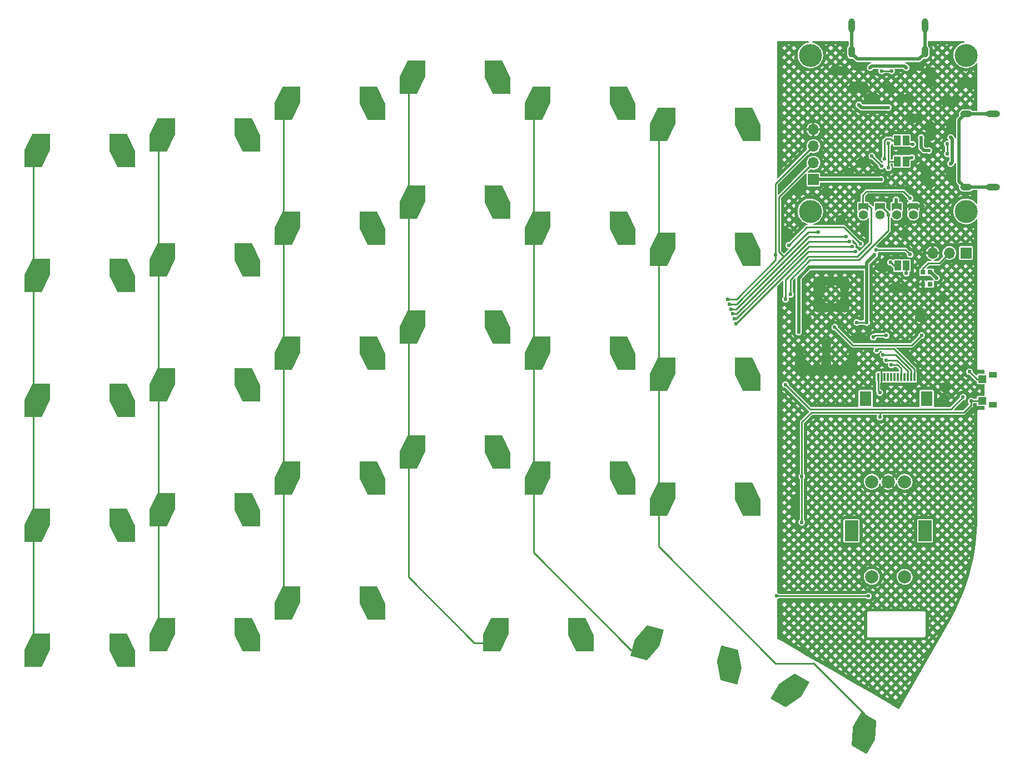
<source format=gbr>
G04 #@! TF.GenerationSoftware,KiCad,Pcbnew,(6.0.2)*
G04 #@! TF.CreationDate,2022-05-21T05:00:10+01:00*
G04 #@! TF.ProjectId,Cantaloupe,43616e74-616c-46f7-9570-652e6b696361,rev?*
G04 #@! TF.SameCoordinates,Original*
G04 #@! TF.FileFunction,Copper,L2,Bot*
G04 #@! TF.FilePolarity,Positive*
%FSLAX46Y46*%
G04 Gerber Fmt 4.6, Leading zero omitted, Abs format (unit mm)*
G04 Created by KiCad (PCBNEW (6.0.2)) date 2022-05-21 05:00:10*
%MOMM*%
%LPD*%
G01*
G04 APERTURE LIST*
G04 Aperture macros list*
%AMRotRect*
0 Rectangle, with rotation*
0 The origin of the aperture is its center*
0 $1 length*
0 $2 width*
0 $3 Rotation angle, in degrees counterclockwise*
0 Add horizontal line*
21,1,$1,$2,0,0,$3*%
%AMFreePoly0*
4,1,40,0.702426,0.732426,0.720000,0.690000,0.702426,0.647574,0.696697,0.645201,0.692962,0.637491,0.685177,0.634787,0.579564,0.521125,0.493298,0.383056,0.434696,0.231165,0.405873,0.070933,0.407870,-0.091858,0.440613,-0.251334,0.502922,-0.401742,0.592548,-0.537654,0.700916,-0.648692,0.708765,-0.651204,0.709979,-0.653560,0.712426,-0.654574,0.720333,-0.673664,0.729793,-0.692029,
0.728986,-0.694551,0.730000,-0.697000,0.722094,-0.716087,0.715796,-0.735765,0.713440,-0.736979,0.712426,-0.739426,0.693336,-0.747333,0.674971,-0.756793,0.672449,-0.755986,0.670000,-0.757000,-0.350000,-0.757000,-0.366899,-0.750000,-0.400000,-0.750000,-0.400000,-0.721141,-0.410000,-0.697000,-0.410000,0.690000,-0.400000,0.714141,-0.400000,0.750000,0.660000,0.750000,0.702426,0.732426,
0.702426,0.732426,$1*%
%AMFreePoly1*
4,1,27,1.307355,1.285355,1.322000,1.250001,1.322000,-1.250000,1.317631,-1.260546,1.316931,-1.271935,0.076932,-3.811935,0.070592,-3.817539,0.067355,-3.825355,0.056811,-3.829723,0.048261,-3.837281,0.039818,-3.836762,0.031999,-3.840000,-2.518000,-3.840000,-2.553355,-3.825355,-2.568000,-3.790000,-2.568000,-1.290000,-2.563633,-1.279456,-2.562932,-1.268065,-1.322932,1.271935,-1.316592,1.277539,
-1.313355,1.285355,-1.302811,1.289723,-1.294261,1.297281,-1.285818,1.296762,-1.277999,1.300000,1.272000,1.300000,1.307355,1.285355,1.307355,1.285355,$1*%
%AMFreePoly2*
4,1,27,0.042818,3.836762,0.051261,3.837281,0.059811,3.829723,0.070355,3.825355,0.073592,3.817539,0.079932,3.811936,1.319930,1.271935,1.320632,1.260546,1.325000,1.250000,1.325000,-1.250000,1.310355,-1.285355,1.275000,-1.300000,-1.275000,-1.300000,-1.282818,-1.296762,-1.291261,-1.297281,-1.299811,-1.289723,-1.310355,-1.285355,-1.313592,-1.277539,-1.319932,-1.271935,-2.559932,1.268065,
-2.560633,1.279456,-2.565000,1.290000,-2.565000,3.790000,-2.550355,3.825355,-2.515000,3.840000,0.035000,3.840001,0.042818,3.836762,0.042818,3.836762,$1*%
G04 Aperture macros list end*
G04 #@! TA.AperFunction,ComponentPad*
%ADD10C,1.400000*%
G04 #@! TD*
G04 #@! TA.AperFunction,ComponentPad*
%ADD11C,3.500000*%
G04 #@! TD*
G04 #@! TA.AperFunction,SMDPad,CuDef*
%ADD12FreePoly0,270.000000*%
G04 #@! TD*
G04 #@! TA.AperFunction,ComponentPad*
%ADD13C,0.500000*%
G04 #@! TD*
G04 #@! TA.AperFunction,SMDPad,CuDef*
%ADD14RotRect,2.550000X2.500000X345.000000*%
G04 #@! TD*
G04 #@! TA.AperFunction,SMDPad,CuDef*
%ADD15FreePoly1,345.000000*%
G04 #@! TD*
G04 #@! TA.AperFunction,SMDPad,CuDef*
%ADD16FreePoly2,345.000000*%
G04 #@! TD*
G04 #@! TA.AperFunction,SMDPad,CuDef*
%ADD17FreePoly1,330.000000*%
G04 #@! TD*
G04 #@! TA.AperFunction,SMDPad,CuDef*
%ADD18RotRect,2.550000X2.500000X330.000000*%
G04 #@! TD*
G04 #@! TA.AperFunction,SMDPad,CuDef*
%ADD19FreePoly2,330.000000*%
G04 #@! TD*
G04 #@! TA.AperFunction,ComponentPad*
%ADD20C,2.000000*%
G04 #@! TD*
G04 #@! TA.AperFunction,ComponentPad*
%ADD21R,2.000000X3.200000*%
G04 #@! TD*
G04 #@! TA.AperFunction,SMDPad,CuDef*
%ADD22R,2.550000X2.500000*%
G04 #@! TD*
G04 #@! TA.AperFunction,SMDPad,CuDef*
%ADD23FreePoly1,0.000000*%
G04 #@! TD*
G04 #@! TA.AperFunction,SMDPad,CuDef*
%ADD24FreePoly2,0.000000*%
G04 #@! TD*
G04 #@! TA.AperFunction,ComponentPad*
%ADD25O,1.000000X1.800000*%
G04 #@! TD*
G04 #@! TA.AperFunction,ComponentPad*
%ADD26O,1.000000X2.200000*%
G04 #@! TD*
G04 #@! TA.AperFunction,ComponentPad*
%ADD27O,2.200000X1.000000*%
G04 #@! TD*
G04 #@! TA.AperFunction,ComponentPad*
%ADD28O,1.800000X1.000000*%
G04 #@! TD*
G04 #@! TA.AperFunction,SMDPad,CuDef*
%ADD29R,0.700000X0.700000*%
G04 #@! TD*
G04 #@! TA.AperFunction,ComponentPad*
%ADD30R,1.700000X1.700000*%
G04 #@! TD*
G04 #@! TA.AperFunction,ComponentPad*
%ADD31O,1.700000X1.700000*%
G04 #@! TD*
G04 #@! TA.AperFunction,SMDPad,CuDef*
%ADD32R,1.200000X0.900000*%
G04 #@! TD*
G04 #@! TA.AperFunction,SMDPad,CuDef*
%ADD33R,1.300000X1.150000*%
G04 #@! TD*
G04 #@! TA.AperFunction,SMDPad,CuDef*
%ADD34R,1.000000X1.500000*%
G04 #@! TD*
G04 #@! TA.AperFunction,SMDPad,CuDef*
%ADD35R,0.300000X1.300000*%
G04 #@! TD*
G04 #@! TA.AperFunction,SMDPad,CuDef*
%ADD36R,1.800000X2.200000*%
G04 #@! TD*
G04 #@! TA.AperFunction,ViaPad*
%ADD37C,0.600000*%
G04 #@! TD*
G04 #@! TA.AperFunction,Conductor*
%ADD38C,0.500000*%
G04 #@! TD*
G04 #@! TA.AperFunction,Conductor*
%ADD39C,0.250000*%
G04 #@! TD*
G04 APERTURE END LIST*
D10*
X145923078Y-44409596D03*
X148463078Y-44409596D03*
D11*
X159063078Y-20109596D03*
X135323078Y-20109596D03*
D10*
X151003078Y-44409596D03*
D11*
X135323078Y-43909596D03*
D10*
X143383078Y-44409596D03*
D11*
X159063078Y-43909596D03*
D12*
X151013078Y-43069596D03*
X148473078Y-43069596D03*
X145933078Y-43069596D03*
X143393078Y-43069596D03*
D13*
X109655140Y-109226652D03*
D14*
X109546337Y-110791823D03*
D13*
X111295579Y-110225255D03*
D15*
X111404383Y-108660084D03*
D16*
X123233506Y-114459289D03*
D14*
X122690260Y-111684126D03*
D13*
X123921865Y-113049409D03*
X122001901Y-113094006D03*
D17*
X133449961Y-116187589D03*
D13*
X132939768Y-117671268D03*
X131613683Y-116282114D03*
D18*
X131103491Y-117765793D03*
D13*
X142538794Y-123213268D03*
D18*
X143568601Y-122029589D03*
D19*
X143375071Y-124850793D03*
D13*
X144404879Y-123667114D03*
D20*
X149693078Y-85139811D03*
X144693078Y-85139811D03*
X147193078Y-85139811D03*
D21*
X141593078Y-92639811D03*
X152793078Y-92639811D03*
D20*
X144693078Y-99639811D03*
X149693078Y-99639811D03*
D22*
X16953511Y-35862748D03*
D23*
X18196511Y-33322748D03*
D13*
X16653511Y-34322748D03*
X18496511Y-34862748D03*
X29580511Y-34862748D03*
D22*
X29880511Y-33322748D03*
D13*
X31423511Y-34322748D03*
D24*
X31123511Y-35862748D03*
D13*
X94696514Y-84868990D03*
X92853514Y-84328990D03*
D22*
X93153514Y-85868990D03*
D23*
X94396514Y-83328990D03*
D13*
X105780514Y-84868990D03*
X107623514Y-84328990D03*
D24*
X107323514Y-85868990D03*
D22*
X106080514Y-83328990D03*
D13*
X113746499Y-88044011D03*
D22*
X112203499Y-89044011D03*
D23*
X113446499Y-86504011D03*
D13*
X111903499Y-87504011D03*
D24*
X126373499Y-89044011D03*
D13*
X126673499Y-87504011D03*
D22*
X125130499Y-86504011D03*
D13*
X124830499Y-88044011D03*
D22*
X55053504Y-85869002D03*
D23*
X56296504Y-83329002D03*
D13*
X56596504Y-84869002D03*
X54753504Y-84329002D03*
D22*
X67980504Y-83329002D03*
D13*
X67680504Y-84869002D03*
X69523504Y-84329002D03*
D24*
X69223504Y-85869002D03*
D22*
X74103504Y-81900249D03*
D13*
X73803504Y-80360249D03*
X75646504Y-80900249D03*
D23*
X75346504Y-79360249D03*
D13*
X88573504Y-80360249D03*
X86730504Y-80900249D03*
D24*
X88273504Y-81900249D03*
D22*
X87030504Y-79360249D03*
X16953519Y-112062754D03*
D13*
X16653519Y-110522754D03*
D23*
X18196519Y-109522754D03*
D13*
X18496519Y-111062754D03*
D24*
X31123519Y-112062754D03*
D13*
X29580519Y-111062754D03*
D22*
X29880519Y-109522754D03*
D13*
X31423519Y-110522754D03*
D23*
X94396499Y-45228999D03*
D22*
X93153499Y-47768999D03*
D13*
X92853499Y-46228999D03*
X94696499Y-46768999D03*
X105780499Y-46768999D03*
X107623499Y-46228999D03*
D22*
X106080499Y-45228999D03*
D24*
X107323499Y-47768999D03*
D13*
X113746509Y-49944005D03*
D22*
X112203509Y-50944005D03*
D23*
X113446509Y-48404005D03*
D13*
X111903509Y-49404005D03*
X126673509Y-49404005D03*
X124830509Y-49944005D03*
D24*
X126373509Y-50944005D03*
D22*
X125130509Y-48404005D03*
D23*
X18196511Y-71422757D03*
D13*
X18496511Y-72962757D03*
D22*
X16953511Y-73962757D03*
D13*
X16653511Y-72422757D03*
D22*
X29880511Y-71422757D03*
D13*
X31423511Y-72422757D03*
X29580511Y-72962757D03*
D24*
X31123511Y-73962757D03*
D13*
X37546518Y-70581487D03*
D22*
X36003518Y-71581487D03*
D23*
X37246518Y-69041487D03*
D13*
X35703518Y-70041487D03*
X50473518Y-70041487D03*
D24*
X50173518Y-71581487D03*
D22*
X48930518Y-69041487D03*
D13*
X48630518Y-70581487D03*
D22*
X55053504Y-66818989D03*
D13*
X54753504Y-65278989D03*
D23*
X56296504Y-64278989D03*
D13*
X56596504Y-65818989D03*
X67680504Y-65818989D03*
D22*
X67980504Y-64278989D03*
D13*
X69523504Y-65278989D03*
D24*
X69223504Y-66818989D03*
D23*
X94396517Y-64279014D03*
D13*
X92853517Y-65279014D03*
D22*
X93153517Y-66819014D03*
D13*
X94696517Y-65819014D03*
D24*
X107323517Y-66819014D03*
D13*
X107623517Y-65279014D03*
D22*
X106080517Y-64279014D03*
D13*
X105780517Y-65819014D03*
D22*
X74103502Y-62850254D03*
D23*
X75346502Y-60310254D03*
D13*
X73803502Y-61310254D03*
X75646502Y-61850254D03*
D22*
X87030502Y-60310254D03*
D13*
X88573502Y-61310254D03*
X86730502Y-61850254D03*
D24*
X88273502Y-62850254D03*
D22*
X112203506Y-69994002D03*
D13*
X113746506Y-68994002D03*
X111903506Y-68454002D03*
D23*
X113446506Y-67454002D03*
D13*
X126673506Y-68454002D03*
D24*
X126373506Y-69994002D03*
D13*
X124830506Y-68994002D03*
D22*
X125130506Y-67454002D03*
X16953521Y-93012756D03*
D13*
X18496521Y-92012756D03*
D23*
X18196521Y-90472756D03*
D13*
X16653521Y-91472756D03*
X31423521Y-91472756D03*
D22*
X29880521Y-90472756D03*
D24*
X31123521Y-93012756D03*
D13*
X29580521Y-92012756D03*
D23*
X37246505Y-88091499D03*
D22*
X36003505Y-90631499D03*
D13*
X35703505Y-89091499D03*
X37546505Y-89631499D03*
X48630505Y-89631499D03*
D22*
X48930505Y-88091499D03*
D24*
X50173505Y-90631499D03*
D13*
X50473505Y-89091499D03*
X35703498Y-108141502D03*
X37546498Y-108681502D03*
D22*
X36003498Y-109681502D03*
D23*
X37246498Y-107141502D03*
D24*
X50173498Y-109681502D03*
D13*
X50473498Y-108141502D03*
X48630498Y-108681502D03*
D22*
X48930498Y-107141502D03*
D13*
X54753508Y-103378999D03*
D22*
X55053508Y-104918999D03*
D23*
X56296508Y-102378999D03*
D13*
X56596508Y-103918999D03*
D22*
X67980508Y-102378999D03*
D13*
X69523508Y-103378999D03*
D24*
X69223508Y-104918999D03*
D13*
X67680508Y-103918999D03*
X88346507Y-108681498D03*
D23*
X88046507Y-107141498D03*
D13*
X86503507Y-108141498D03*
D22*
X86803507Y-109681498D03*
D24*
X100973507Y-109681498D03*
D22*
X99730507Y-107141498D03*
D13*
X99430507Y-108681498D03*
X101273507Y-108141498D03*
D25*
X141618078Y-19583417D03*
X152768078Y-19583417D03*
D26*
X152768078Y-15583417D03*
X141618078Y-15583417D03*
D27*
X163098503Y-29058417D03*
X163098503Y-40208417D03*
D28*
X159098503Y-29058417D03*
X159098503Y-40208417D03*
D22*
X55053507Y-28719007D03*
D23*
X56296507Y-26179007D03*
D13*
X54753507Y-27179007D03*
X56596507Y-27719007D03*
D24*
X69223507Y-28719007D03*
D13*
X67680507Y-27719007D03*
X69523507Y-27179007D03*
D22*
X67980507Y-26179007D03*
D13*
X16653513Y-53372742D03*
D22*
X16953513Y-54912742D03*
D23*
X18196513Y-52372742D03*
D13*
X18496513Y-53912742D03*
D22*
X29880513Y-52372742D03*
D24*
X31123513Y-54912742D03*
D13*
X29580513Y-53912742D03*
X31423513Y-53372742D03*
D23*
X56296502Y-45229002D03*
D13*
X56596502Y-46769002D03*
X54753502Y-46229002D03*
D22*
X55053502Y-47769002D03*
D13*
X67680502Y-46769002D03*
X69523502Y-46229002D03*
D22*
X67980502Y-45229002D03*
D24*
X69223502Y-47769002D03*
D13*
X92853507Y-27178993D03*
D23*
X94396507Y-26178993D03*
D13*
X94696507Y-27718993D03*
D22*
X93153507Y-28718993D03*
D24*
X107323507Y-28718993D03*
D13*
X105780507Y-27718993D03*
X107623507Y-27178993D03*
D22*
X106080507Y-26178993D03*
D23*
X75346509Y-41260246D03*
D13*
X73803509Y-42260246D03*
X75646509Y-42800246D03*
D22*
X74103509Y-43800246D03*
D24*
X88273509Y-43800246D03*
D22*
X87030509Y-41260246D03*
D13*
X86730509Y-42800246D03*
X88573509Y-42260246D03*
X75646510Y-23750244D03*
X73803510Y-23210244D03*
D22*
X74103510Y-24750244D03*
D23*
X75346510Y-22210244D03*
D24*
X88273510Y-24750244D03*
D13*
X86730510Y-23750244D03*
D22*
X87030510Y-22210244D03*
D13*
X88573510Y-23210244D03*
D23*
X37246500Y-30941501D03*
D13*
X35703500Y-31941501D03*
X37546500Y-32481501D03*
D22*
X36003500Y-33481501D03*
D13*
X50473500Y-31941501D03*
D24*
X50173500Y-33481501D03*
D22*
X48930500Y-30941501D03*
D13*
X48630500Y-32481501D03*
X37546505Y-51531507D03*
D22*
X36003505Y-52531507D03*
D23*
X37246505Y-49991507D03*
D13*
X35703505Y-50991507D03*
X48630505Y-51531507D03*
D22*
X48930505Y-49991507D03*
D13*
X50473505Y-50991507D03*
D24*
X50173505Y-52531507D03*
D23*
X113446503Y-29354012D03*
D22*
X112203503Y-31894012D03*
D13*
X111903503Y-30354012D03*
X113746503Y-30894012D03*
X126673503Y-30354012D03*
X124830503Y-30894012D03*
D24*
X126373503Y-31894012D03*
D22*
X125130503Y-29354012D03*
D29*
X153588503Y-53182012D03*
X152488503Y-53182012D03*
X152488503Y-55012012D03*
X153588503Y-55012012D03*
D30*
X135788503Y-39043417D03*
D31*
X135788503Y-36503417D03*
X135788503Y-33963417D03*
X135788503Y-31423417D03*
D32*
X163098503Y-68842009D03*
X163098503Y-73442009D03*
D33*
X161548503Y-72817009D03*
X161548503Y-69467009D03*
D34*
X148638503Y-52184012D03*
X149938503Y-52184012D03*
D35*
X151154078Y-69197012D03*
X150654078Y-69197012D03*
X150154078Y-69197012D03*
X149654078Y-69197012D03*
X149154078Y-69197012D03*
X148654078Y-69197012D03*
X148154078Y-69197012D03*
X147654078Y-69197012D03*
X147154078Y-69197012D03*
X146654078Y-69197012D03*
X146154078Y-69197012D03*
X145654078Y-69197012D03*
D36*
X143754078Y-72447012D03*
X153054078Y-72447012D03*
D30*
X159038503Y-50254012D03*
D31*
X156498503Y-50254012D03*
X153958503Y-50254012D03*
D34*
X148598503Y-36283417D03*
X149898503Y-36283417D03*
X148598503Y-33083417D03*
X149898503Y-33083417D03*
D37*
X133943078Y-40733417D03*
X155763503Y-70758418D03*
X133288503Y-89883417D03*
X149193078Y-26649825D03*
X140538503Y-56567009D03*
X136538503Y-58567009D03*
X133288503Y-88383417D03*
X140443078Y-22483417D03*
X136538503Y-57567009D03*
X146038503Y-52383417D03*
X141943078Y-24908417D03*
X137754078Y-66097012D03*
X134754078Y-68097012D03*
X151943078Y-21733417D03*
X145193078Y-26649825D03*
X137538503Y-58567009D03*
X148788503Y-55567009D03*
X142404078Y-63097012D03*
X143443078Y-46233417D03*
X149538503Y-55567009D03*
X156698503Y-31383417D03*
X156698503Y-38633417D03*
X156698503Y-37883417D03*
X144529503Y-42123009D03*
X144193078Y-26649825D03*
X137754078Y-64097012D03*
X136538503Y-56567009D03*
X136754078Y-68097012D03*
X133754078Y-66097012D03*
X142443078Y-21733417D03*
X151098503Y-34633417D03*
X137943078Y-40983417D03*
X152348503Y-37133417D03*
X141754078Y-65097012D03*
X140538503Y-57567009D03*
X156538503Y-27067009D03*
X136538503Y-54567009D03*
X138538503Y-54567009D03*
X149600503Y-47383417D03*
X140538503Y-54567009D03*
X159943078Y-24233417D03*
X153598503Y-39633417D03*
X153693078Y-32408417D03*
X150404078Y-70597012D03*
X157288503Y-27067009D03*
X141754078Y-67097012D03*
X143154078Y-63097012D03*
X133754078Y-68097012D03*
X139943078Y-45233417D03*
X153693078Y-30908417D03*
X138943078Y-22483417D03*
X146404078Y-70597012D03*
X138754078Y-68097012D03*
X158443078Y-24233417D03*
X151693078Y-29733417D03*
X150193078Y-26649825D03*
X139538503Y-54567009D03*
X136538503Y-55567009D03*
X140538503Y-55567009D03*
X142693078Y-24908417D03*
X133754078Y-65097012D03*
X153042281Y-54108161D03*
X140538503Y-58567009D03*
X133754078Y-67097012D03*
X146788503Y-52383417D03*
X137754078Y-65097012D03*
X152848503Y-38424040D03*
X152038503Y-60052168D03*
X147193078Y-25158417D03*
X137754078Y-68097012D03*
X141193078Y-37983417D03*
X139754078Y-68097012D03*
X152038503Y-59302168D03*
X141754078Y-68097012D03*
X155538503Y-57133417D03*
X149600503Y-45383417D03*
X148038503Y-55567009D03*
X153693078Y-31658417D03*
X135754078Y-68097012D03*
X131943078Y-47233417D03*
X151193078Y-21733417D03*
X138538503Y-58567009D03*
X155763503Y-72508418D03*
X133288503Y-89133417D03*
X142998503Y-36533417D03*
X139538503Y-58567009D03*
X141754078Y-66097012D03*
X137538503Y-54567009D03*
X150943078Y-29733417D03*
X134788503Y-60317009D03*
X149693078Y-42158417D03*
X153693078Y-22658417D03*
X139693078Y-22483417D03*
X133288503Y-87633417D03*
X156698503Y-30633417D03*
X153693078Y-24158417D03*
X143443078Y-24908417D03*
X140754078Y-68097012D03*
X143193078Y-21733417D03*
X137754078Y-67097012D03*
X155788503Y-27067009D03*
X150348503Y-34633417D03*
X159193078Y-24233417D03*
X153693078Y-23408417D03*
X131538503Y-70317009D03*
X158588502Y-72233418D03*
X152263240Y-62832416D03*
X139038503Y-61567009D03*
X156698503Y-36633417D03*
X156698503Y-32633417D03*
X154542281Y-54058417D03*
X134038503Y-91317009D03*
X143904078Y-60847012D03*
X147538503Y-51684012D03*
X159797095Y-72817009D03*
X148370503Y-42123596D03*
X145904078Y-71547012D03*
X142404078Y-60847012D03*
X134038503Y-84317009D03*
X145904078Y-75297012D03*
X133538503Y-62317009D03*
X146084503Y-39049842D03*
X135163503Y-52442009D03*
X145104911Y-50567009D03*
X144193078Y-102567012D03*
X130164003Y-102567009D03*
X159563503Y-68358417D03*
X144443078Y-21983417D03*
X149943078Y-21983417D03*
X147193078Y-28077417D03*
X142693078Y-27658417D03*
X147693078Y-22483417D03*
X146193078Y-22483417D03*
X147193078Y-44409596D03*
X132288503Y-56567009D03*
X131538503Y-57317009D03*
X150549003Y-41892509D03*
X156198503Y-35133417D03*
X150898503Y-33683417D03*
X156198503Y-33633417D03*
X150798503Y-35685417D03*
X147248503Y-33483417D03*
X147248503Y-37283417D03*
X146598503Y-35892009D03*
X144693078Y-35483417D03*
X145370503Y-49808417D03*
X146193078Y-36983417D03*
X150538503Y-50484012D03*
X122776865Y-57275837D03*
X130038503Y-50567009D03*
X122994347Y-58045191D03*
X136538503Y-47067009D03*
X140748503Y-47783417D03*
X123241540Y-58805519D03*
X141248503Y-48533417D03*
X123532853Y-59550059D03*
X141748503Y-49283417D03*
X123785678Y-60308534D03*
X124038503Y-61067009D03*
X142248503Y-50033417D03*
X149955506Y-53351015D03*
X142943078Y-48853596D03*
X132038503Y-49067009D03*
X152193078Y-32658417D03*
X153373003Y-34633417D03*
X145404078Y-65097012D03*
X146404078Y-65797012D03*
X146904078Y-66597012D03*
X146904078Y-62847012D03*
X144904078Y-63097012D03*
X147654078Y-67347012D03*
D38*
X150920503Y-43079596D02*
X152570090Y-43079596D01*
X150920503Y-43079596D02*
X149776090Y-43079596D01*
D39*
X156754911Y-74067009D02*
X158588502Y-72233418D01*
X135288503Y-74067009D02*
X156754911Y-74067009D01*
X131538503Y-70317009D02*
X135288503Y-74067009D01*
X141788503Y-64317009D02*
X150778647Y-64317009D01*
X139038503Y-61567009D02*
X141788503Y-64317009D01*
X150778647Y-64317009D02*
X152263240Y-62832416D01*
D38*
X156698503Y-32633417D02*
X156948014Y-32882928D01*
X153665876Y-53182012D02*
X154542281Y-54058417D01*
X156948014Y-36383906D02*
X156698503Y-36633417D01*
X156948014Y-32882928D02*
X156948014Y-36383906D01*
D39*
X134038503Y-91317009D02*
X134038503Y-84317009D01*
X135538503Y-74567009D02*
X158688103Y-74567009D01*
X158688103Y-74567009D02*
X159788503Y-73466609D01*
D38*
X143904078Y-51767842D02*
X145104911Y-50567009D01*
D39*
X148038503Y-52184012D02*
X147538503Y-51684012D01*
X145654078Y-69197012D02*
X145654078Y-71297012D01*
D38*
X146078078Y-39043417D02*
X146084503Y-39049842D01*
X148380503Y-43069596D02*
X148380503Y-42133596D01*
D39*
X159788503Y-72825601D02*
X159797095Y-72817009D01*
D38*
X133538503Y-54067009D02*
X133538503Y-62317009D01*
X135163503Y-52442009D02*
X133538503Y-54067009D01*
D39*
X142404078Y-60847012D02*
X143904078Y-60847012D01*
X134038503Y-84317009D02*
X134038503Y-76067009D01*
D38*
X148380503Y-42133596D02*
X148370503Y-42123596D01*
X135163503Y-52442009D02*
X143809081Y-52442009D01*
X143809081Y-52442009D02*
X143904078Y-52347012D01*
D39*
X134038503Y-76067009D02*
X135538503Y-74567009D01*
X159788503Y-73466609D02*
X159788503Y-72825601D01*
D38*
X143904078Y-52347012D02*
X143904078Y-60847012D01*
D39*
X145654078Y-71297012D02*
X145904078Y-71547012D01*
X161548503Y-72817009D02*
X159797095Y-72817009D01*
D38*
X135788503Y-39043417D02*
X146078078Y-39043417D01*
D39*
X148638503Y-52184012D02*
X148038503Y-52184012D01*
X145904078Y-75297012D02*
X145904078Y-74587006D01*
D38*
X143904078Y-51767842D02*
X143904078Y-52347012D01*
D39*
X141538503Y-102567009D02*
X130164003Y-102567009D01*
X144193078Y-102567012D02*
X140327506Y-102567012D01*
X161548503Y-69467009D02*
X160672095Y-69467009D01*
X160672095Y-69467009D02*
X159563503Y-68358417D01*
D38*
X149693567Y-21733906D02*
X144692589Y-21733906D01*
X144692589Y-21733906D02*
X144443078Y-21983417D01*
X149943078Y-21983417D02*
X149693567Y-21733906D01*
X143112078Y-28077417D02*
X147193078Y-28077417D01*
X142693078Y-27658417D02*
X143112078Y-28077417D01*
D39*
X147693078Y-22483417D02*
X146193078Y-22483417D01*
X147193078Y-46838842D02*
X142714911Y-51317009D01*
X142714911Y-51317009D02*
X135288503Y-51317009D01*
X146103078Y-43069596D02*
X147193078Y-44159596D01*
X147193078Y-44159596D02*
X147193078Y-44409596D01*
X132288503Y-54317009D02*
X132288503Y-56567009D01*
X147193078Y-44409596D02*
X147193078Y-46838842D01*
X135288503Y-51317009D02*
X132288503Y-54317009D01*
X144286682Y-43069596D02*
X144600503Y-43383417D01*
X142464911Y-50817009D02*
X135038503Y-50817009D01*
X143884290Y-40849629D02*
X143300503Y-41433417D01*
X143884290Y-40849629D02*
X149506123Y-40849629D01*
X135038503Y-50817009D02*
X131538503Y-54317009D01*
X149506123Y-40849629D02*
X150549003Y-41892509D01*
X143300503Y-41433417D02*
X143300503Y-43069596D01*
X143300503Y-43069596D02*
X144286682Y-43069596D01*
X144600503Y-48681417D02*
X142464911Y-50817009D01*
X131538503Y-54317009D02*
X131538503Y-57317009D01*
X144600503Y-48681417D02*
X144600503Y-43383417D01*
X156198503Y-33633417D02*
X156198503Y-35133417D01*
X150448503Y-33633417D02*
X149898503Y-33083417D01*
X150798503Y-33633417D02*
X150448503Y-33633417D01*
X150496503Y-35685417D02*
X149898503Y-36283417D01*
X150798503Y-35685417D02*
X150496503Y-35685417D01*
X147248503Y-33483417D02*
X147248503Y-37283417D01*
X148598503Y-36283417D02*
X147298503Y-36283417D01*
X146881606Y-32858906D02*
X147565400Y-32858906D01*
X146598503Y-33142009D02*
X146881606Y-32858906D01*
X147789911Y-33083417D02*
X148598503Y-33083417D01*
X147565400Y-32858906D02*
X147789911Y-33083417D01*
X146598503Y-35892009D02*
X146598503Y-33142009D01*
X150538503Y-50484012D02*
X149862908Y-49808417D01*
X149862908Y-49808417D02*
X145370503Y-49808417D01*
X146193078Y-36983417D02*
X144693078Y-35483417D01*
X16953519Y-95314845D02*
X16953519Y-112062754D01*
X16953511Y-95314837D02*
X16953519Y-95314845D01*
X130038503Y-39713417D02*
X130038503Y-50567009D01*
X130038503Y-51317009D02*
X130038503Y-50567009D01*
X130038503Y-39713417D02*
X135788503Y-33963417D01*
X124079675Y-57275837D02*
X130038503Y-51317009D01*
X122776865Y-57275837D02*
X124079675Y-57275837D01*
X16953511Y-35862748D02*
X16953511Y-95314837D01*
X130538503Y-41753417D02*
X135788503Y-36503417D01*
X131288503Y-50817009D02*
X124060321Y-58045191D01*
X130538503Y-50067009D02*
X131288503Y-50817009D01*
X130538503Y-50067009D02*
X130538503Y-41753417D01*
X136538503Y-47067009D02*
X135038503Y-47067009D01*
X36003500Y-33481501D02*
X36003500Y-109681500D01*
X124060321Y-58045191D02*
X122994347Y-58045191D01*
X135038503Y-47067009D02*
X131288503Y-50817009D01*
X55053507Y-28719007D02*
X55053508Y-104918999D01*
X124049993Y-58805519D02*
X135038503Y-47817009D01*
X135072095Y-47783417D02*
X135038503Y-47817009D01*
X124049993Y-58805519D02*
X123241540Y-58805519D01*
X140748503Y-47783417D02*
X135072095Y-47783417D01*
X74103504Y-99632010D02*
X84152992Y-109681498D01*
X124055453Y-59550059D02*
X123532853Y-59550059D01*
X124055453Y-59550059D02*
X135038503Y-48567009D01*
X84152992Y-109681498D02*
X86803507Y-109681498D01*
X74103510Y-24750244D02*
X74103510Y-81900243D01*
X74103504Y-81900249D02*
X74103504Y-99632010D01*
X135072095Y-48533417D02*
X135038503Y-48567009D01*
X141248503Y-48533417D02*
X135072095Y-48533417D01*
X93153507Y-28718993D02*
X93153507Y-85868983D01*
X135072095Y-49283417D02*
X135038503Y-49317009D01*
X124046978Y-60308534D02*
X135038503Y-49317009D01*
X108013317Y-110791823D02*
X109546337Y-110791823D01*
X124046978Y-60308534D02*
X123785678Y-60308534D01*
X93153514Y-95932020D02*
X108013317Y-110791823D01*
X93153514Y-85868990D02*
X93153514Y-95932020D01*
X141748503Y-49283417D02*
X135072095Y-49283417D01*
X135793950Y-112811562D02*
X135788503Y-112817009D01*
X135072095Y-50033417D02*
X142248503Y-50033417D01*
X135788503Y-112817009D02*
X130038503Y-112817009D01*
X112203499Y-94982005D02*
X130038503Y-112817009D01*
X143568601Y-122029589D02*
X143568601Y-120586213D01*
X112203499Y-89044011D02*
X112203499Y-94982005D01*
X143568601Y-120586213D02*
X135793950Y-112811562D01*
X124038503Y-61067009D02*
X135038503Y-50067009D01*
X135072095Y-50033417D02*
X135038503Y-50067009D01*
X112203503Y-31894012D02*
X112203503Y-89044007D01*
X149955506Y-53351015D02*
X149955506Y-52201015D01*
X134788503Y-46317009D02*
X132038503Y-49067009D01*
X142943078Y-48853596D02*
X140406491Y-46317009D01*
X140406491Y-46317009D02*
X134788503Y-46317009D01*
D38*
X152193078Y-34158417D02*
X152193078Y-32658417D01*
X153373003Y-34633417D02*
X152668078Y-34633417D01*
X152668078Y-34633417D02*
X152193078Y-34158417D01*
D39*
X151154078Y-67976554D02*
X148024536Y-64847012D01*
X148024536Y-64847012D02*
X145654078Y-64847012D01*
X145654078Y-64847012D02*
X145404078Y-65097012D01*
X151154078Y-69197012D02*
X151154078Y-67976554D01*
X150654078Y-68112273D02*
X148338817Y-65797012D01*
X148338817Y-65797012D02*
X146404078Y-65797012D01*
X150654078Y-69197012D02*
X150654078Y-68112272D01*
X154959190Y-51793325D02*
X156498503Y-50254012D01*
X153277190Y-51793325D02*
X154959190Y-51793325D01*
X152488503Y-53182012D02*
X152488503Y-52582012D01*
X152488503Y-52582012D02*
X153277190Y-51793325D01*
X150154078Y-69197012D02*
X150154078Y-68247990D01*
X148503100Y-66597012D02*
X146904078Y-66597012D01*
X150154078Y-68247990D02*
X148503100Y-66597012D01*
X145154078Y-62847012D02*
X144904078Y-63097012D01*
X146904078Y-62847012D02*
X145154078Y-62847012D01*
X148617382Y-67347012D02*
X147654078Y-67347012D01*
X149154078Y-67883708D02*
X148617382Y-67347012D01*
X149154078Y-69197012D02*
X149154078Y-67883708D01*
D38*
X141618078Y-15583417D02*
X141618078Y-19583417D01*
X152768078Y-19583417D02*
X152768078Y-15583417D01*
X152768078Y-19808417D02*
X151893078Y-20683417D01*
X141618078Y-19808417D02*
X142493078Y-20683417D01*
X142493078Y-20683417D02*
X151893078Y-20683417D01*
X158873503Y-40208417D02*
X157998503Y-39333417D01*
X158396654Y-29058417D02*
X163098503Y-29058417D01*
X157998503Y-29933417D02*
X157998503Y-39333417D01*
X158873503Y-29058417D02*
X157998503Y-29933417D01*
X158396654Y-40208417D02*
X163098503Y-40208417D01*
G04 #@! TA.AperFunction,Conductor*
G36*
X141123222Y-17949552D02*
G01*
X141161310Y-17997437D01*
X141167578Y-18032105D01*
X141167578Y-18601772D01*
X141148671Y-18659963D01*
X141133658Y-18676375D01*
X141093682Y-18711248D01*
X141090251Y-18716130D01*
X141090250Y-18716131D01*
X141003466Y-18839612D01*
X140996191Y-18849964D01*
X140981490Y-18887671D01*
X140936824Y-19002232D01*
X140934602Y-19007930D01*
X140933823Y-19013845D01*
X140933823Y-19013846D01*
X140927438Y-19062346D01*
X140917578Y-19137243D01*
X140917578Y-20025933D01*
X140920269Y-20048173D01*
X140927398Y-20107077D01*
X140932802Y-20151737D01*
X140992733Y-20310340D01*
X140996113Y-20315257D01*
X140996114Y-20315260D01*
X141061363Y-20410197D01*
X141088766Y-20450068D01*
X141215357Y-20562857D01*
X141365197Y-20642193D01*
X141447417Y-20662845D01*
X141523847Y-20682044D01*
X141523850Y-20682044D01*
X141529637Y-20683498D01*
X141615237Y-20683946D01*
X141693217Y-20684355D01*
X141693219Y-20684355D01*
X141699183Y-20684386D01*
X141704980Y-20682994D01*
X141704991Y-20682993D01*
X141772489Y-20666787D01*
X141833486Y-20671587D01*
X141865605Y-20693047D01*
X142151459Y-20978901D01*
X142159200Y-20987613D01*
X142181206Y-21015527D01*
X142229815Y-21049123D01*
X142232342Y-21050930D01*
X142273938Y-21081652D01*
X142273942Y-21081654D01*
X142279895Y-21086051D01*
X142286709Y-21088444D01*
X142292647Y-21092548D01*
X142348992Y-21110368D01*
X142351928Y-21111347D01*
X142360398Y-21114321D01*
X142407709Y-21130936D01*
X142413746Y-21131173D01*
X142416430Y-21131696D01*
X142421808Y-21133397D01*
X142428415Y-21133917D01*
X142481619Y-21133917D01*
X142485506Y-21133993D01*
X142535681Y-21135965D01*
X142535684Y-21135965D01*
X142543072Y-21136255D01*
X142549850Y-21134458D01*
X142559675Y-21133917D01*
X144464938Y-21133917D01*
X144523129Y-21152824D01*
X144559093Y-21202324D01*
X144559093Y-21263510D01*
X144523129Y-21313010D01*
X144510579Y-21320768D01*
X144492593Y-21330111D01*
X144489816Y-21331498D01*
X144443189Y-21353889D01*
X144443185Y-21353891D01*
X144436510Y-21357097D01*
X144432072Y-21361200D01*
X144429809Y-21362725D01*
X144424801Y-21365326D01*
X144419761Y-21369631D01*
X144382129Y-21407263D01*
X144379326Y-21409957D01*
X144342465Y-21444030D01*
X144342463Y-21444033D01*
X144337033Y-21449052D01*
X144333511Y-21455116D01*
X144326951Y-21462441D01*
X144298065Y-21491327D01*
X144255267Y-21516511D01*
X144243392Y-21519905D01*
X144243387Y-21519907D01*
X144236607Y-21521845D01*
X144115358Y-21598347D01*
X144110691Y-21603631D01*
X144110689Y-21603633D01*
X144025122Y-21700520D01*
X144025120Y-21700522D01*
X144020455Y-21705805D01*
X144017459Y-21712187D01*
X144017458Y-21712188D01*
X144005438Y-21737789D01*
X143959525Y-21835580D01*
X143958440Y-21842549D01*
X143958439Y-21842552D01*
X143947968Y-21909807D01*
X143937469Y-21977240D01*
X143938384Y-21984237D01*
X143938384Y-21984238D01*
X143948671Y-22062907D01*
X143956058Y-22119396D01*
X143958899Y-22125852D01*
X143958899Y-22125853D01*
X144010680Y-22243533D01*
X144013798Y-22250620D01*
X144026870Y-22266171D01*
X144101509Y-22354966D01*
X144101512Y-22354968D01*
X144106048Y-22360365D01*
X144111919Y-22364273D01*
X144111920Y-22364274D01*
X144124221Y-22372462D01*
X144225391Y-22439807D01*
X144322887Y-22470266D01*
X144355503Y-22480456D01*
X144355504Y-22480456D01*
X144362235Y-22482559D01*
X144433906Y-22483873D01*
X144498523Y-22485058D01*
X144498525Y-22485058D01*
X144505577Y-22485187D01*
X144512380Y-22483332D01*
X144512382Y-22483332D01*
X144596747Y-22460331D01*
X144643895Y-22447477D01*
X144766069Y-22372462D01*
X144773481Y-22364274D01*
X144857546Y-22271399D01*
X144862278Y-22266171D01*
X144865352Y-22259826D01*
X144865355Y-22259822D01*
X144874843Y-22240239D01*
X144917231Y-22196115D01*
X144963936Y-22184406D01*
X145624653Y-22184406D01*
X145682844Y-22203313D01*
X145718808Y-22252813D01*
X145718808Y-22313999D01*
X145714267Y-22325480D01*
X145709525Y-22335580D01*
X145708440Y-22342549D01*
X145708439Y-22342552D01*
X145701366Y-22387981D01*
X145687469Y-22477240D01*
X145688384Y-22484237D01*
X145688384Y-22484238D01*
X145699012Y-22565515D01*
X145706058Y-22619396D01*
X145708899Y-22625852D01*
X145708899Y-22625853D01*
X145716664Y-22643499D01*
X145763798Y-22750620D01*
X145809923Y-22805492D01*
X145851509Y-22854966D01*
X145851512Y-22854968D01*
X145856048Y-22860365D01*
X145861919Y-22864273D01*
X145861920Y-22864274D01*
X145874221Y-22872462D01*
X145975391Y-22939807D01*
X146070601Y-22969552D01*
X146105503Y-22980456D01*
X146105504Y-22980456D01*
X146112235Y-22982559D01*
X146183906Y-22983873D01*
X146248523Y-22985058D01*
X146248525Y-22985058D01*
X146255577Y-22985187D01*
X146262380Y-22983332D01*
X146262382Y-22983332D01*
X146348838Y-22959761D01*
X146393895Y-22947477D01*
X146516069Y-22872462D01*
X146520805Y-22867230D01*
X146544113Y-22841480D01*
X146597181Y-22811027D01*
X146617510Y-22808917D01*
X147266690Y-22808917D01*
X147324881Y-22827824D01*
X147342472Y-22844214D01*
X147356048Y-22860365D01*
X147361919Y-22864273D01*
X147361920Y-22864274D01*
X147374221Y-22872462D01*
X147475391Y-22939807D01*
X147570601Y-22969552D01*
X147605503Y-22980456D01*
X147605504Y-22980456D01*
X147612235Y-22982559D01*
X147683906Y-22983873D01*
X147748523Y-22985058D01*
X147748525Y-22985058D01*
X147755577Y-22985187D01*
X147762380Y-22983332D01*
X147762382Y-22983332D01*
X147848838Y-22959761D01*
X147893895Y-22947477D01*
X148016069Y-22872462D01*
X148023481Y-22864274D01*
X148107546Y-22771399D01*
X148112278Y-22766171D01*
X148152862Y-22682406D01*
X148851768Y-22682406D01*
X149058321Y-22888958D01*
X149094805Y-22852474D01*
X150436051Y-22852474D01*
X150472534Y-22888957D01*
X150827501Y-22533991D01*
X151531781Y-22533991D01*
X151886748Y-22888957D01*
X152241715Y-22533991D01*
X152179298Y-22471574D01*
X154422625Y-22471574D01*
X154427234Y-22490337D01*
X154442472Y-22616256D01*
X154715174Y-22888958D01*
X155070142Y-22533991D01*
X155774422Y-22533991D01*
X156129389Y-22888957D01*
X156484355Y-22533991D01*
X157188636Y-22533991D01*
X157543602Y-22888957D01*
X157898569Y-22533991D01*
X158602849Y-22533991D01*
X158957816Y-22888957D01*
X159294922Y-22551852D01*
X159287011Y-22552600D01*
X159283520Y-22552868D01*
X159262336Y-22554118D01*
X159258836Y-22554263D01*
X158982693Y-22560770D01*
X158979194Y-22560790D01*
X158957989Y-22560540D01*
X158954490Y-22560437D01*
X158940522Y-22559778D01*
X158937033Y-22559552D01*
X158915910Y-22557806D01*
X158912429Y-22557456D01*
X158714165Y-22533990D01*
X160017062Y-22533990D01*
X160264830Y-22781758D01*
X160264998Y-22286055D01*
X160017062Y-22533990D01*
X158714165Y-22533990D01*
X158638124Y-22524990D01*
X158634653Y-22524517D01*
X158615310Y-22521530D01*
X158602849Y-22533991D01*
X157898569Y-22533991D01*
X157543602Y-22179024D01*
X157188636Y-22533991D01*
X156484355Y-22533991D01*
X156129389Y-22179024D01*
X155774422Y-22533991D01*
X155070142Y-22533991D01*
X154715175Y-22179024D01*
X154422625Y-22471574D01*
X152179298Y-22471574D01*
X152159906Y-22452182D01*
X152033623Y-22481105D01*
X152009966Y-22483592D01*
X151852660Y-22481121D01*
X151829093Y-22477892D01*
X151676918Y-22437969D01*
X151654802Y-22429213D01*
X151642979Y-22422793D01*
X151531781Y-22533991D01*
X150827501Y-22533991D01*
X150798345Y-22504835D01*
X150785882Y-22526486D01*
X150782156Y-22532457D01*
X150766460Y-22555727D01*
X150762320Y-22561418D01*
X150736028Y-22594980D01*
X150731492Y-22600364D01*
X150635283Y-22706655D01*
X150630376Y-22711703D01*
X150599587Y-22741203D01*
X150594334Y-22745890D01*
X150572737Y-22763820D01*
X150567164Y-22768121D01*
X150532508Y-22792955D01*
X150526644Y-22796849D01*
X150436051Y-22852474D01*
X149094805Y-22852474D01*
X149245161Y-22702119D01*
X149229555Y-22686029D01*
X149226283Y-22682406D01*
X148851768Y-22682406D01*
X148152862Y-22682406D01*
X148174788Y-22637150D01*
X148177976Y-22618206D01*
X148197940Y-22499541D01*
X148197940Y-22499537D01*
X148198574Y-22495771D01*
X148198641Y-22490337D01*
X148198678Y-22487243D01*
X148198725Y-22483417D01*
X148178401Y-22341499D01*
X148170619Y-22324383D01*
X148163744Y-22263586D01*
X148193919Y-22210358D01*
X148249617Y-22185033D01*
X148260740Y-22184406D01*
X149420064Y-22184406D01*
X149478255Y-22203313D01*
X149506651Y-22238536D01*
X149507230Y-22238176D01*
X149510176Y-22242910D01*
X149510679Y-22243533D01*
X149510955Y-22244161D01*
X149510957Y-22244164D01*
X149513798Y-22250620D01*
X149526870Y-22266171D01*
X149601509Y-22354966D01*
X149601512Y-22354968D01*
X149606048Y-22360365D01*
X149611919Y-22364273D01*
X149611920Y-22364274D01*
X149624221Y-22372462D01*
X149725391Y-22439807D01*
X149822887Y-22470266D01*
X149855503Y-22480456D01*
X149855504Y-22480456D01*
X149862235Y-22482559D01*
X149933906Y-22483873D01*
X149998523Y-22485058D01*
X149998525Y-22485058D01*
X150005577Y-22485187D01*
X150012380Y-22483332D01*
X150012382Y-22483332D01*
X150096747Y-22460331D01*
X150143895Y-22447477D01*
X150266069Y-22372462D01*
X150273481Y-22364274D01*
X150357546Y-22271399D01*
X150362278Y-22266171D01*
X150417410Y-22152378D01*
X152564383Y-22152378D01*
X152593855Y-22181850D01*
X152948822Y-21826884D01*
X153653102Y-21826884D01*
X153735816Y-21909598D01*
X153775662Y-21909807D01*
X153799261Y-21912789D01*
X153951846Y-21951116D01*
X153974053Y-21959640D01*
X154113091Y-22033257D01*
X154132623Y-22046833D01*
X154138156Y-22051763D01*
X154363035Y-21826884D01*
X155067315Y-21826884D01*
X155422282Y-22181850D01*
X155777249Y-21826884D01*
X156481529Y-21826884D01*
X156836495Y-22181850D01*
X157191462Y-21826884D01*
X156836495Y-21471917D01*
X156481529Y-21826884D01*
X155777249Y-21826884D01*
X155422282Y-21471917D01*
X155067315Y-21826884D01*
X154363035Y-21826884D01*
X154008068Y-21471917D01*
X153653102Y-21826884D01*
X152948822Y-21826884D01*
X152673965Y-21552027D01*
X152677234Y-21565337D01*
X152696135Y-21721523D01*
X152696847Y-21734457D01*
X152696703Y-21748170D01*
X152695720Y-21761079D01*
X152673553Y-21916834D01*
X152667397Y-21939811D01*
X152608717Y-22085783D01*
X152597257Y-22106628D01*
X152564383Y-22152378D01*
X150417410Y-22152378D01*
X150424788Y-22137150D01*
X150428953Y-22112399D01*
X150447940Y-21999541D01*
X150447940Y-21999537D01*
X150448574Y-21995771D01*
X150448725Y-21983417D01*
X150428401Y-21841499D01*
X150392044Y-21761535D01*
X150371983Y-21717413D01*
X150371982Y-21717412D01*
X150369062Y-21710989D01*
X150275478Y-21602380D01*
X150197793Y-21552027D01*
X150161092Y-21528238D01*
X150161089Y-21528237D01*
X150155173Y-21524402D01*
X150130614Y-21517058D01*
X150088977Y-21492213D01*
X150035186Y-21438422D01*
X150027444Y-21429709D01*
X150010020Y-21407607D01*
X150005439Y-21401796D01*
X149956818Y-21368192D01*
X149954295Y-21366389D01*
X149912706Y-21335670D01*
X149912704Y-21335669D01*
X149906751Y-21331272D01*
X149899935Y-21328879D01*
X149893998Y-21324775D01*
X149886941Y-21322543D01*
X149885461Y-21321818D01*
X149841526Y-21279234D01*
X149831012Y-21218959D01*
X149857935Y-21164015D01*
X149859977Y-21162934D01*
X152989152Y-21162934D01*
X153300962Y-21474744D01*
X153655928Y-21119777D01*
X154360208Y-21119777D01*
X154715175Y-21474744D01*
X155070142Y-21119777D01*
X155774422Y-21119777D01*
X156129389Y-21474744D01*
X156484355Y-21119777D01*
X156129389Y-20764810D01*
X155774422Y-21119777D01*
X155070142Y-21119777D01*
X154715175Y-20764810D01*
X154360208Y-21119777D01*
X153655928Y-21119777D01*
X153484525Y-20948374D01*
X153458883Y-20968156D01*
X153454055Y-20971654D01*
X153434381Y-20985024D01*
X153429353Y-20988224D01*
X153398327Y-21006682D01*
X153393116Y-21009573D01*
X153242453Y-21087336D01*
X153237080Y-21089908D01*
X153204067Y-21104504D01*
X153198546Y-21106749D01*
X153176252Y-21115041D01*
X153170604Y-21116950D01*
X153136057Y-21127480D01*
X153130305Y-21129046D01*
X152989152Y-21162934D01*
X149859977Y-21162934D01*
X149912011Y-21135390D01*
X149929023Y-21133917D01*
X151860451Y-21133917D01*
X151872087Y-21134603D01*
X151907388Y-21138781D01*
X151914664Y-21137452D01*
X151914667Y-21137452D01*
X151950343Y-21130936D01*
X151965508Y-21128166D01*
X151968554Y-21127659D01*
X152027040Y-21118866D01*
X152033553Y-21115738D01*
X152040651Y-21114442D01*
X152093060Y-21087218D01*
X152095840Y-21085829D01*
X152142486Y-21063430D01*
X152142489Y-21063428D01*
X152149157Y-21060226D01*
X152153599Y-21056120D01*
X152155859Y-21054597D01*
X152160866Y-21051996D01*
X152165906Y-21047692D01*
X152203538Y-21010060D01*
X152206341Y-21007366D01*
X152243202Y-20973293D01*
X152243204Y-20973290D01*
X152248634Y-20968271D01*
X152252156Y-20962207D01*
X152258716Y-20954882D01*
X152520434Y-20693164D01*
X152574951Y-20665387D01*
X152614556Y-20667151D01*
X152673847Y-20682044D01*
X152673850Y-20682044D01*
X152679637Y-20683498D01*
X152765237Y-20683946D01*
X152843217Y-20684355D01*
X152843219Y-20684355D01*
X152849183Y-20684386D01*
X152854979Y-20682994D01*
X152854983Y-20682994D01*
X152977925Y-20653477D01*
X153014046Y-20644805D01*
X153108788Y-20595905D01*
X153149795Y-20574740D01*
X153815171Y-20574740D01*
X154008068Y-20767637D01*
X154363035Y-20412670D01*
X155067315Y-20412670D01*
X155422282Y-20767637D01*
X155777249Y-20412670D01*
X155777248Y-20412669D01*
X156481528Y-20412669D01*
X156662354Y-20593495D01*
X156629508Y-20413649D01*
X156628940Y-20410197D01*
X156625872Y-20389231D01*
X156625427Y-20385764D01*
X156623892Y-20371865D01*
X156623570Y-20368381D01*
X156621988Y-20347227D01*
X156621788Y-20343731D01*
X156619092Y-20275106D01*
X156481528Y-20412669D01*
X155777248Y-20412669D01*
X155422282Y-20057703D01*
X155067315Y-20412670D01*
X154363035Y-20412670D01*
X154008068Y-20057703D01*
X153960975Y-20104796D01*
X153945294Y-20223905D01*
X153944338Y-20229790D01*
X153937478Y-20265244D01*
X153936170Y-20271059D01*
X153930254Y-20294099D01*
X153928599Y-20299824D01*
X153917532Y-20334189D01*
X153915535Y-20339804D01*
X153853946Y-20497770D01*
X153851615Y-20503255D01*
X153836500Y-20536042D01*
X153833843Y-20541377D01*
X153822603Y-20562340D01*
X153819630Y-20567506D01*
X153815171Y-20574740D01*
X153149795Y-20574740D01*
X153159403Y-20569781D01*
X153159405Y-20569779D01*
X153164709Y-20567042D01*
X153292474Y-20455586D01*
X153322637Y-20412669D01*
X153386534Y-20321752D01*
X153386534Y-20321751D01*
X153389965Y-20316870D01*
X153451554Y-20158904D01*
X153468578Y-20029591D01*
X153468578Y-19705563D01*
X154360208Y-19705563D01*
X154715175Y-20060530D01*
X155070142Y-19705563D01*
X155774422Y-19705563D01*
X156129389Y-20060530D01*
X156484355Y-19705563D01*
X156129389Y-19350597D01*
X155774422Y-19705563D01*
X155070142Y-19705563D01*
X154715175Y-19350597D01*
X154360208Y-19705563D01*
X153468578Y-19705563D01*
X153468578Y-19140901D01*
X153461338Y-19081072D01*
X153454071Y-19021019D01*
X153454070Y-19021016D01*
X153453354Y-19015097D01*
X153393423Y-18856494D01*
X153388663Y-18849567D01*
X153328216Y-18761618D01*
X153889940Y-18761618D01*
X153919205Y-18839067D01*
X153921143Y-18844702D01*
X153931850Y-18879183D01*
X153933445Y-18884927D01*
X153939119Y-18908027D01*
X153940366Y-18913856D01*
X153946853Y-18949376D01*
X153947747Y-18955268D01*
X153962971Y-19081072D01*
X153963285Y-19084038D01*
X153964914Y-19102027D01*
X153965138Y-19104998D01*
X153965855Y-19116892D01*
X153965989Y-19119867D01*
X153966533Y-19137919D01*
X153966578Y-19140901D01*
X153966578Y-19311933D01*
X154008068Y-19353423D01*
X154363035Y-18998457D01*
X155067315Y-18998457D01*
X155422282Y-19353423D01*
X155777249Y-18998457D01*
X156481529Y-18998457D01*
X156758941Y-19275869D01*
X156845426Y-19062346D01*
X156846797Y-19059126D01*
X156855445Y-19039771D01*
X156856928Y-19036604D01*
X156863080Y-19024046D01*
X156864674Y-19020932D01*
X156874669Y-19002232D01*
X156876373Y-18999175D01*
X156992409Y-18799404D01*
X156836495Y-18643490D01*
X156481529Y-18998457D01*
X155777249Y-18998457D01*
X155422282Y-18643490D01*
X155067315Y-18998457D01*
X154363035Y-18998457D01*
X154008068Y-18643490D01*
X153889940Y-18761618D01*
X153328216Y-18761618D01*
X153300770Y-18721684D01*
X153297390Y-18716766D01*
X153274782Y-18696623D01*
X153251720Y-18676075D01*
X153220850Y-18623247D01*
X153218578Y-18602158D01*
X153218578Y-18481417D01*
X154550275Y-18481417D01*
X154715175Y-18646317D01*
X154880075Y-18481417D01*
X155964489Y-18481417D01*
X156129389Y-18646317D01*
X156294289Y-18481417D01*
X155964489Y-18481417D01*
X154880075Y-18481417D01*
X154550275Y-18481417D01*
X153218578Y-18481417D01*
X153218578Y-18057810D01*
X153237485Y-17999619D01*
X153286985Y-17963655D01*
X153348171Y-17963655D01*
X153348274Y-17963696D01*
X153353794Y-17968111D01*
X153364660Y-17970609D01*
X153364661Y-17970610D01*
X153365571Y-17970819D01*
X153386397Y-17978132D01*
X153397281Y-17983382D01*
X153408426Y-17983392D01*
X153408427Y-17983392D01*
X153420292Y-17983402D01*
X153420290Y-17985147D01*
X153420356Y-17985141D01*
X153420356Y-17983417D01*
X153437202Y-17983417D01*
X153488239Y-17983462D01*
X153488528Y-17983462D01*
X153488616Y-17983420D01*
X153488640Y-17983417D01*
X158748498Y-17983417D01*
X158806689Y-18002324D01*
X158842653Y-18051824D01*
X158842653Y-18113010D01*
X158806689Y-18162510D01*
X158767812Y-18179515D01*
X158547079Y-18223421D01*
X158286462Y-18314943D01*
X158149131Y-18386281D01*
X158044447Y-18440660D01*
X158044441Y-18440664D01*
X158041341Y-18442274D01*
X158038493Y-18444309D01*
X158038490Y-18444311D01*
X157819457Y-18600834D01*
X157819454Y-18600837D01*
X157816607Y-18602871D01*
X157814074Y-18605287D01*
X157814072Y-18605289D01*
X157619281Y-18791110D01*
X157619275Y-18791117D01*
X157616743Y-18793532D01*
X157445737Y-19010452D01*
X157443982Y-19013474D01*
X157443981Y-19013475D01*
X157382184Y-19119867D01*
X157307001Y-19249303D01*
X157203304Y-19505319D01*
X157202460Y-19508718D01*
X157141645Y-19753543D01*
X157136714Y-19773392D01*
X157136357Y-19776873D01*
X157136357Y-19776875D01*
X157110136Y-20032804D01*
X157108561Y-20048173D01*
X157108698Y-20051664D01*
X157108698Y-20051669D01*
X157113130Y-20164465D01*
X157119405Y-20324179D01*
X157143121Y-20454036D01*
X157165166Y-20574740D01*
X157169031Y-20595905D01*
X157170138Y-20599223D01*
X157170139Y-20599227D01*
X157198540Y-20684355D01*
X157256448Y-20857927D01*
X157379912Y-21105017D01*
X157536960Y-21332247D01*
X157724458Y-21535081D01*
X157727168Y-21537288D01*
X157727172Y-21537291D01*
X157935956Y-21707267D01*
X157938666Y-21709473D01*
X157941658Y-21711275D01*
X157941659Y-21711275D01*
X157951854Y-21717413D01*
X158175308Y-21851943D01*
X158302485Y-21905796D01*
X158409512Y-21951116D01*
X158429663Y-21959649D01*
X158696657Y-22030441D01*
X158700130Y-22030852D01*
X158700135Y-22030853D01*
X158876806Y-22051763D01*
X158970962Y-22062907D01*
X158974451Y-22062825D01*
X158974456Y-22062825D01*
X159100119Y-22059864D01*
X159247105Y-22056400D01*
X159519576Y-22011048D01*
X159522908Y-22009994D01*
X159522913Y-22009993D01*
X159679258Y-21960547D01*
X159782939Y-21927757D01*
X159786097Y-21926241D01*
X159786101Y-21926239D01*
X160028781Y-21809706D01*
X160028787Y-21809703D01*
X160031939Y-21808189D01*
X160261607Y-21654730D01*
X160264215Y-21652394D01*
X160264219Y-21652391D01*
X160464750Y-21472780D01*
X160464753Y-21472777D01*
X160467361Y-21470441D01*
X160588520Y-21326305D01*
X160640434Y-21293928D01*
X160701467Y-21298249D01*
X160748303Y-21337619D01*
X160763301Y-21390042D01*
X160760980Y-28246060D01*
X160760952Y-28327662D01*
X160760904Y-28382419D01*
X160765731Y-28392471D01*
X160765731Y-28392472D01*
X160766114Y-28393270D01*
X160773395Y-28414131D01*
X160773592Y-28414998D01*
X160773594Y-28415002D01*
X160776069Y-28425869D01*
X160783013Y-28434589D01*
X160783462Y-28435153D01*
X160795264Y-28453974D01*
X160800403Y-28464677D01*
X160796874Y-28466371D01*
X160811168Y-28504593D01*
X160794820Y-28563554D01*
X160746938Y-28601645D01*
X160712262Y-28607917D01*
X160080148Y-28607917D01*
X160021957Y-28589010D01*
X160005545Y-28573997D01*
X159974595Y-28538518D01*
X159970672Y-28534021D01*
X159964900Y-28529964D01*
X159836838Y-28439961D01*
X159836837Y-28439961D01*
X159831956Y-28436530D01*
X159691208Y-28381654D01*
X159679551Y-28377109D01*
X159679550Y-28377109D01*
X159673990Y-28374941D01*
X159668075Y-28374162D01*
X159668074Y-28374162D01*
X159547890Y-28358340D01*
X159544677Y-28357917D01*
X158655987Y-28357917D01*
X158652492Y-28358340D01*
X158536105Y-28372424D01*
X158536102Y-28372425D01*
X158530183Y-28373141D01*
X158371580Y-28433072D01*
X158366663Y-28436452D01*
X158366660Y-28436453D01*
X158298734Y-28483138D01*
X158231852Y-28529105D01*
X158119063Y-28655696D01*
X158116273Y-28660966D01*
X158116272Y-28660967D01*
X158079467Y-28730480D01*
X158059176Y-28756852D01*
X158041098Y-28773563D01*
X157973058Y-28890704D01*
X157942469Y-29022672D01*
X157952037Y-29157801D01*
X157980374Y-29231048D01*
X157983737Y-29292138D01*
X157958047Y-29336770D01*
X157703019Y-29591798D01*
X157694307Y-29599539D01*
X157666393Y-29621545D01*
X157662186Y-29627632D01*
X157632795Y-29670158D01*
X157630991Y-29672681D01*
X157595869Y-29720233D01*
X157593476Y-29727049D01*
X157589372Y-29732986D01*
X157587139Y-29740045D01*
X157587139Y-29740046D01*
X157571552Y-29789332D01*
X157570585Y-29792231D01*
X157550984Y-29848048D01*
X157550747Y-29854090D01*
X157550226Y-29856764D01*
X157548523Y-29862147D01*
X157548003Y-29868754D01*
X157548003Y-29921958D01*
X157547927Y-29925845D01*
X157545665Y-29983411D01*
X157547462Y-29990189D01*
X157548003Y-30000014D01*
X157548003Y-32655277D01*
X157529096Y-32713468D01*
X157479596Y-32749432D01*
X157418410Y-32749432D01*
X157368910Y-32713468D01*
X157361152Y-32700918D01*
X157351803Y-32682921D01*
X157350422Y-32680155D01*
X157328031Y-32633528D01*
X157328029Y-32633524D01*
X157324823Y-32626849D01*
X157320720Y-32622411D01*
X157319195Y-32620148D01*
X157316594Y-32615140D01*
X157312289Y-32610100D01*
X157274657Y-32572468D01*
X157271963Y-32569665D01*
X157237890Y-32532804D01*
X157237887Y-32532802D01*
X157232868Y-32527372D01*
X157226804Y-32523850D01*
X157219479Y-32517290D01*
X157188293Y-32486104D01*
X157168175Y-32457076D01*
X157167915Y-32456503D01*
X157124487Y-32360989D01*
X157053524Y-32278633D01*
X157035508Y-32257724D01*
X157035507Y-32257723D01*
X157030903Y-32252380D01*
X156910598Y-32174402D01*
X156773242Y-32133324D01*
X156690000Y-32132815D01*
X156636930Y-32132491D01*
X156636929Y-32132491D01*
X156629879Y-32132448D01*
X156623102Y-32134385D01*
X156623101Y-32134385D01*
X156498812Y-32169907D01*
X156498810Y-32169908D01*
X156492032Y-32171845D01*
X156370783Y-32248347D01*
X156366116Y-32253631D01*
X156366114Y-32253633D01*
X156280547Y-32350520D01*
X156280545Y-32350522D01*
X156275880Y-32355805D01*
X156272884Y-32362187D01*
X156272883Y-32362188D01*
X156260815Y-32387892D01*
X156214950Y-32485580D01*
X156213865Y-32492549D01*
X156213864Y-32492552D01*
X156206232Y-32541572D01*
X156192894Y-32627240D01*
X156193809Y-32634237D01*
X156193809Y-32634238D01*
X156201097Y-32689972D01*
X156211483Y-32769396D01*
X156214324Y-32775852D01*
X156214324Y-32775853D01*
X156233088Y-32818496D01*
X156269223Y-32900620D01*
X156294612Y-32930824D01*
X156327956Y-32970492D01*
X156350926Y-33027202D01*
X156336175Y-33086583D01*
X156289339Y-33125953D01*
X156251570Y-33133192D01*
X156155480Y-33132604D01*
X156136930Y-33132491D01*
X156136929Y-33132491D01*
X156129879Y-33132448D01*
X156123102Y-33134385D01*
X156123101Y-33134385D01*
X155998812Y-33169907D01*
X155998810Y-33169908D01*
X155992032Y-33171845D01*
X155870783Y-33248347D01*
X155866116Y-33253631D01*
X155866114Y-33253633D01*
X155780547Y-33350520D01*
X155780545Y-33350522D01*
X155775880Y-33355805D01*
X155714950Y-33485580D01*
X155713865Y-33492549D01*
X155713864Y-33492552D01*
X155702460Y-33565797D01*
X155692894Y-33627240D01*
X155693809Y-33634237D01*
X155693809Y-33634238D01*
X155697313Y-33661037D01*
X155711483Y-33769396D01*
X155714324Y-33775852D01*
X155714324Y-33775853D01*
X155746796Y-33849650D01*
X155769223Y-33900620D01*
X155794597Y-33930806D01*
X155849786Y-33996462D01*
X155872756Y-34053172D01*
X155873003Y-34060164D01*
X155873003Y-34708376D01*
X155854096Y-34766567D01*
X155848219Y-34773896D01*
X155775880Y-34855805D01*
X155714950Y-34985580D01*
X155713865Y-34992549D01*
X155713864Y-34992552D01*
X155700485Y-35078484D01*
X155692894Y-35127240D01*
X155693809Y-35134237D01*
X155693809Y-35134238D01*
X155705597Y-35224381D01*
X155711483Y-35269396D01*
X155714324Y-35275852D01*
X155714324Y-35275853D01*
X155764051Y-35388865D01*
X155769223Y-35400620D01*
X155789131Y-35424303D01*
X155856934Y-35504966D01*
X155856937Y-35504968D01*
X155861473Y-35510365D01*
X155867344Y-35514273D01*
X155867345Y-35514274D01*
X155889295Y-35528885D01*
X155980816Y-35589807D01*
X156070742Y-35617901D01*
X156110928Y-35630456D01*
X156110929Y-35630456D01*
X156117660Y-35632559D01*
X156189331Y-35633873D01*
X156253948Y-35635058D01*
X156253950Y-35635058D01*
X156261002Y-35635187D01*
X156267805Y-35633332D01*
X156267807Y-35633332D01*
X156372474Y-35604796D01*
X156433589Y-35607732D01*
X156481306Y-35646029D01*
X156497514Y-35700310D01*
X156497514Y-36113791D01*
X156478607Y-36171982D01*
X156451342Y-36197518D01*
X156421042Y-36216636D01*
X156370783Y-36248347D01*
X156366116Y-36253631D01*
X156366114Y-36253633D01*
X156280547Y-36350520D01*
X156280545Y-36350522D01*
X156275880Y-36355805D01*
X156214950Y-36485580D01*
X156213865Y-36492549D01*
X156213864Y-36492552D01*
X156205190Y-36548267D01*
X156192894Y-36627240D01*
X156193809Y-36634237D01*
X156193809Y-36634238D01*
X156199443Y-36677324D01*
X156211483Y-36769396D01*
X156269223Y-36900620D01*
X156299776Y-36936967D01*
X156356934Y-37004966D01*
X156356937Y-37004968D01*
X156361473Y-37010365D01*
X156367344Y-37014273D01*
X156367345Y-37014274D01*
X156372061Y-37017413D01*
X156480816Y-37089807D01*
X156569346Y-37117465D01*
X156610928Y-37130456D01*
X156610929Y-37130456D01*
X156617660Y-37132559D01*
X156689331Y-37133873D01*
X156753948Y-37135058D01*
X156753950Y-37135058D01*
X156761002Y-37135187D01*
X156767805Y-37133332D01*
X156767807Y-37133332D01*
X156888048Y-37100550D01*
X156899320Y-37097477D01*
X157021494Y-37022462D01*
X157028906Y-37014274D01*
X157112971Y-36921399D01*
X157117703Y-36916171D01*
X157171371Y-36805400D01*
X157190461Y-36778562D01*
X157243498Y-36725525D01*
X157252211Y-36717783D01*
X157274313Y-36700359D01*
X157280124Y-36695778D01*
X157313727Y-36647159D01*
X157315527Y-36644642D01*
X157346249Y-36603046D01*
X157346251Y-36603042D01*
X157350648Y-36597089D01*
X157353041Y-36590275D01*
X157357145Y-36584337D01*
X157359378Y-36577277D01*
X157360098Y-36575807D01*
X157402678Y-36531868D01*
X157462952Y-36521349D01*
X157517899Y-36548267D01*
X157546529Y-36602340D01*
X157548003Y-36619361D01*
X157548003Y-39300790D01*
X157547317Y-39312426D01*
X157543139Y-39347727D01*
X157544468Y-39355003D01*
X157544468Y-39355006D01*
X157553751Y-39405831D01*
X157554261Y-39408893D01*
X157563054Y-39467379D01*
X157566182Y-39473892D01*
X157567478Y-39480990D01*
X157594701Y-39533397D01*
X157596091Y-39536179D01*
X157618490Y-39582825D01*
X157618492Y-39582828D01*
X157621694Y-39589496D01*
X157625800Y-39593938D01*
X157627323Y-39596198D01*
X157629924Y-39601205D01*
X157634228Y-39606245D01*
X157671860Y-39643877D01*
X157674554Y-39646680D01*
X157708627Y-39683541D01*
X157708630Y-39683543D01*
X157713649Y-39688973D01*
X157719713Y-39692495D01*
X157727038Y-39699055D01*
X157955046Y-39927063D01*
X157982823Y-39981580D01*
X157977089Y-40033515D01*
X157976779Y-40034297D01*
X157973058Y-40040704D01*
X157942469Y-40172672D01*
X157952037Y-40307801D01*
X158000915Y-40434143D01*
X158022323Y-40461298D01*
X158069624Y-40521299D01*
X158079851Y-40537184D01*
X158110433Y-40596435D01*
X158114878Y-40605048D01*
X158226334Y-40732813D01*
X158231216Y-40736244D01*
X158231217Y-40736245D01*
X158329036Y-40804993D01*
X158365050Y-40830304D01*
X158412382Y-40848758D01*
X158466077Y-40869693D01*
X158523016Y-40891893D01*
X158528931Y-40892672D01*
X158528932Y-40892672D01*
X158632769Y-40906342D01*
X158652329Y-40908917D01*
X159541019Y-40908917D01*
X159563946Y-40906143D01*
X159660901Y-40894410D01*
X159660904Y-40894409D01*
X159666823Y-40893693D01*
X159825426Y-40833762D01*
X159830343Y-40830382D01*
X159830346Y-40830381D01*
X159960236Y-40741109D01*
X159965154Y-40737729D01*
X159999311Y-40699392D01*
X160005845Y-40692059D01*
X160058673Y-40661189D01*
X160079762Y-40658917D01*
X160690106Y-40658917D01*
X160748297Y-40677824D01*
X160784261Y-40727324D01*
X160784261Y-40788510D01*
X160784222Y-40788606D01*
X160779809Y-40794125D01*
X160777310Y-40804993D01*
X160777101Y-40805902D01*
X160769788Y-40826728D01*
X160764538Y-40837612D01*
X160764518Y-40860623D01*
X160762773Y-40860621D01*
X160762779Y-40860687D01*
X160764503Y-40860687D01*
X160764503Y-40877519D01*
X160764469Y-40916834D01*
X160764458Y-40928859D01*
X160764500Y-40928947D01*
X160764503Y-40928971D01*
X160764504Y-41929251D01*
X160764504Y-42629308D01*
X160745597Y-42687499D01*
X160696097Y-42723463D01*
X160634911Y-42723463D01*
X160585871Y-42688126D01*
X160552116Y-42642425D01*
X160552114Y-42642423D01*
X160550038Y-42639612D01*
X160356261Y-42442767D01*
X160301316Y-42400834D01*
X160139468Y-42277316D01*
X160139466Y-42277315D01*
X160136682Y-42275190D01*
X159895682Y-42140223D01*
X159892427Y-42138964D01*
X159892419Y-42138960D01*
X159748861Y-42083422D01*
X159638069Y-42040560D01*
X159634663Y-42039770D01*
X159634658Y-42039769D01*
X159388578Y-41982731D01*
X159368983Y-41978189D01*
X159153255Y-41959505D01*
X159097281Y-41954657D01*
X159097280Y-41954657D01*
X159093793Y-41954355D01*
X158975643Y-41960858D01*
X158821490Y-41969341D01*
X158821484Y-41969342D01*
X158817991Y-41969534D01*
X158547079Y-42023421D01*
X158286462Y-42114943D01*
X158170342Y-42175263D01*
X158044447Y-42240660D01*
X158044441Y-42240664D01*
X158041341Y-42242274D01*
X158038493Y-42244309D01*
X158038490Y-42244311D01*
X157819457Y-42400834D01*
X157819454Y-42400837D01*
X157816607Y-42402871D01*
X157814074Y-42405287D01*
X157814072Y-42405289D01*
X157619281Y-42591110D01*
X157619275Y-42591117D01*
X157616743Y-42593532D01*
X157445737Y-42810452D01*
X157443985Y-42813469D01*
X157443981Y-42813475D01*
X157312354Y-43040088D01*
X157307001Y-43049303D01*
X157203304Y-43305319D01*
X157175948Y-43415445D01*
X157141645Y-43553543D01*
X157136714Y-43573392D01*
X157136357Y-43576873D01*
X157136357Y-43576875D01*
X157111012Y-43824254D01*
X157108561Y-43848173D01*
X157108698Y-43851664D01*
X157108698Y-43851669D01*
X157111589Y-43925240D01*
X157119405Y-44124179D01*
X157120035Y-44127626D01*
X157162969Y-44362710D01*
X157169031Y-44395905D01*
X157170138Y-44399223D01*
X157170139Y-44399227D01*
X157216563Y-44538376D01*
X157256448Y-44657927D01*
X157379912Y-44905017D01*
X157536960Y-45132247D01*
X157724458Y-45335081D01*
X157727168Y-45337288D01*
X157727172Y-45337291D01*
X157935956Y-45507267D01*
X157938666Y-45509473D01*
X157941658Y-45511275D01*
X157941659Y-45511275D01*
X157976409Y-45532196D01*
X158175308Y-45651943D01*
X158178532Y-45653308D01*
X158422576Y-45756648D01*
X158429663Y-45759649D01*
X158696657Y-45830441D01*
X158700130Y-45830852D01*
X158700135Y-45830853D01*
X158911126Y-45855825D01*
X158970962Y-45862907D01*
X158974451Y-45862825D01*
X158974456Y-45862825D01*
X159100119Y-45859864D01*
X159247105Y-45856400D01*
X159519576Y-45811048D01*
X159522908Y-45809994D01*
X159522913Y-45809993D01*
X159649991Y-45769803D01*
X159782939Y-45727757D01*
X159786097Y-45726241D01*
X159786101Y-45726239D01*
X160028781Y-45609706D01*
X160028787Y-45609703D01*
X160031939Y-45608189D01*
X160203570Y-45493509D01*
X160258695Y-45456676D01*
X160258697Y-45456674D01*
X160261607Y-45454730D01*
X160264215Y-45452394D01*
X160264219Y-45452391D01*
X160464750Y-45272780D01*
X160464753Y-45272777D01*
X160467361Y-45270441D01*
X160589724Y-45124873D01*
X160641639Y-45092495D01*
X160702672Y-45096816D01*
X160749508Y-45136186D01*
X160764506Y-45188575D01*
X160764522Y-67199175D01*
X160764522Y-67886155D01*
X160764477Y-67937459D01*
X160769303Y-67947508D01*
X160769303Y-67947510D01*
X160769707Y-67948351D01*
X160776985Y-67969193D01*
X160777192Y-67970103D01*
X160777194Y-67970106D01*
X160779672Y-67980972D01*
X160786619Y-67989690D01*
X160787042Y-67990221D01*
X160798856Y-68009056D01*
X160799147Y-68009663D01*
X160799150Y-68009667D01*
X160803975Y-68019715D01*
X160813415Y-68027264D01*
X160829006Y-68042882D01*
X160836537Y-68052333D01*
X160846580Y-68057177D01*
X160847185Y-68057469D01*
X160866000Y-68069318D01*
X160866527Y-68069740D01*
X160866532Y-68069742D01*
X160875237Y-68076704D01*
X160886927Y-68079392D01*
X160887014Y-68079412D01*
X160907840Y-68086725D01*
X160918724Y-68091975D01*
X160929869Y-68091985D01*
X160929870Y-68091985D01*
X160941735Y-68091995D01*
X160941733Y-68093740D01*
X160941799Y-68093734D01*
X160941799Y-68092010D01*
X160958638Y-68092010D01*
X161009682Y-68092055D01*
X161009971Y-68092055D01*
X161010059Y-68092013D01*
X161010083Y-68092010D01*
X161779587Y-68092010D01*
X161837778Y-68110917D01*
X161873742Y-68160417D01*
X161878587Y-68191161D01*
X161877975Y-68592662D01*
X161858980Y-68650822D01*
X161809425Y-68686710D01*
X161778976Y-68691509D01*
X160878755Y-68691509D01*
X160852508Y-68696730D01*
X160829837Y-68701239D01*
X160829835Y-68701240D01*
X160820272Y-68703142D01*
X160753951Y-68747457D01*
X160709636Y-68813778D01*
X160707537Y-68824329D01*
X160706721Y-68825787D01*
X160704002Y-68832351D01*
X160703226Y-68832029D01*
X160677644Y-68877714D01*
X160622080Y-68903332D01*
X160562070Y-68891398D01*
X160540435Y-68875023D01*
X160098102Y-68432690D01*
X160070325Y-68378173D01*
X160069445Y-68366056D01*
X160069352Y-68366062D01*
X160069103Y-68362243D01*
X160069150Y-68358417D01*
X160048826Y-68216499D01*
X160014483Y-68140965D01*
X159992408Y-68092413D01*
X159992407Y-68092412D01*
X159989487Y-68085989D01*
X159923197Y-68009056D01*
X159900508Y-67982724D01*
X159900507Y-67982723D01*
X159895903Y-67977380D01*
X159775598Y-67899402D01*
X159638242Y-67858324D01*
X159555000Y-67857815D01*
X159501930Y-67857491D01*
X159501929Y-67857491D01*
X159494879Y-67857448D01*
X159488102Y-67859385D01*
X159488101Y-67859385D01*
X159363812Y-67894907D01*
X159363810Y-67894908D01*
X159357032Y-67896845D01*
X159235783Y-67973347D01*
X159231116Y-67978631D01*
X159231114Y-67978633D01*
X159145547Y-68075520D01*
X159145545Y-68075522D01*
X159140880Y-68080805D01*
X159137884Y-68087187D01*
X159137883Y-68087188D01*
X159135631Y-68091985D01*
X159079950Y-68210580D01*
X159078865Y-68217549D01*
X159078864Y-68217552D01*
X159065140Y-68305703D01*
X159057894Y-68352240D01*
X159058809Y-68359237D01*
X159058809Y-68359238D01*
X159070596Y-68449377D01*
X159076483Y-68494396D01*
X159079324Y-68500852D01*
X159079324Y-68500853D01*
X159089312Y-68523551D01*
X159134223Y-68625620D01*
X159180348Y-68680492D01*
X159221934Y-68729966D01*
X159221937Y-68729968D01*
X159226473Y-68735365D01*
X159232344Y-68739273D01*
X159232345Y-68739274D01*
X159244638Y-68747457D01*
X159345816Y-68814807D01*
X159446423Y-68846238D01*
X159475928Y-68855456D01*
X159475929Y-68855456D01*
X159482660Y-68857559D01*
X159526023Y-68858354D01*
X159564612Y-68859062D01*
X159622447Y-68879033D01*
X159632801Y-68888041D01*
X160428826Y-69684066D01*
X160434660Y-69690433D01*
X160459640Y-69720203D01*
X160493300Y-69739636D01*
X160500584Y-69744277D01*
X160532411Y-69766563D01*
X160540779Y-69768805D01*
X160546066Y-69771271D01*
X160551551Y-69773267D01*
X160559050Y-69777597D01*
X160567576Y-69779100D01*
X160567578Y-69779101D01*
X160597311Y-69784343D01*
X160605741Y-69786212D01*
X160624629Y-69791273D01*
X160675942Y-69824598D01*
X160698003Y-69886899D01*
X160698003Y-70061757D01*
X160698951Y-70066521D01*
X160706537Y-70104658D01*
X160709636Y-70120240D01*
X160753951Y-70186561D01*
X160820272Y-70230876D01*
X160829835Y-70232778D01*
X160829837Y-70232779D01*
X160852508Y-70237288D01*
X160878755Y-70242509D01*
X161776311Y-70242509D01*
X161834502Y-70261416D01*
X161870466Y-70310916D01*
X161875310Y-70341657D01*
X161873468Y-71550838D01*
X161872871Y-71942660D01*
X161853875Y-72000822D01*
X161804320Y-72036710D01*
X161773871Y-72041509D01*
X160878755Y-72041509D01*
X160852508Y-72046730D01*
X160829837Y-72051239D01*
X160829835Y-72051240D01*
X160820272Y-72053142D01*
X160753951Y-72097457D01*
X160709636Y-72163778D01*
X160698003Y-72222261D01*
X160698003Y-72392509D01*
X160679096Y-72450700D01*
X160629596Y-72486664D01*
X160599003Y-72491509D01*
X160222727Y-72491509D01*
X160164536Y-72472602D01*
X160147729Y-72457133D01*
X160134101Y-72441317D01*
X160134099Y-72441315D01*
X160129495Y-72435972D01*
X160009190Y-72357994D01*
X159871834Y-72316916D01*
X159788592Y-72316407D01*
X159735522Y-72316083D01*
X159735521Y-72316083D01*
X159728471Y-72316040D01*
X159721694Y-72317977D01*
X159721693Y-72317977D01*
X159597404Y-72353499D01*
X159597402Y-72353500D01*
X159590624Y-72355437D01*
X159469375Y-72431939D01*
X159464708Y-72437223D01*
X159464706Y-72437225D01*
X159379139Y-72534112D01*
X159379137Y-72534114D01*
X159374472Y-72539397D01*
X159313542Y-72669172D01*
X159312457Y-72676141D01*
X159312456Y-72676144D01*
X159298923Y-72763067D01*
X159291486Y-72810832D01*
X159310075Y-72952988D01*
X159367815Y-73084212D01*
X159432712Y-73161416D01*
X159439786Y-73169832D01*
X159462756Y-73226542D01*
X159463003Y-73233534D01*
X159463003Y-73290775D01*
X159444096Y-73348966D01*
X159434007Y-73360779D01*
X158582273Y-74212513D01*
X158527756Y-74240290D01*
X158512269Y-74241509D01*
X157279745Y-74241509D01*
X157221554Y-74222602D01*
X157185590Y-74173102D01*
X157185590Y-74111916D01*
X157209741Y-74072505D01*
X157795460Y-73486787D01*
X158519180Y-72763067D01*
X158573697Y-72735290D01*
X158590997Y-72734088D01*
X158608531Y-72734410D01*
X158643948Y-72735059D01*
X158643950Y-72735059D01*
X158651001Y-72735188D01*
X158657804Y-72733333D01*
X158657806Y-72733333D01*
X158733005Y-72712831D01*
X158789319Y-72697478D01*
X158911493Y-72622463D01*
X158973631Y-72553814D01*
X159002970Y-72521400D01*
X159007702Y-72516172D01*
X159070212Y-72387151D01*
X159075118Y-72357994D01*
X159093364Y-72249542D01*
X159093364Y-72249538D01*
X159093998Y-72245772D01*
X159094149Y-72233418D01*
X159073825Y-72091500D01*
X159034725Y-72005504D01*
X159017407Y-71967414D01*
X159017406Y-71967413D01*
X159014486Y-71960990D01*
X158954084Y-71890890D01*
X158925507Y-71857725D01*
X158925506Y-71857724D01*
X158920902Y-71852381D01*
X158800597Y-71774403D01*
X158663241Y-71733325D01*
X158579999Y-71732816D01*
X158526929Y-71732492D01*
X158526928Y-71732492D01*
X158519878Y-71732449D01*
X158513101Y-71734386D01*
X158513100Y-71734386D01*
X158388811Y-71769908D01*
X158388809Y-71769909D01*
X158382031Y-71771846D01*
X158260782Y-71848348D01*
X158256115Y-71853632D01*
X158256113Y-71853634D01*
X158170546Y-71950521D01*
X158170544Y-71950523D01*
X158165879Y-71955806D01*
X158104949Y-72085581D01*
X158103864Y-72092550D01*
X158103863Y-72092553D01*
X158092774Y-72163778D01*
X158082893Y-72227241D01*
X158083808Y-72234240D01*
X158083762Y-72238025D01*
X158064145Y-72295981D01*
X158054773Y-72306820D01*
X156649081Y-73712513D01*
X156594564Y-73740290D01*
X156579077Y-73741509D01*
X154240450Y-73741509D01*
X154182259Y-73722602D01*
X154146295Y-73673102D01*
X154143352Y-73623196D01*
X154154578Y-73566760D01*
X154154578Y-72738572D01*
X156481528Y-72738572D01*
X156700135Y-72957179D01*
X157055102Y-72602212D01*
X156836495Y-72383605D01*
X156481528Y-72738572D01*
X154154578Y-72738572D01*
X154154578Y-72323835D01*
X154652578Y-72323835D01*
X154715175Y-72386432D01*
X155070142Y-72031465D01*
X154836281Y-71797604D01*
X156008283Y-71797604D01*
X156022271Y-71801117D01*
X156044478Y-71809641D01*
X156183516Y-71883258D01*
X156203049Y-71896834D01*
X156320514Y-72001491D01*
X156336245Y-72019334D01*
X156401516Y-72114304D01*
X156484355Y-72031465D01*
X157188636Y-72031465D01*
X157407242Y-72250071D01*
X157606337Y-72050976D01*
X157612878Y-72008967D01*
X157614207Y-72002054D01*
X157623744Y-71960496D01*
X157625562Y-71953695D01*
X157633769Y-71926851D01*
X157636065Y-71920196D01*
X157651398Y-71880409D01*
X157654161Y-71873935D01*
X157681918Y-71814814D01*
X157543602Y-71676498D01*
X157188636Y-72031465D01*
X156484355Y-72031465D01*
X156129389Y-71676498D01*
X156008283Y-71797604D01*
X154836281Y-71797604D01*
X154715175Y-71676498D01*
X154652578Y-71739095D01*
X154652578Y-72323835D01*
X154154578Y-72323835D01*
X154154578Y-71327264D01*
X154154000Y-71324358D01*
X155067315Y-71324358D01*
X155422282Y-71679325D01*
X155609272Y-71492335D01*
X155497343Y-71462970D01*
X155475226Y-71454214D01*
X155336966Y-71379145D01*
X155317577Y-71365366D01*
X155272509Y-71324358D01*
X156481529Y-71324358D01*
X156836495Y-71679325D01*
X157191462Y-71324358D01*
X157895742Y-71324358D01*
X157997198Y-71425814D01*
X158116291Y-71350673D01*
X158122375Y-71347130D01*
X158159957Y-71327000D01*
X158165342Y-71324358D01*
X159309956Y-71324358D01*
X159664923Y-71679325D01*
X160019889Y-71324358D01*
X160724169Y-71324358D01*
X160943320Y-71543509D01*
X161214952Y-71543509D01*
X161274569Y-71483892D01*
X161275055Y-71165309D01*
X161079137Y-70969391D01*
X160724169Y-71324358D01*
X160019889Y-71324358D01*
X159664923Y-70969392D01*
X159309956Y-71324358D01*
X158165342Y-71324358D01*
X158166275Y-71323900D01*
X158191898Y-71312438D01*
X158198424Y-71309793D01*
X158238486Y-71295192D01*
X158245181Y-71293018D01*
X158383028Y-71253621D01*
X158389861Y-71251929D01*
X158431592Y-71243154D01*
X158438530Y-71241951D01*
X158466340Y-71238142D01*
X158473344Y-71237435D01*
X158515886Y-71234666D01*
X158515981Y-71234663D01*
X158250709Y-70969392D01*
X157895742Y-71324358D01*
X157191462Y-71324358D01*
X156836495Y-70969392D01*
X156481529Y-71324358D01*
X155272509Y-71324358D01*
X155201214Y-71259485D01*
X155185671Y-71241478D01*
X155171413Y-71220260D01*
X155067315Y-71324358D01*
X154154000Y-71324358D01*
X154149357Y-71301017D01*
X154144848Y-71278346D01*
X154144847Y-71278344D01*
X154142945Y-71268781D01*
X154098630Y-71202460D01*
X154032309Y-71158145D01*
X154022746Y-71156243D01*
X154022744Y-71156242D01*
X154000073Y-71151733D01*
X153973826Y-71146512D01*
X152134330Y-71146512D01*
X152108083Y-71151733D01*
X152085412Y-71156242D01*
X152085410Y-71156243D01*
X152075847Y-71158145D01*
X152009526Y-71202460D01*
X151965211Y-71268781D01*
X151963309Y-71278344D01*
X151963308Y-71278346D01*
X151958799Y-71301017D01*
X151953578Y-71327264D01*
X151953578Y-73566760D01*
X151964804Y-73623196D01*
X151957612Y-73683956D01*
X151916080Y-73728886D01*
X151867706Y-73741509D01*
X144940450Y-73741509D01*
X144882259Y-73722602D01*
X144846295Y-73673102D01*
X144843352Y-73623196D01*
X144854578Y-73566760D01*
X144854578Y-73243509D01*
X146077097Y-73243509D01*
X146382691Y-73243509D01*
X147491310Y-73243509D01*
X147796904Y-73243509D01*
X148905524Y-73243509D01*
X149211118Y-73243509D01*
X150319737Y-73243509D01*
X150625331Y-73243509D01*
X150472534Y-73090712D01*
X150319737Y-73243509D01*
X149211118Y-73243509D01*
X149058321Y-73090712D01*
X148905524Y-73243509D01*
X147796904Y-73243509D01*
X147644107Y-73090712D01*
X147491310Y-73243509D01*
X146382691Y-73243509D01*
X146229894Y-73090712D01*
X146077097Y-73243509D01*
X144854578Y-73243509D01*
X144854578Y-72923330D01*
X145352578Y-72923330D01*
X145522787Y-73093539D01*
X145877754Y-72738572D01*
X146582034Y-72738572D01*
X146937001Y-73093539D01*
X147291967Y-72738572D01*
X147996247Y-72738572D01*
X148351214Y-73093539D01*
X148706181Y-72738572D01*
X149410461Y-72738572D01*
X149765428Y-73093539D01*
X150120394Y-72738572D01*
X150824674Y-72738572D01*
X151179641Y-73093539D01*
X151455578Y-72817602D01*
X151455578Y-72659542D01*
X151179641Y-72383605D01*
X150824674Y-72738572D01*
X150120394Y-72738572D01*
X149765428Y-72383605D01*
X149410461Y-72738572D01*
X148706181Y-72738572D01*
X148351214Y-72383605D01*
X147996247Y-72738572D01*
X147291967Y-72738572D01*
X146937001Y-72383605D01*
X146582034Y-72738572D01*
X145877754Y-72738572D01*
X145654294Y-72515112D01*
X145537887Y-72478745D01*
X145531245Y-72476408D01*
X145491549Y-72460831D01*
X145485091Y-72458027D01*
X145460226Y-72446166D01*
X145352578Y-72553814D01*
X145352578Y-72923330D01*
X144854578Y-72923330D01*
X144854578Y-71327264D01*
X144849357Y-71301017D01*
X144844848Y-71278346D01*
X144844847Y-71278344D01*
X144842945Y-71268781D01*
X144798630Y-71202460D01*
X144732309Y-71158145D01*
X144722746Y-71156243D01*
X144722744Y-71156242D01*
X144700073Y-71151733D01*
X144673826Y-71146512D01*
X142834330Y-71146512D01*
X142808083Y-71151733D01*
X142785412Y-71156242D01*
X142785410Y-71156243D01*
X142775847Y-71158145D01*
X142709526Y-71202460D01*
X142665211Y-71268781D01*
X142663309Y-71278344D01*
X142663308Y-71278346D01*
X142658799Y-71301017D01*
X142653578Y-71327264D01*
X142653578Y-73566760D01*
X142664804Y-73623196D01*
X142657612Y-73683956D01*
X142616080Y-73728886D01*
X142567706Y-73741509D01*
X135464337Y-73741509D01*
X135406146Y-73722602D01*
X135394333Y-73712513D01*
X134925329Y-73243509D01*
X136177602Y-73243509D01*
X136483196Y-73243509D01*
X137591815Y-73243509D01*
X137897409Y-73243509D01*
X139006029Y-73243509D01*
X139311623Y-73243509D01*
X140420243Y-73243509D01*
X140725837Y-73243509D01*
X140573040Y-73090712D01*
X140420243Y-73243509D01*
X139311623Y-73243509D01*
X139158826Y-73090712D01*
X139006029Y-73243509D01*
X137897409Y-73243509D01*
X137744612Y-73090712D01*
X137591815Y-73243509D01*
X136483196Y-73243509D01*
X136330399Y-73090712D01*
X136177602Y-73243509D01*
X134925329Y-73243509D01*
X134420392Y-72738572D01*
X135268325Y-72738572D01*
X135623292Y-73093539D01*
X135978259Y-72738572D01*
X136682539Y-72738572D01*
X137037506Y-73093539D01*
X137392472Y-72738572D01*
X138096752Y-72738572D01*
X138451719Y-73093539D01*
X138806686Y-72738572D01*
X139510966Y-72738572D01*
X139865933Y-73093539D01*
X140220899Y-72738572D01*
X140925180Y-72738572D01*
X141280146Y-73093539D01*
X141635113Y-72738572D01*
X141280146Y-72383605D01*
X140925180Y-72738572D01*
X140220899Y-72738572D01*
X139865933Y-72383605D01*
X139510966Y-72738572D01*
X138806686Y-72738572D01*
X138451719Y-72383605D01*
X138096752Y-72738572D01*
X137392472Y-72738572D01*
X137037506Y-72383605D01*
X136682539Y-72738572D01*
X135978259Y-72738572D01*
X135623292Y-72383605D01*
X135268325Y-72738572D01*
X134420392Y-72738572D01*
X133713285Y-72031465D01*
X134561219Y-72031465D01*
X134916185Y-72386432D01*
X135271152Y-72031465D01*
X135975432Y-72031465D01*
X136330399Y-72386432D01*
X136685366Y-72031465D01*
X137389646Y-72031465D01*
X137744612Y-72386432D01*
X138099579Y-72031465D01*
X138803859Y-72031465D01*
X139158826Y-72386432D01*
X139513793Y-72031465D01*
X140218073Y-72031465D01*
X140573040Y-72386432D01*
X140928006Y-72031465D01*
X141632286Y-72031465D01*
X141987253Y-72386432D01*
X142155578Y-72218107D01*
X142155578Y-71844823D01*
X141987253Y-71676498D01*
X141632286Y-72031465D01*
X140928006Y-72031465D01*
X140573040Y-71676498D01*
X140218073Y-72031465D01*
X139513793Y-72031465D01*
X139158826Y-71676498D01*
X138803859Y-72031465D01*
X138099579Y-72031465D01*
X137744612Y-71676498D01*
X137389646Y-72031465D01*
X136685366Y-72031465D01*
X136330399Y-71676498D01*
X135975432Y-72031465D01*
X135271152Y-72031465D01*
X134916185Y-71676498D01*
X134561219Y-72031465D01*
X133713285Y-72031465D01*
X133006178Y-71324358D01*
X133854112Y-71324358D01*
X134209078Y-71679325D01*
X134564045Y-71324358D01*
X135268325Y-71324358D01*
X135623292Y-71679325D01*
X135978259Y-71324358D01*
X136682539Y-71324358D01*
X137037506Y-71679325D01*
X137392472Y-71324358D01*
X138096752Y-71324358D01*
X138451719Y-71679325D01*
X138806686Y-71324358D01*
X139510966Y-71324358D01*
X139865933Y-71679325D01*
X140220899Y-71324358D01*
X140925180Y-71324358D01*
X141280146Y-71679325D01*
X141635113Y-71324358D01*
X141280146Y-70969392D01*
X140925180Y-71324358D01*
X140220899Y-71324358D01*
X139865933Y-70969392D01*
X139510966Y-71324358D01*
X138806686Y-71324358D01*
X138451719Y-70969392D01*
X138096752Y-71324358D01*
X137392472Y-71324358D01*
X137037506Y-70969392D01*
X136682539Y-71324358D01*
X135978259Y-71324358D01*
X135623292Y-70969392D01*
X135268325Y-71324358D01*
X134564045Y-71324358D01*
X134209078Y-70969392D01*
X133854112Y-71324358D01*
X133006178Y-71324358D01*
X132299072Y-70617252D01*
X133147005Y-70617252D01*
X133501972Y-70972218D01*
X133856938Y-70617252D01*
X134561219Y-70617252D01*
X134916185Y-70972218D01*
X135271152Y-70617252D01*
X135975432Y-70617252D01*
X136330399Y-70972218D01*
X136685366Y-70617252D01*
X137389646Y-70617252D01*
X137744612Y-70972218D01*
X138099579Y-70617252D01*
X138803859Y-70617252D01*
X139158826Y-70972218D01*
X139513793Y-70617252D01*
X140218073Y-70617252D01*
X140573040Y-70972218D01*
X140928006Y-70617252D01*
X141632286Y-70617252D01*
X141987253Y-70972218D01*
X142342220Y-70617252D01*
X143046500Y-70617252D01*
X143077760Y-70648512D01*
X143725173Y-70648512D01*
X143756433Y-70617252D01*
X144460713Y-70617252D01*
X144491973Y-70648512D01*
X144673826Y-70648512D01*
X144678682Y-70648631D01*
X144708083Y-70650075D01*
X144712929Y-70650433D01*
X144732243Y-70652335D01*
X144737066Y-70652929D01*
X144766192Y-70657249D01*
X144770981Y-70658080D01*
X144829464Y-70669713D01*
X144830578Y-70669992D01*
X144830578Y-70277183D01*
X144815680Y-70262285D01*
X144460713Y-70617252D01*
X143756433Y-70617252D01*
X143401467Y-70262285D01*
X143046500Y-70617252D01*
X142342220Y-70617252D01*
X141987253Y-70262285D01*
X141632286Y-70617252D01*
X140928006Y-70617252D01*
X140573040Y-70262285D01*
X140218073Y-70617252D01*
X139513793Y-70617252D01*
X139158826Y-70262285D01*
X138803859Y-70617252D01*
X138099579Y-70617252D01*
X137744612Y-70262285D01*
X137389646Y-70617252D01*
X136685366Y-70617252D01*
X136330399Y-70262285D01*
X135975432Y-70617252D01*
X135271152Y-70617252D01*
X134916185Y-70262285D01*
X134561219Y-70617252D01*
X133856938Y-70617252D01*
X133501972Y-70262285D01*
X133147005Y-70617252D01*
X132299072Y-70617252D01*
X132073102Y-70391282D01*
X132045325Y-70336765D01*
X132044445Y-70324648D01*
X132044352Y-70324654D01*
X132044103Y-70320835D01*
X132044150Y-70317009D01*
X132023826Y-70175091D01*
X131991802Y-70104658D01*
X131967408Y-70051005D01*
X131967407Y-70051004D01*
X131964487Y-70044581D01*
X131870903Y-69935972D01*
X131819896Y-69902911D01*
X132447132Y-69902911D01*
X132459194Y-69929441D01*
X132794865Y-70265112D01*
X133149832Y-69910145D01*
X133854112Y-69910145D01*
X134209078Y-70265112D01*
X134564045Y-69910145D01*
X135268325Y-69910145D01*
X135623292Y-70265112D01*
X135978259Y-69910145D01*
X136682539Y-69910145D01*
X137037506Y-70265112D01*
X137392472Y-69910145D01*
X138096752Y-69910145D01*
X138451719Y-70265112D01*
X138806686Y-69910145D01*
X139510966Y-69910145D01*
X139865933Y-70265112D01*
X140220899Y-69910145D01*
X140925180Y-69910145D01*
X141280146Y-70265112D01*
X141635113Y-69910145D01*
X142339393Y-69910145D01*
X142694360Y-70265112D01*
X143049327Y-69910145D01*
X143753607Y-69910145D01*
X144108573Y-70265112D01*
X144463540Y-69910145D01*
X144420155Y-69866760D01*
X145303578Y-69866760D01*
X145315211Y-69925243D01*
X145320630Y-69933352D01*
X145321042Y-69934348D01*
X145328578Y-69972235D01*
X145328578Y-71278478D01*
X145328201Y-71287107D01*
X145324814Y-71325819D01*
X145327056Y-71334186D01*
X145334874Y-71363361D01*
X145336744Y-71371796D01*
X145341483Y-71398672D01*
X145343490Y-71410057D01*
X145347820Y-71417556D01*
X145349816Y-71423041D01*
X145352282Y-71428328D01*
X145354524Y-71436696D01*
X145366791Y-71454214D01*
X145376810Y-71468523D01*
X145381449Y-71475805D01*
X145386284Y-71484179D01*
X145399450Y-71534536D01*
X145398469Y-71540835D01*
X145399384Y-71547832D01*
X145411697Y-71641990D01*
X145417058Y-71682991D01*
X145419899Y-71689447D01*
X145419899Y-71689448D01*
X145469035Y-71801117D01*
X145474798Y-71814215D01*
X145506880Y-71852381D01*
X145562509Y-71918561D01*
X145562512Y-71918563D01*
X145567048Y-71923960D01*
X145572919Y-71927868D01*
X145572920Y-71927869D01*
X145585221Y-71936057D01*
X145686391Y-72003402D01*
X145776217Y-72031465D01*
X145816503Y-72044051D01*
X145816504Y-72044051D01*
X145823235Y-72046154D01*
X145894906Y-72047468D01*
X145959523Y-72048653D01*
X145959525Y-72048653D01*
X145966577Y-72048782D01*
X145973380Y-72046927D01*
X145973382Y-72046927D01*
X146030095Y-72031465D01*
X147289141Y-72031465D01*
X147644107Y-72386432D01*
X147999074Y-72031465D01*
X148703354Y-72031465D01*
X149058321Y-72386432D01*
X149413288Y-72031465D01*
X150117568Y-72031465D01*
X150472534Y-72386432D01*
X150827501Y-72031465D01*
X150472534Y-71676498D01*
X150117568Y-72031465D01*
X149413288Y-72031465D01*
X149058321Y-71676498D01*
X148703354Y-72031465D01*
X147999074Y-72031465D01*
X147644107Y-71676498D01*
X147289141Y-72031465D01*
X146030095Y-72031465D01*
X146074590Y-72019334D01*
X146104895Y-72011072D01*
X146227069Y-71936057D01*
X146234481Y-71927869D01*
X146318546Y-71834994D01*
X146323278Y-71829766D01*
X146385788Y-71700745D01*
X146389868Y-71676498D01*
X146408940Y-71563136D01*
X146408940Y-71563132D01*
X146409574Y-71559366D01*
X146409725Y-71547012D01*
X146389401Y-71405094D01*
X146364657Y-71350673D01*
X146332983Y-71281008D01*
X146332982Y-71281007D01*
X146330062Y-71274584D01*
X146270280Y-71205204D01*
X146845312Y-71205204D01*
X146845426Y-71205481D01*
X146860271Y-71245451D01*
X146862486Y-71252133D01*
X146870364Y-71279074D01*
X146872098Y-71285898D01*
X146881126Y-71327568D01*
X146882371Y-71334495D01*
X146902695Y-71476413D01*
X146903163Y-71480203D01*
X146905559Y-71503232D01*
X146905882Y-71507042D01*
X146906875Y-71522287D01*
X146907049Y-71526108D01*
X146907661Y-71549275D01*
X146907689Y-71553099D01*
X146907538Y-71565453D01*
X146907417Y-71569276D01*
X146906239Y-71592416D01*
X146905971Y-71596229D01*
X146904606Y-71611444D01*
X146904191Y-71615245D01*
X146901233Y-71638211D01*
X146900672Y-71641990D01*
X146900527Y-71642851D01*
X146937001Y-71679325D01*
X147291967Y-71324358D01*
X147996247Y-71324358D01*
X148351214Y-71679325D01*
X148706181Y-71324358D01*
X149410461Y-71324358D01*
X149765428Y-71679325D01*
X150120394Y-71324358D01*
X150824674Y-71324358D01*
X151179641Y-71679325D01*
X151455578Y-71403388D01*
X151455578Y-71327264D01*
X151455697Y-71322408D01*
X151457141Y-71293007D01*
X151457499Y-71288161D01*
X151459401Y-71268847D01*
X151459995Y-71264024D01*
X151461839Y-71251589D01*
X151179642Y-70969391D01*
X150824674Y-71324358D01*
X150120394Y-71324358D01*
X150056820Y-71260784D01*
X149977541Y-71217739D01*
X149958152Y-71203960D01*
X149841789Y-71098079D01*
X149826246Y-71080072D01*
X149757320Y-70977499D01*
X149410461Y-71324358D01*
X148706181Y-71324358D01*
X148351214Y-70969392D01*
X147996247Y-71324358D01*
X147291967Y-71324358D01*
X147007905Y-71040296D01*
X146966451Y-71097984D01*
X146950350Y-71115493D01*
X146845312Y-71205204D01*
X146270280Y-71205204D01*
X146236478Y-71165975D01*
X146116173Y-71087997D01*
X146050213Y-71068271D01*
X145999879Y-71033484D01*
X145979578Y-70973422D01*
X145979578Y-70617252D01*
X147289141Y-70617252D01*
X147644107Y-70972218D01*
X147999074Y-70617252D01*
X148703354Y-70617252D01*
X149058321Y-70972218D01*
X149413288Y-70617252D01*
X151531781Y-70617252D01*
X151716071Y-70801543D01*
X151725045Y-70794178D01*
X151732849Y-70788390D01*
X151799170Y-70744075D01*
X151807504Y-70739080D01*
X151859368Y-70711358D01*
X151868149Y-70707204D01*
X151903837Y-70692421D01*
X151912984Y-70689148D01*
X151969266Y-70672074D01*
X151978692Y-70669713D01*
X152037175Y-70658080D01*
X152041964Y-70657249D01*
X152071090Y-70652929D01*
X152075913Y-70652335D01*
X152095227Y-70650433D01*
X152100073Y-70650075D01*
X152129474Y-70648631D01*
X152134330Y-70648512D01*
X152210455Y-70648512D01*
X152241715Y-70617252D01*
X152945995Y-70617252D01*
X152977255Y-70648512D01*
X153624668Y-70648512D01*
X153655928Y-70617252D01*
X154360208Y-70617252D01*
X154715176Y-70972219D01*
X155019990Y-70667405D01*
X155026593Y-70617252D01*
X157188636Y-70617252D01*
X157543602Y-70972218D01*
X157898569Y-70617252D01*
X158602849Y-70617252D01*
X158957816Y-70972218D01*
X159312783Y-70617252D01*
X159312782Y-70617251D01*
X160017062Y-70617251D01*
X160372030Y-70972219D01*
X160647828Y-70696420D01*
X160612574Y-70681817D01*
X160603793Y-70677663D01*
X160551929Y-70649941D01*
X160543595Y-70644946D01*
X160477274Y-70600631D01*
X160469470Y-70594843D01*
X160424011Y-70557535D01*
X160416813Y-70551012D01*
X160389500Y-70523699D01*
X160382977Y-70516501D01*
X160345669Y-70471042D01*
X160339881Y-70463238D01*
X160295566Y-70396917D01*
X160290571Y-70388583D01*
X160274952Y-70359362D01*
X160017062Y-70617251D01*
X159312782Y-70617251D01*
X158957816Y-70262285D01*
X158602849Y-70617252D01*
X157898569Y-70617252D01*
X157543602Y-70262285D01*
X157188636Y-70617252D01*
X155026593Y-70617252D01*
X155031147Y-70582660D01*
X155032047Y-70579157D01*
X154715175Y-70262285D01*
X154360208Y-70617252D01*
X153655928Y-70617252D01*
X153300962Y-70262285D01*
X152945995Y-70617252D01*
X152241715Y-70617252D01*
X151886748Y-70262285D01*
X151531781Y-70617252D01*
X149413288Y-70617252D01*
X149340832Y-70544796D01*
X149328682Y-70545393D01*
X149323826Y-70545512D01*
X148984330Y-70545512D01*
X148979474Y-70545393D01*
X148950073Y-70543949D01*
X148945227Y-70543591D01*
X148925913Y-70541689D01*
X148921090Y-70541095D01*
X148904078Y-70538572D01*
X148887066Y-70541095D01*
X148882243Y-70541689D01*
X148862929Y-70543591D01*
X148858083Y-70543949D01*
X148828682Y-70545393D01*
X148823826Y-70545512D01*
X148775094Y-70545512D01*
X148703354Y-70617252D01*
X147999074Y-70617252D01*
X147923174Y-70541352D01*
X147921090Y-70541095D01*
X147904078Y-70538572D01*
X147887066Y-70541095D01*
X147882243Y-70541689D01*
X147862929Y-70543591D01*
X147858083Y-70543949D01*
X147828682Y-70545393D01*
X147823826Y-70545512D01*
X147484330Y-70545512D01*
X147479474Y-70545393D01*
X147450073Y-70543949D01*
X147445227Y-70543591D01*
X147425913Y-70541689D01*
X147421090Y-70541095D01*
X147404078Y-70538572D01*
X147387066Y-70541095D01*
X147382243Y-70541689D01*
X147362929Y-70543591D01*
X147362792Y-70543601D01*
X147289141Y-70617252D01*
X145979578Y-70617252D01*
X145979578Y-70104658D01*
X145998485Y-70046468D01*
X146004078Y-70038770D01*
X146004078Y-69871837D01*
X146004245Y-69868432D01*
X146004578Y-69866760D01*
X146004578Y-68527264D01*
X146004245Y-68525592D01*
X146004078Y-68522187D01*
X146004078Y-68362692D01*
X145999956Y-68350007D01*
X145995835Y-68347012D01*
X145989238Y-68347012D01*
X145979616Y-68347960D01*
X145926042Y-68358616D01*
X145925355Y-68355163D01*
X145882857Y-68358511D01*
X145882309Y-68358145D01*
X145823826Y-68346512D01*
X145484330Y-68346512D01*
X145461094Y-68351134D01*
X145435412Y-68356242D01*
X145435410Y-68356243D01*
X145425847Y-68358145D01*
X145359526Y-68402460D01*
X145315211Y-68468781D01*
X145313309Y-68478344D01*
X145313308Y-68478346D01*
X145308831Y-68500853D01*
X145303578Y-68527264D01*
X145303578Y-69866760D01*
X144420155Y-69866760D01*
X144108573Y-69555178D01*
X143753607Y-69910145D01*
X143049327Y-69910145D01*
X142694360Y-69555178D01*
X142339393Y-69910145D01*
X141635113Y-69910145D01*
X141280146Y-69555178D01*
X140925180Y-69910145D01*
X140220899Y-69910145D01*
X139865933Y-69555178D01*
X139510966Y-69910145D01*
X138806686Y-69910145D01*
X138451719Y-69555178D01*
X138096752Y-69910145D01*
X137392472Y-69910145D01*
X137037506Y-69555178D01*
X136682539Y-69910145D01*
X135978259Y-69910145D01*
X135623292Y-69555178D01*
X135268325Y-69910145D01*
X134564045Y-69910145D01*
X134209078Y-69555178D01*
X133854112Y-69910145D01*
X133149832Y-69910145D01*
X132794865Y-69555178D01*
X132447132Y-69902911D01*
X131819896Y-69902911D01*
X131750598Y-69857994D01*
X131613242Y-69816916D01*
X131530000Y-69816407D01*
X131476930Y-69816083D01*
X131476929Y-69816083D01*
X131469879Y-69816040D01*
X131463102Y-69817977D01*
X131463101Y-69817977D01*
X131338812Y-69853499D01*
X131338810Y-69853500D01*
X131332032Y-69855437D01*
X131210783Y-69931939D01*
X131206116Y-69937223D01*
X131206114Y-69937225D01*
X131120547Y-70034112D01*
X131120545Y-70034114D01*
X131115880Y-70039397D01*
X131054950Y-70169172D01*
X131053865Y-70176141D01*
X131053864Y-70176144D01*
X131043679Y-70241561D01*
X131032894Y-70310832D01*
X131051483Y-70452988D01*
X131054324Y-70459444D01*
X131054324Y-70459445D01*
X131094615Y-70551012D01*
X131109223Y-70584212D01*
X131123025Y-70600631D01*
X131196934Y-70688558D01*
X131196937Y-70688560D01*
X131201473Y-70693957D01*
X131207344Y-70697865D01*
X131207345Y-70697866D01*
X131227614Y-70711358D01*
X131320816Y-70773399D01*
X131410902Y-70801543D01*
X131450928Y-70814048D01*
X131450929Y-70814048D01*
X131457660Y-70816151D01*
X131501023Y-70816946D01*
X131539612Y-70817654D01*
X131597447Y-70837625D01*
X131607801Y-70846633D01*
X135045234Y-74284066D01*
X135051068Y-74290433D01*
X135076048Y-74320203D01*
X135109708Y-74339636D01*
X135116989Y-74344275D01*
X135128516Y-74352346D01*
X135165339Y-74401209D01*
X135166409Y-74462385D01*
X135141738Y-74503447D01*
X133821446Y-75823740D01*
X133815079Y-75829574D01*
X133785309Y-75854554D01*
X133780980Y-75862053D01*
X133765876Y-75888214D01*
X133761235Y-75895498D01*
X133738949Y-75927325D01*
X133736707Y-75935693D01*
X133734241Y-75940980D01*
X133732245Y-75946465D01*
X133727915Y-75953964D01*
X133726412Y-75962490D01*
X133726411Y-75962492D01*
X133721169Y-75992225D01*
X133719299Y-76000659D01*
X133709239Y-76038202D01*
X133709994Y-76046831D01*
X133712626Y-76076914D01*
X133713003Y-76085543D01*
X133713003Y-83891968D01*
X133694096Y-83950159D01*
X133688219Y-83957488D01*
X133615880Y-84039397D01*
X133612884Y-84045779D01*
X133612883Y-84045780D01*
X133609831Y-84052280D01*
X133554950Y-84169172D01*
X133553865Y-84176141D01*
X133553864Y-84176144D01*
X133543587Y-84242152D01*
X133532894Y-84310832D01*
X133533809Y-84317829D01*
X133533809Y-84317830D01*
X133549956Y-84441313D01*
X133551483Y-84452988D01*
X133554324Y-84459444D01*
X133554324Y-84459445D01*
X133578417Y-84514199D01*
X133609223Y-84584212D01*
X133652096Y-84635216D01*
X133689786Y-84680054D01*
X133712756Y-84736764D01*
X133713003Y-84743756D01*
X133713003Y-90891968D01*
X133694096Y-90950159D01*
X133688219Y-90957488D01*
X133615880Y-91039397D01*
X133554950Y-91169172D01*
X133532894Y-91310832D01*
X133533809Y-91317829D01*
X133533809Y-91317830D01*
X133535317Y-91329363D01*
X133551483Y-91452988D01*
X133554324Y-91459444D01*
X133554324Y-91459445D01*
X133562089Y-91477091D01*
X133609223Y-91584212D01*
X133652096Y-91635216D01*
X133696934Y-91688558D01*
X133696937Y-91688560D01*
X133701473Y-91693957D01*
X133707344Y-91697865D01*
X133707345Y-91697866D01*
X133719646Y-91706054D01*
X133820816Y-91773399D01*
X133921423Y-91804830D01*
X133950928Y-91814048D01*
X133950929Y-91814048D01*
X133957660Y-91816151D01*
X134029331Y-91817465D01*
X134093948Y-91818650D01*
X134093950Y-91818650D01*
X134101002Y-91818779D01*
X134107805Y-91816924D01*
X134107807Y-91816924D01*
X134183006Y-91796422D01*
X134239320Y-91781069D01*
X134361494Y-91706054D01*
X134368906Y-91697866D01*
X134452971Y-91604991D01*
X134457703Y-91599763D01*
X134520213Y-91470742D01*
X134523759Y-91449670D01*
X134543365Y-91333133D01*
X134543365Y-91333129D01*
X134543999Y-91329363D01*
X134544150Y-91317009D01*
X134523826Y-91175091D01*
X134500300Y-91123348D01*
X135268325Y-91123348D01*
X135623292Y-91478315D01*
X135978259Y-91123348D01*
X136682539Y-91123348D01*
X137037506Y-91478315D01*
X137392472Y-91123348D01*
X138096752Y-91123348D01*
X138451719Y-91478315D01*
X138806686Y-91123348D01*
X139510966Y-91123348D01*
X139865933Y-91478315D01*
X139894578Y-91449670D01*
X139894578Y-91020063D01*
X139894697Y-91015207D01*
X139896141Y-90985806D01*
X139896499Y-90980960D01*
X139898401Y-90961646D01*
X139898995Y-90956823D01*
X139903315Y-90927697D01*
X139904146Y-90922908D01*
X139915779Y-90864425D01*
X139918140Y-90854999D01*
X139926149Y-90828598D01*
X139865933Y-90768382D01*
X139510966Y-91123348D01*
X138806686Y-91123348D01*
X138451719Y-90768382D01*
X138096752Y-91123348D01*
X137392472Y-91123348D01*
X137037506Y-90768382D01*
X136682539Y-91123348D01*
X135978259Y-91123348D01*
X135623292Y-90768382D01*
X135268325Y-91123348D01*
X134500300Y-91123348D01*
X134464487Y-91044581D01*
X134388003Y-90955817D01*
X134364343Y-90899395D01*
X134364003Y-90891196D01*
X134364003Y-90717026D01*
X134862003Y-90717026D01*
X134916185Y-90771208D01*
X135271152Y-90416242D01*
X135975432Y-90416242D01*
X136330399Y-90771208D01*
X136685366Y-90416242D01*
X137389646Y-90416242D01*
X137744612Y-90771208D01*
X138099579Y-90416242D01*
X138803859Y-90416242D01*
X139158826Y-90771208D01*
X139513793Y-90416242D01*
X140218073Y-90416242D01*
X140238505Y-90436674D01*
X140246504Y-90431879D01*
X140275759Y-90416242D01*
X143046500Y-90416242D01*
X143401467Y-90771208D01*
X143756433Y-90416242D01*
X144460713Y-90416242D01*
X144815680Y-90771208D01*
X145170647Y-90416242D01*
X145874927Y-90416242D01*
X146229894Y-90771208D01*
X146584861Y-90416242D01*
X147289141Y-90416242D01*
X147644107Y-90771208D01*
X147999074Y-90416242D01*
X148703354Y-90416242D01*
X149058321Y-90771208D01*
X149413288Y-90416242D01*
X150117568Y-90416242D01*
X150472534Y-90771208D01*
X150827501Y-90416242D01*
X154360208Y-90416242D01*
X154715175Y-90771208D01*
X155070142Y-90416242D01*
X155774422Y-90416242D01*
X156129389Y-90771208D01*
X156484355Y-90416242D01*
X157188636Y-90416242D01*
X157543602Y-90771208D01*
X157898569Y-90416242D01*
X158602849Y-90416242D01*
X158957816Y-90771208D01*
X159312783Y-90416242D01*
X159312782Y-90416241D01*
X160017062Y-90416241D01*
X160263996Y-90663175D01*
X160266008Y-90539830D01*
X160264690Y-90527942D01*
X160264087Y-90516864D01*
X160264163Y-90472828D01*
X160264804Y-90461749D01*
X160266787Y-90444413D01*
X160266782Y-90166521D01*
X160017062Y-90416241D01*
X159312782Y-90416241D01*
X158957816Y-90061275D01*
X158602849Y-90416242D01*
X157898569Y-90416242D01*
X157543602Y-90061275D01*
X157188636Y-90416242D01*
X156484355Y-90416242D01*
X156129389Y-90061275D01*
X155774422Y-90416242D01*
X155070142Y-90416242D01*
X154715175Y-90061275D01*
X154360208Y-90416242D01*
X150827501Y-90416242D01*
X150787069Y-90375810D01*
X151572213Y-90375810D01*
X151608266Y-90364873D01*
X151617692Y-90362512D01*
X151676175Y-90350879D01*
X151680964Y-90350048D01*
X151710090Y-90345728D01*
X151714913Y-90345134D01*
X151734227Y-90343232D01*
X151739073Y-90342874D01*
X151768474Y-90341430D01*
X151773330Y-90341311D01*
X152166784Y-90341311D01*
X153020926Y-90341311D01*
X153580997Y-90341311D01*
X153300962Y-90061275D01*
X153020926Y-90341311D01*
X152166784Y-90341311D01*
X151886748Y-90061275D01*
X151572213Y-90375810D01*
X150787069Y-90375810D01*
X150472534Y-90061275D01*
X150117568Y-90416242D01*
X149413288Y-90416242D01*
X149058321Y-90061275D01*
X148703354Y-90416242D01*
X147999074Y-90416242D01*
X147644107Y-90061275D01*
X147289141Y-90416242D01*
X146584861Y-90416242D01*
X146229894Y-90061275D01*
X145874927Y-90416242D01*
X145170647Y-90416242D01*
X144815680Y-90061275D01*
X144460713Y-90416242D01*
X143756433Y-90416242D01*
X143401467Y-90061275D01*
X143046500Y-90416242D01*
X140275759Y-90416242D01*
X140298368Y-90404157D01*
X140307149Y-90400003D01*
X140342837Y-90385220D01*
X140351984Y-90381947D01*
X140408266Y-90364873D01*
X140417692Y-90362512D01*
X140476175Y-90350879D01*
X140480964Y-90350048D01*
X140510090Y-90345728D01*
X140514913Y-90345134D01*
X140534227Y-90343232D01*
X140539073Y-90342874D01*
X140568474Y-90341430D01*
X140573330Y-90341311D01*
X140853075Y-90341311D01*
X141707217Y-90341311D01*
X142267289Y-90341311D01*
X141987253Y-90061275D01*
X141707217Y-90341311D01*
X140853075Y-90341311D01*
X140573040Y-90061275D01*
X140218073Y-90416242D01*
X139513793Y-90416242D01*
X139158826Y-90061275D01*
X138803859Y-90416242D01*
X138099579Y-90416242D01*
X137744612Y-90061275D01*
X137389646Y-90416242D01*
X136685366Y-90416242D01*
X136330399Y-90061275D01*
X135975432Y-90416242D01*
X135271152Y-90416242D01*
X134916185Y-90061275D01*
X134862003Y-90115457D01*
X134862003Y-90717026D01*
X134364003Y-90717026D01*
X134364003Y-89709135D01*
X135268325Y-89709135D01*
X135623292Y-90064101D01*
X135978259Y-89709135D01*
X136682539Y-89709135D01*
X137037506Y-90064101D01*
X137392472Y-89709135D01*
X138096752Y-89709135D01*
X138451719Y-90064101D01*
X138806686Y-89709135D01*
X139510966Y-89709135D01*
X139865933Y-90064101D01*
X140220899Y-89709135D01*
X140925180Y-89709135D01*
X141280146Y-90064101D01*
X141635113Y-89709135D01*
X142339393Y-89709135D01*
X142694360Y-90064101D01*
X143049327Y-89709135D01*
X143753607Y-89709135D01*
X144108573Y-90064101D01*
X144463540Y-89709135D01*
X145167820Y-89709135D01*
X145522787Y-90064101D01*
X145877754Y-89709135D01*
X146582034Y-89709135D01*
X146937001Y-90064101D01*
X147291967Y-89709135D01*
X147996247Y-89709135D01*
X148351214Y-90064101D01*
X148706181Y-89709135D01*
X149410461Y-89709135D01*
X149765428Y-90064101D01*
X150120394Y-89709135D01*
X150824674Y-89709135D01*
X151179641Y-90064101D01*
X151534608Y-89709135D01*
X152238888Y-89709135D01*
X152593855Y-90064101D01*
X152948822Y-89709135D01*
X153653102Y-89709135D01*
X154008068Y-90064101D01*
X154363035Y-89709135D01*
X155067315Y-89709135D01*
X155422282Y-90064101D01*
X155777249Y-89709135D01*
X156481529Y-89709135D01*
X156836495Y-90064101D01*
X157191462Y-89709135D01*
X157895742Y-89709135D01*
X158250709Y-90064101D01*
X158605676Y-89709135D01*
X159309956Y-89709135D01*
X159664923Y-90064101D01*
X160019889Y-89709135D01*
X159664923Y-89354168D01*
X159309956Y-89709135D01*
X158605676Y-89709135D01*
X158250709Y-89354168D01*
X157895742Y-89709135D01*
X157191462Y-89709135D01*
X156836495Y-89354168D01*
X156481529Y-89709135D01*
X155777249Y-89709135D01*
X155422282Y-89354168D01*
X155067315Y-89709135D01*
X154363035Y-89709135D01*
X154008068Y-89354168D01*
X153653102Y-89709135D01*
X152948822Y-89709135D01*
X152593855Y-89354168D01*
X152238888Y-89709135D01*
X151534608Y-89709135D01*
X151179641Y-89354168D01*
X150824674Y-89709135D01*
X150120394Y-89709135D01*
X149765428Y-89354168D01*
X149410461Y-89709135D01*
X148706181Y-89709135D01*
X148351214Y-89354168D01*
X147996247Y-89709135D01*
X147291967Y-89709135D01*
X146937001Y-89354168D01*
X146582034Y-89709135D01*
X145877754Y-89709135D01*
X145522787Y-89354168D01*
X145167820Y-89709135D01*
X144463540Y-89709135D01*
X144108573Y-89354168D01*
X143753607Y-89709135D01*
X143049327Y-89709135D01*
X142694360Y-89354168D01*
X142339393Y-89709135D01*
X141635113Y-89709135D01*
X141280146Y-89354168D01*
X140925180Y-89709135D01*
X140220899Y-89709135D01*
X139865933Y-89354168D01*
X139510966Y-89709135D01*
X138806686Y-89709135D01*
X138451719Y-89354168D01*
X138096752Y-89709135D01*
X137392472Y-89709135D01*
X137037506Y-89354168D01*
X136682539Y-89709135D01*
X135978259Y-89709135D01*
X135623292Y-89354168D01*
X135268325Y-89709135D01*
X134364003Y-89709135D01*
X134364003Y-89302813D01*
X134862003Y-89302813D01*
X134916185Y-89356995D01*
X135271152Y-89002028D01*
X135975432Y-89002028D01*
X136330399Y-89356995D01*
X136685366Y-89002028D01*
X137389646Y-89002028D01*
X137744612Y-89356995D01*
X138099579Y-89002028D01*
X138803859Y-89002028D01*
X139158826Y-89356995D01*
X139513793Y-89002028D01*
X140218073Y-89002028D01*
X140573040Y-89356995D01*
X140928006Y-89002028D01*
X141632286Y-89002028D01*
X141987253Y-89356995D01*
X142342220Y-89002028D01*
X143046500Y-89002028D01*
X143401467Y-89356995D01*
X143756433Y-89002028D01*
X144460713Y-89002028D01*
X144815680Y-89356995D01*
X145170647Y-89002028D01*
X145874927Y-89002028D01*
X146229894Y-89356995D01*
X146584861Y-89002028D01*
X147289141Y-89002028D01*
X147644107Y-89356995D01*
X147999074Y-89002028D01*
X148703354Y-89002028D01*
X149058321Y-89356995D01*
X149413288Y-89002028D01*
X150117568Y-89002028D01*
X150472534Y-89356995D01*
X150827501Y-89002028D01*
X151531781Y-89002028D01*
X151886748Y-89356995D01*
X152241715Y-89002028D01*
X152945995Y-89002028D01*
X153300962Y-89356995D01*
X153655928Y-89002028D01*
X154360208Y-89002028D01*
X154715175Y-89356995D01*
X155070142Y-89002028D01*
X155774422Y-89002028D01*
X156129389Y-89356995D01*
X156484355Y-89002028D01*
X157188636Y-89002028D01*
X157543602Y-89356995D01*
X157898569Y-89002028D01*
X158602849Y-89002028D01*
X158957816Y-89356995D01*
X159312783Y-89002028D01*
X160017062Y-89002028D01*
X160266767Y-89251734D01*
X160266759Y-88752330D01*
X160017062Y-89002028D01*
X159312783Y-89002028D01*
X158957816Y-88647061D01*
X158602849Y-89002028D01*
X157898569Y-89002028D01*
X157543602Y-88647061D01*
X157188636Y-89002028D01*
X156484355Y-89002028D01*
X156129389Y-88647061D01*
X155774422Y-89002028D01*
X155070142Y-89002028D01*
X154715175Y-88647061D01*
X154360208Y-89002028D01*
X153655928Y-89002028D01*
X153300962Y-88647061D01*
X152945995Y-89002028D01*
X152241715Y-89002028D01*
X151886748Y-88647061D01*
X151531781Y-89002028D01*
X150827501Y-89002028D01*
X150472534Y-88647061D01*
X150117568Y-89002028D01*
X149413288Y-89002028D01*
X149058321Y-88647061D01*
X148703354Y-89002028D01*
X147999074Y-89002028D01*
X147644107Y-88647061D01*
X147289141Y-89002028D01*
X146584861Y-89002028D01*
X146229894Y-88647061D01*
X145874927Y-89002028D01*
X145170647Y-89002028D01*
X144815680Y-88647061D01*
X144460713Y-89002028D01*
X143756433Y-89002028D01*
X143401467Y-88647061D01*
X143046500Y-89002028D01*
X142342220Y-89002028D01*
X141987253Y-88647061D01*
X141632286Y-89002028D01*
X140928006Y-89002028D01*
X140573040Y-88647061D01*
X140218073Y-89002028D01*
X139513793Y-89002028D01*
X139158826Y-88647061D01*
X138803859Y-89002028D01*
X138099579Y-89002028D01*
X137744612Y-88647061D01*
X137389646Y-89002028D01*
X136685366Y-89002028D01*
X136330399Y-88647061D01*
X135975432Y-89002028D01*
X135271152Y-89002028D01*
X134916185Y-88647061D01*
X134862003Y-88701243D01*
X134862003Y-89302813D01*
X134364003Y-89302813D01*
X134364003Y-88294921D01*
X135268325Y-88294921D01*
X135623292Y-88649888D01*
X135978259Y-88294921D01*
X136682539Y-88294921D01*
X137037506Y-88649888D01*
X137392472Y-88294921D01*
X138096752Y-88294921D01*
X138451719Y-88649888D01*
X138806686Y-88294921D01*
X139510966Y-88294921D01*
X139865933Y-88649888D01*
X140220899Y-88294921D01*
X140925180Y-88294921D01*
X141280146Y-88649888D01*
X141635113Y-88294921D01*
X142339393Y-88294921D01*
X142694360Y-88649888D01*
X143049327Y-88294921D01*
X143753607Y-88294921D01*
X144108573Y-88649888D01*
X144463540Y-88294921D01*
X145167820Y-88294921D01*
X145522787Y-88649888D01*
X145877754Y-88294921D01*
X146582034Y-88294921D01*
X146937001Y-88649888D01*
X147291967Y-88294921D01*
X147996247Y-88294921D01*
X148351214Y-88649888D01*
X148706181Y-88294921D01*
X149410461Y-88294921D01*
X149765428Y-88649888D01*
X150120394Y-88294921D01*
X150824674Y-88294921D01*
X151179641Y-88649888D01*
X151534608Y-88294921D01*
X152238888Y-88294921D01*
X152593855Y-88649888D01*
X152948822Y-88294921D01*
X153653102Y-88294921D01*
X154008068Y-88649888D01*
X154363035Y-88294921D01*
X155067315Y-88294921D01*
X155422282Y-88649888D01*
X155777249Y-88294921D01*
X156481529Y-88294921D01*
X156836495Y-88649888D01*
X157191462Y-88294921D01*
X157895742Y-88294921D01*
X158250709Y-88649888D01*
X158605676Y-88294921D01*
X159309956Y-88294921D01*
X159664923Y-88649888D01*
X160019889Y-88294921D01*
X159664923Y-87939954D01*
X159309956Y-88294921D01*
X158605676Y-88294921D01*
X158250709Y-87939954D01*
X157895742Y-88294921D01*
X157191462Y-88294921D01*
X156836495Y-87939954D01*
X156481529Y-88294921D01*
X155777249Y-88294921D01*
X155422282Y-87939954D01*
X155067315Y-88294921D01*
X154363035Y-88294921D01*
X154008068Y-87939954D01*
X153653102Y-88294921D01*
X152948822Y-88294921D01*
X152593855Y-87939954D01*
X152238888Y-88294921D01*
X151534608Y-88294921D01*
X151179641Y-87939954D01*
X150824674Y-88294921D01*
X150120394Y-88294921D01*
X149765428Y-87939954D01*
X149410461Y-88294921D01*
X148706181Y-88294921D01*
X148351214Y-87939954D01*
X147996247Y-88294921D01*
X147291967Y-88294921D01*
X146937001Y-87939954D01*
X146582034Y-88294921D01*
X145877754Y-88294921D01*
X145522787Y-87939954D01*
X145167820Y-88294921D01*
X144463540Y-88294921D01*
X144108573Y-87939954D01*
X143753607Y-88294921D01*
X143049327Y-88294921D01*
X142694360Y-87939954D01*
X142339393Y-88294921D01*
X141635113Y-88294921D01*
X141280146Y-87939954D01*
X140925180Y-88294921D01*
X140220899Y-88294921D01*
X139865933Y-87939954D01*
X139510966Y-88294921D01*
X138806686Y-88294921D01*
X138451719Y-87939954D01*
X138096752Y-88294921D01*
X137392472Y-88294921D01*
X137037506Y-87939954D01*
X136682539Y-88294921D01*
X135978259Y-88294921D01*
X135623292Y-87939954D01*
X135268325Y-88294921D01*
X134364003Y-88294921D01*
X134364003Y-87888599D01*
X134862003Y-87888599D01*
X134916185Y-87942781D01*
X135271152Y-87587814D01*
X135975432Y-87587814D01*
X136330399Y-87942781D01*
X136685366Y-87587814D01*
X137389646Y-87587814D01*
X137744612Y-87942781D01*
X138099579Y-87587814D01*
X138803859Y-87587814D01*
X139158826Y-87942781D01*
X139513793Y-87587814D01*
X140218073Y-87587814D01*
X140573040Y-87942781D01*
X140928006Y-87587814D01*
X141632286Y-87587814D01*
X141987253Y-87942781D01*
X142342220Y-87587814D01*
X143046500Y-87587814D01*
X143401467Y-87942781D01*
X143756433Y-87587814D01*
X144460713Y-87587814D01*
X144815680Y-87942781D01*
X145170647Y-87587814D01*
X145874927Y-87587814D01*
X146229894Y-87942781D01*
X146584861Y-87587814D01*
X147289141Y-87587814D01*
X147644107Y-87942781D01*
X147999074Y-87587814D01*
X148703354Y-87587814D01*
X149058321Y-87942781D01*
X149413288Y-87587814D01*
X150117568Y-87587814D01*
X150472534Y-87942781D01*
X150827501Y-87587814D01*
X151531781Y-87587814D01*
X151886748Y-87942781D01*
X152241715Y-87587814D01*
X152945995Y-87587814D01*
X153300962Y-87942781D01*
X153655928Y-87587814D01*
X154360208Y-87587814D01*
X154715175Y-87942781D01*
X155070142Y-87587814D01*
X155774422Y-87587814D01*
X156129389Y-87942781D01*
X156484355Y-87587814D01*
X157188636Y-87587814D01*
X157543602Y-87942781D01*
X157898569Y-87587814D01*
X158602849Y-87587814D01*
X158957816Y-87942781D01*
X159312782Y-87587815D01*
X160017062Y-87587815D01*
X160266744Y-87837497D01*
X160266736Y-87338141D01*
X160017062Y-87587815D01*
X159312782Y-87587815D01*
X159312783Y-87587814D01*
X158957816Y-87232848D01*
X158602849Y-87587814D01*
X157898569Y-87587814D01*
X157543602Y-87232848D01*
X157188636Y-87587814D01*
X156484355Y-87587814D01*
X156129389Y-87232848D01*
X155774422Y-87587814D01*
X155070142Y-87587814D01*
X154715175Y-87232848D01*
X154360208Y-87587814D01*
X153655928Y-87587814D01*
X153300962Y-87232848D01*
X152945995Y-87587814D01*
X152241715Y-87587814D01*
X151886748Y-87232848D01*
X151531781Y-87587814D01*
X150827501Y-87587814D01*
X150472534Y-87232848D01*
X150117568Y-87587814D01*
X149413288Y-87587814D01*
X149058321Y-87232848D01*
X148703354Y-87587814D01*
X147999074Y-87587814D01*
X147644107Y-87232848D01*
X147289141Y-87587814D01*
X146584861Y-87587814D01*
X146229894Y-87232848D01*
X145874927Y-87587814D01*
X145170647Y-87587814D01*
X144815680Y-87232848D01*
X144460713Y-87587814D01*
X143756433Y-87587814D01*
X143401467Y-87232848D01*
X143046500Y-87587814D01*
X142342220Y-87587814D01*
X141987253Y-87232848D01*
X141632286Y-87587814D01*
X140928006Y-87587814D01*
X140573040Y-87232848D01*
X140218073Y-87587814D01*
X139513793Y-87587814D01*
X139158826Y-87232848D01*
X138803859Y-87587814D01*
X138099579Y-87587814D01*
X137744612Y-87232848D01*
X137389646Y-87587814D01*
X136685366Y-87587814D01*
X136330399Y-87232848D01*
X135975432Y-87587814D01*
X135271152Y-87587814D01*
X134916185Y-87232848D01*
X134862003Y-87287030D01*
X134862003Y-87888599D01*
X134364003Y-87888599D01*
X134364003Y-86880708D01*
X135268325Y-86880708D01*
X135623292Y-87235674D01*
X135978259Y-86880708D01*
X136682539Y-86880708D01*
X137037506Y-87235674D01*
X137392472Y-86880708D01*
X138096752Y-86880708D01*
X138451719Y-87235674D01*
X138806686Y-86880708D01*
X139510966Y-86880708D01*
X139865933Y-87235674D01*
X140220899Y-86880708D01*
X140925180Y-86880708D01*
X141280146Y-87235674D01*
X141635113Y-86880708D01*
X142339393Y-86880708D01*
X142694360Y-87235674D01*
X143049327Y-86880708D01*
X143753607Y-86880708D01*
X144108573Y-87235674D01*
X144463540Y-86880708D01*
X145167820Y-86880708D01*
X145522787Y-87235674D01*
X145877754Y-86880708D01*
X146582034Y-86880708D01*
X146937001Y-87235674D01*
X147291967Y-86880708D01*
X147996247Y-86880708D01*
X148351214Y-87235674D01*
X148706181Y-86880708D01*
X149410461Y-86880708D01*
X149765428Y-87235674D01*
X150120394Y-86880708D01*
X150824674Y-86880708D01*
X151179641Y-87235674D01*
X151534608Y-86880708D01*
X152238888Y-86880708D01*
X152593855Y-87235674D01*
X152948822Y-86880708D01*
X153653102Y-86880708D01*
X154008068Y-87235674D01*
X154363035Y-86880708D01*
X155067315Y-86880708D01*
X155422282Y-87235674D01*
X155777249Y-86880708D01*
X156481529Y-86880708D01*
X156836495Y-87235674D01*
X157191462Y-86880708D01*
X157895742Y-86880708D01*
X158250709Y-87235674D01*
X158605676Y-86880708D01*
X159309956Y-86880708D01*
X159664923Y-87235674D01*
X160019889Y-86880708D01*
X159664923Y-86525741D01*
X159309956Y-86880708D01*
X158605676Y-86880708D01*
X158250709Y-86525741D01*
X157895742Y-86880708D01*
X157191462Y-86880708D01*
X156836495Y-86525741D01*
X156481529Y-86880708D01*
X155777249Y-86880708D01*
X155422282Y-86525741D01*
X155067315Y-86880708D01*
X154363035Y-86880708D01*
X154008068Y-86525741D01*
X153653102Y-86880708D01*
X152948822Y-86880708D01*
X152593855Y-86525741D01*
X152238888Y-86880708D01*
X151534608Y-86880708D01*
X151179641Y-86525741D01*
X150824674Y-86880708D01*
X150120394Y-86880708D01*
X150120395Y-86880707D01*
X150044841Y-86805154D01*
X149827636Y-86836647D01*
X149823137Y-86837195D01*
X149795803Y-86839888D01*
X149791282Y-86840229D01*
X149773189Y-86841178D01*
X149768655Y-86841312D01*
X149741163Y-86841493D01*
X149736624Y-86841419D01*
X149516158Y-86832757D01*
X149511630Y-86832475D01*
X149484246Y-86830139D01*
X149479738Y-86829650D01*
X149463639Y-86827530D01*
X149410461Y-86880708D01*
X148706181Y-86880708D01*
X148351214Y-86525741D01*
X147996247Y-86880708D01*
X147291967Y-86880708D01*
X147252178Y-86840919D01*
X147241136Y-86840991D01*
X147236601Y-86840917D01*
X147016227Y-86832259D01*
X147011698Y-86831977D01*
X146984315Y-86829641D01*
X146979807Y-86829152D01*
X146961844Y-86826787D01*
X146957365Y-86826093D01*
X146930315Y-86821263D01*
X146925868Y-86820363D01*
X146710761Y-86771689D01*
X146706359Y-86770586D01*
X146695219Y-86767523D01*
X146582034Y-86880708D01*
X145877754Y-86880708D01*
X145584467Y-86587421D01*
X145426791Y-86675724D01*
X145422782Y-86677850D01*
X145398211Y-86690167D01*
X145394111Y-86692106D01*
X145377559Y-86699475D01*
X145373377Y-86701223D01*
X145347794Y-86711236D01*
X145343534Y-86712792D01*
X145331728Y-86716800D01*
X145167820Y-86880708D01*
X144463540Y-86880708D01*
X144397227Y-86814395D01*
X144210607Y-86772167D01*
X144206205Y-86771064D01*
X144179704Y-86763776D01*
X144175361Y-86762474D01*
X144158130Y-86756875D01*
X144153850Y-86755375D01*
X144128137Y-86745697D01*
X144123931Y-86744003D01*
X143960519Y-86673796D01*
X143753607Y-86880708D01*
X143049327Y-86880708D01*
X142694360Y-86525741D01*
X142339393Y-86880708D01*
X141635113Y-86880708D01*
X141280146Y-86525741D01*
X140925180Y-86880708D01*
X140220899Y-86880708D01*
X139865933Y-86525741D01*
X139510966Y-86880708D01*
X138806686Y-86880708D01*
X138451719Y-86525741D01*
X138096752Y-86880708D01*
X137392472Y-86880708D01*
X137037506Y-86525741D01*
X136682539Y-86880708D01*
X135978259Y-86880708D01*
X135623292Y-86525741D01*
X135268325Y-86880708D01*
X134364003Y-86880708D01*
X134364003Y-86474386D01*
X134862003Y-86474386D01*
X134916185Y-86528568D01*
X135271152Y-86173601D01*
X135975432Y-86173601D01*
X136330399Y-86528568D01*
X136685366Y-86173601D01*
X137389646Y-86173601D01*
X137744612Y-86528568D01*
X138099579Y-86173601D01*
X138803859Y-86173601D01*
X139158826Y-86528568D01*
X139513793Y-86173601D01*
X140218073Y-86173601D01*
X140573040Y-86528568D01*
X140928006Y-86173601D01*
X141632286Y-86173601D01*
X141987253Y-86528568D01*
X142342220Y-86173601D01*
X143046500Y-86173601D01*
X143401467Y-86528568D01*
X143541102Y-86388933D01*
X143428798Y-86279531D01*
X143425621Y-86276291D01*
X143406832Y-86256229D01*
X143403809Y-86252848D01*
X143392043Y-86239071D01*
X143389179Y-86235558D01*
X143372313Y-86213873D01*
X143369611Y-86210230D01*
X143242272Y-86030049D01*
X143239740Y-86026286D01*
X143224925Y-86003142D01*
X143222568Y-85999268D01*
X143221933Y-85998168D01*
X143046500Y-86173601D01*
X142342220Y-86173601D01*
X141987253Y-85818634D01*
X141632286Y-86173601D01*
X140928006Y-86173601D01*
X140573040Y-85818634D01*
X140218073Y-86173601D01*
X139513793Y-86173601D01*
X139158826Y-85818634D01*
X138803859Y-86173601D01*
X138099579Y-86173601D01*
X137744612Y-85818634D01*
X137389646Y-86173601D01*
X136685366Y-86173601D01*
X136330399Y-85818634D01*
X135975432Y-86173601D01*
X135271152Y-86173601D01*
X134916185Y-85818634D01*
X134862003Y-85872816D01*
X134862003Y-86474386D01*
X134364003Y-86474386D01*
X134364003Y-85466494D01*
X135268325Y-85466494D01*
X135623292Y-85821461D01*
X135978259Y-85466494D01*
X136682539Y-85466494D01*
X137037506Y-85821461D01*
X137392472Y-85466494D01*
X138096752Y-85466494D01*
X138451719Y-85821461D01*
X138806686Y-85466494D01*
X139510966Y-85466494D01*
X139865933Y-85821461D01*
X140220899Y-85466494D01*
X140925180Y-85466494D01*
X141280146Y-85821461D01*
X141635113Y-85466494D01*
X142339393Y-85466494D01*
X142694360Y-85821461D01*
X143028759Y-85487062D01*
X143019601Y-85451000D01*
X143018586Y-85446580D01*
X143015782Y-85432949D01*
X142694360Y-85111527D01*
X142339393Y-85466494D01*
X141635113Y-85466494D01*
X141280146Y-85111527D01*
X140925180Y-85466494D01*
X140220899Y-85466494D01*
X139865933Y-85111527D01*
X139510966Y-85466494D01*
X138806686Y-85466494D01*
X138451719Y-85111527D01*
X138096752Y-85466494D01*
X137392472Y-85466494D01*
X137037506Y-85111527D01*
X136682539Y-85466494D01*
X135978259Y-85466494D01*
X135623292Y-85111527D01*
X135268325Y-85466494D01*
X134364003Y-85466494D01*
X134364003Y-85060172D01*
X134862003Y-85060172D01*
X134916185Y-85114354D01*
X135271152Y-84759387D01*
X135975432Y-84759387D01*
X136330399Y-85114354D01*
X136685366Y-84759387D01*
X137389646Y-84759387D01*
X137744612Y-85114354D01*
X138099579Y-84759387D01*
X138803859Y-84759387D01*
X139158826Y-85114354D01*
X139513793Y-84759387D01*
X140218073Y-84759387D01*
X140573040Y-85114354D01*
X140928006Y-84759387D01*
X141632286Y-84759387D01*
X141987253Y-85114354D01*
X141993356Y-85108251D01*
X143487848Y-85108251D01*
X143490643Y-85150897D01*
X143501451Y-85315794D01*
X143502278Y-85328415D01*
X143503394Y-85332808D01*
X143503394Y-85332810D01*
X143551995Y-85524175D01*
X143556589Y-85542263D01*
X143648961Y-85742632D01*
X143776300Y-85922813D01*
X143934342Y-86076772D01*
X144117795Y-86199351D01*
X144320514Y-86286446D01*
X144398243Y-86304034D01*
X144531284Y-86334139D01*
X144531289Y-86334140D01*
X144535710Y-86335140D01*
X144645943Y-86339471D01*
X144751643Y-86343624D01*
X144751644Y-86343624D01*
X144756176Y-86343802D01*
X144974530Y-86312142D01*
X144978829Y-86310683D01*
X144978832Y-86310682D01*
X145179156Y-86242681D01*
X145183457Y-86241221D01*
X145188236Y-86238545D01*
X145372003Y-86135630D01*
X145375962Y-86133413D01*
X145399627Y-86113731D01*
X146494394Y-86113731D01*
X146494401Y-86113776D01*
X146499924Y-86119991D01*
X146614256Y-86196386D01*
X146622211Y-86200704D01*
X146816490Y-86284173D01*
X146825102Y-86286971D01*
X147031350Y-86333640D01*
X147040310Y-86334820D01*
X147251622Y-86343122D01*
X147260634Y-86342650D01*
X147469926Y-86312305D01*
X147478708Y-86310196D01*
X147678956Y-86242221D01*
X147687212Y-86238545D01*
X147871718Y-86135216D01*
X147879166Y-86130097D01*
X147886106Y-86124325D01*
X147893222Y-86113047D01*
X147893036Y-86110214D01*
X147891034Y-86107174D01*
X147204164Y-85420305D01*
X147192281Y-85414251D01*
X147187250Y-85415047D01*
X146500448Y-86101848D01*
X146494394Y-86113731D01*
X145399627Y-86113731D01*
X145545596Y-85992329D01*
X145686680Y-85822695D01*
X145733968Y-85738257D01*
X145792270Y-85634151D01*
X145792271Y-85634149D01*
X145794488Y-85630190D01*
X145850055Y-85466494D01*
X145886664Y-85417469D01*
X145945097Y-85399325D01*
X146003035Y-85418993D01*
X146039755Y-85473948D01*
X146055944Y-85537693D01*
X146058964Y-85546221D01*
X146147494Y-85738257D01*
X146152015Y-85746088D01*
X146211446Y-85830181D01*
X146222133Y-85838161D01*
X146222882Y-85838171D01*
X146229013Y-85834469D01*
X146912584Y-85150897D01*
X146917826Y-85140608D01*
X147467518Y-85140608D01*
X147468314Y-85145639D01*
X148156481Y-85833807D01*
X148168364Y-85839861D01*
X148171166Y-85839418D01*
X148174012Y-85837144D01*
X148183364Y-85825899D01*
X148188483Y-85818451D01*
X148291812Y-85633945D01*
X148295488Y-85625689D01*
X148349534Y-85466474D01*
X148386143Y-85417449D01*
X148444576Y-85399305D01*
X148502514Y-85418973D01*
X148539234Y-85473928D01*
X148556589Y-85542263D01*
X148648961Y-85742632D01*
X148776300Y-85922813D01*
X148934342Y-86076772D01*
X149117795Y-86199351D01*
X149320514Y-86286446D01*
X149398243Y-86304034D01*
X149531284Y-86334139D01*
X149531289Y-86334140D01*
X149535710Y-86335140D01*
X149645943Y-86339471D01*
X149751643Y-86343624D01*
X149751644Y-86343624D01*
X149756176Y-86343802D01*
X149974530Y-86312142D01*
X149978829Y-86310683D01*
X149978832Y-86310682D01*
X150179156Y-86242681D01*
X150183457Y-86241221D01*
X150188236Y-86238545D01*
X150304201Y-86173601D01*
X151531781Y-86173601D01*
X151886748Y-86528568D01*
X152241715Y-86173601D01*
X152945995Y-86173601D01*
X153300962Y-86528568D01*
X153655928Y-86173601D01*
X154360208Y-86173601D01*
X154715175Y-86528568D01*
X155070142Y-86173601D01*
X155774422Y-86173601D01*
X156129389Y-86528568D01*
X156484355Y-86173601D01*
X157188636Y-86173601D01*
X157543602Y-86528568D01*
X157898569Y-86173601D01*
X158602849Y-86173601D01*
X158957816Y-86528568D01*
X159312783Y-86173601D01*
X160017062Y-86173601D01*
X160266721Y-86423260D01*
X160266712Y-85923950D01*
X160017062Y-86173601D01*
X159312783Y-86173601D01*
X158957816Y-85818634D01*
X158602849Y-86173601D01*
X157898569Y-86173601D01*
X157543602Y-85818634D01*
X157188636Y-86173601D01*
X156484355Y-86173601D01*
X156129389Y-85818634D01*
X155774422Y-86173601D01*
X155070142Y-86173601D01*
X154715175Y-85818634D01*
X154360208Y-86173601D01*
X153655928Y-86173601D01*
X153300962Y-85818634D01*
X152945995Y-86173601D01*
X152241715Y-86173601D01*
X151886748Y-85818634D01*
X151531781Y-86173601D01*
X150304201Y-86173601D01*
X150372003Y-86135630D01*
X150375962Y-86133413D01*
X150545596Y-85992329D01*
X150686680Y-85822695D01*
X150733968Y-85738257D01*
X150751661Y-85706664D01*
X151294438Y-85706664D01*
X151534608Y-85466494D01*
X152238888Y-85466494D01*
X152593855Y-85821461D01*
X152948822Y-85466494D01*
X153653102Y-85466494D01*
X154008068Y-85821461D01*
X154363035Y-85466494D01*
X155067315Y-85466494D01*
X155422282Y-85821461D01*
X155777249Y-85466494D01*
X156481529Y-85466494D01*
X156836495Y-85821461D01*
X157191462Y-85466494D01*
X157895742Y-85466494D01*
X158250709Y-85821461D01*
X158605676Y-85466494D01*
X159309956Y-85466494D01*
X159664923Y-85821461D01*
X160019889Y-85466494D01*
X159664923Y-85111527D01*
X159309956Y-85466494D01*
X158605676Y-85466494D01*
X158250709Y-85111527D01*
X157895742Y-85466494D01*
X157191462Y-85466494D01*
X156836495Y-85111527D01*
X156481529Y-85466494D01*
X155777249Y-85466494D01*
X155422282Y-85111527D01*
X155067315Y-85466494D01*
X154363035Y-85466494D01*
X154008068Y-85111527D01*
X153653102Y-85466494D01*
X152948822Y-85466494D01*
X152593855Y-85111527D01*
X152238888Y-85466494D01*
X151534608Y-85466494D01*
X151383908Y-85315794D01*
X151358254Y-85492723D01*
X151357502Y-85497193D01*
X151352319Y-85524175D01*
X151351361Y-85528609D01*
X151347132Y-85546225D01*
X151345972Y-85550611D01*
X151338339Y-85577013D01*
X151336980Y-85581339D01*
X151294438Y-85706664D01*
X150751661Y-85706664D01*
X150792270Y-85634151D01*
X150792271Y-85634149D01*
X150794488Y-85630190D01*
X150825827Y-85537869D01*
X150863949Y-85425565D01*
X150863950Y-85425562D01*
X150865409Y-85421263D01*
X150878234Y-85332810D01*
X150896649Y-85205808D01*
X150896649Y-85205802D01*
X150897069Y-85202909D01*
X150898569Y-85145639D01*
X150898645Y-85142725D01*
X150898645Y-85142720D01*
X150898721Y-85139811D01*
X150898186Y-85133983D01*
X150878947Y-84924620D01*
X150878532Y-84920100D01*
X150833207Y-84759387D01*
X151531781Y-84759387D01*
X151886748Y-85114354D01*
X152241715Y-84759387D01*
X152945995Y-84759387D01*
X153300962Y-85114354D01*
X153655928Y-84759387D01*
X154360208Y-84759387D01*
X154715175Y-85114354D01*
X155070142Y-84759387D01*
X155774422Y-84759387D01*
X156129389Y-85114354D01*
X156484355Y-84759387D01*
X157188636Y-84759387D01*
X157543602Y-85114354D01*
X157898569Y-84759387D01*
X158602849Y-84759387D01*
X158957816Y-85114354D01*
X159312782Y-84759388D01*
X160017062Y-84759388D01*
X160266697Y-85009023D01*
X160266689Y-84509761D01*
X160017062Y-84759388D01*
X159312782Y-84759388D01*
X159312783Y-84759387D01*
X158957816Y-84404421D01*
X158602849Y-84759387D01*
X157898569Y-84759387D01*
X157543602Y-84404421D01*
X157188636Y-84759387D01*
X156484355Y-84759387D01*
X156129389Y-84404421D01*
X155774422Y-84759387D01*
X155070142Y-84759387D01*
X154715175Y-84404421D01*
X154360208Y-84759387D01*
X153655928Y-84759387D01*
X153300962Y-84404421D01*
X152945995Y-84759387D01*
X152241715Y-84759387D01*
X151886748Y-84404421D01*
X151531781Y-84759387D01*
X150833207Y-84759387D01*
X150819877Y-84712122D01*
X150819876Y-84712121D01*
X150818643Y-84707747D01*
X150816635Y-84703675D01*
X150816633Y-84703670D01*
X150723066Y-84513936D01*
X150721058Y-84509864D01*
X150589045Y-84333078D01*
X150461951Y-84215593D01*
X150430357Y-84186388D01*
X150430356Y-84186387D01*
X150427027Y-84183310D01*
X150411803Y-84173704D01*
X150244265Y-84067996D01*
X150240428Y-84065575D01*
X150035499Y-83983817D01*
X149910585Y-83958970D01*
X150917983Y-83958970D01*
X150927087Y-83967385D01*
X150930346Y-83970538D01*
X150949650Y-83990096D01*
X150952761Y-83993397D01*
X150964884Y-84006861D01*
X150967841Y-84010300D01*
X150985273Y-84031541D01*
X150988069Y-84035112D01*
X151120082Y-84211898D01*
X151122712Y-84215593D01*
X151138128Y-84238341D01*
X151140585Y-84242152D01*
X151150051Y-84257599D01*
X151152332Y-84261519D01*
X151165602Y-84285582D01*
X151167700Y-84289603D01*
X151210498Y-84376390D01*
X151534608Y-84052280D01*
X152238888Y-84052280D01*
X152593855Y-84407247D01*
X152948822Y-84052280D01*
X153653102Y-84052280D01*
X154008068Y-84407247D01*
X154363035Y-84052280D01*
X155067315Y-84052280D01*
X155422282Y-84407247D01*
X155777249Y-84052280D01*
X156481529Y-84052280D01*
X156836495Y-84407247D01*
X157191462Y-84052280D01*
X157895742Y-84052280D01*
X158250709Y-84407247D01*
X158605676Y-84052280D01*
X159309956Y-84052280D01*
X159664923Y-84407247D01*
X160019889Y-84052280D01*
X159664923Y-83697314D01*
X159309956Y-84052280D01*
X158605676Y-84052280D01*
X158250709Y-83697314D01*
X157895742Y-84052280D01*
X157191462Y-84052280D01*
X156836495Y-83697314D01*
X156481529Y-84052280D01*
X155777249Y-84052280D01*
X155422282Y-83697314D01*
X155067315Y-84052280D01*
X154363035Y-84052280D01*
X154008068Y-83697314D01*
X153653102Y-84052280D01*
X152948822Y-84052280D01*
X152593855Y-83697314D01*
X152238888Y-84052280D01*
X151534608Y-84052280D01*
X151179640Y-83697313D01*
X150917983Y-83958970D01*
X149910585Y-83958970D01*
X149819102Y-83940773D01*
X149710425Y-83939350D01*
X149603024Y-83937944D01*
X149603019Y-83937944D01*
X149598484Y-83937885D01*
X149594011Y-83938654D01*
X149594006Y-83938654D01*
X149385513Y-83974479D01*
X149385507Y-83974481D01*
X149381035Y-83975249D01*
X149303679Y-84003787D01*
X149178298Y-84050042D01*
X149178295Y-84050043D01*
X149174035Y-84051615D01*
X149170132Y-84053937D01*
X149170130Y-84053938D01*
X149150570Y-84065575D01*
X148984419Y-84164425D01*
X148981004Y-84167420D01*
X148981001Y-84167422D01*
X148930286Y-84211898D01*
X148818535Y-84309901D01*
X148815727Y-84313463D01*
X148800221Y-84333133D01*
X148681941Y-84483171D01*
X148679827Y-84487189D01*
X148598460Y-84641842D01*
X148579209Y-84678431D01*
X148574388Y-84693957D01*
X148537169Y-84813822D01*
X148501856Y-84863788D01*
X148443918Y-84883456D01*
X148385485Y-84865312D01*
X148347339Y-84811337D01*
X148319406Y-84712297D01*
X148316165Y-84703853D01*
X148222638Y-84514199D01*
X148217915Y-84506491D01*
X148175093Y-84449146D01*
X148164203Y-84441450D01*
X148162752Y-84441469D01*
X148157662Y-84444634D01*
X147473572Y-85128725D01*
X147467518Y-85140608D01*
X146917826Y-85140608D01*
X146918638Y-85139014D01*
X146917842Y-85133983D01*
X146230892Y-84447032D01*
X146219009Y-84440978D01*
X146216892Y-84441313D01*
X146213162Y-84444374D01*
X146185172Y-84479879D01*
X146180248Y-84487462D01*
X146081783Y-84674613D01*
X146078329Y-84682953D01*
X146037690Y-84813830D01*
X146002377Y-84863796D01*
X145944439Y-84883464D01*
X145886005Y-84865319D01*
X145847860Y-84811344D01*
X145819877Y-84712122D01*
X145819876Y-84712121D01*
X145818643Y-84707747D01*
X145816635Y-84703675D01*
X145816633Y-84703670D01*
X145723066Y-84513936D01*
X145721058Y-84509864D01*
X145589045Y-84333078D01*
X145461951Y-84215593D01*
X145430357Y-84186388D01*
X145430356Y-84186387D01*
X145427027Y-84183310D01*
X145411803Y-84173704D01*
X145398307Y-84165189D01*
X146491683Y-84165189D01*
X146496378Y-84173704D01*
X147181992Y-84859317D01*
X147193875Y-84865371D01*
X147198906Y-84864575D01*
X147886850Y-84176632D01*
X147892728Y-84165094D01*
X147886635Y-84158416D01*
X147744038Y-84068444D01*
X147735985Y-84064341D01*
X147539569Y-83985979D01*
X147530911Y-83983414D01*
X147323504Y-83942158D01*
X147314511Y-83941213D01*
X147103063Y-83938444D01*
X147094048Y-83939154D01*
X146885634Y-83974966D01*
X146876910Y-83977304D01*
X146678514Y-84050495D01*
X146670346Y-84054391D01*
X146499942Y-84155772D01*
X146491683Y-84165189D01*
X145398307Y-84165189D01*
X145244265Y-84067996D01*
X145240428Y-84065575D01*
X145035499Y-83983817D01*
X144819102Y-83940773D01*
X144710425Y-83939350D01*
X144603024Y-83937944D01*
X144603019Y-83937944D01*
X144598484Y-83937885D01*
X144594011Y-83938654D01*
X144594006Y-83938654D01*
X144385513Y-83974479D01*
X144385507Y-83974481D01*
X144381035Y-83975249D01*
X144303679Y-84003787D01*
X144178298Y-84050042D01*
X144178295Y-84050043D01*
X144174035Y-84051615D01*
X144170132Y-84053937D01*
X144170130Y-84053938D01*
X144150570Y-84065575D01*
X143984419Y-84164425D01*
X143981004Y-84167420D01*
X143981001Y-84167422D01*
X143930286Y-84211898D01*
X143818535Y-84309901D01*
X143815727Y-84313463D01*
X143800221Y-84333133D01*
X143681941Y-84483171D01*
X143679827Y-84487189D01*
X143598460Y-84641842D01*
X143579209Y-84678431D01*
X143577865Y-84682760D01*
X143515545Y-84883464D01*
X143513781Y-84889144D01*
X143513247Y-84893654D01*
X143513247Y-84893655D01*
X143488381Y-85103747D01*
X143487848Y-85108251D01*
X141993356Y-85108251D01*
X142342220Y-84759387D01*
X141987253Y-84404421D01*
X141632286Y-84759387D01*
X140928006Y-84759387D01*
X140573040Y-84404421D01*
X140218073Y-84759387D01*
X139513793Y-84759387D01*
X139158826Y-84404421D01*
X138803859Y-84759387D01*
X138099579Y-84759387D01*
X137744612Y-84404421D01*
X137389646Y-84759387D01*
X136685366Y-84759387D01*
X136330399Y-84404421D01*
X135975432Y-84759387D01*
X135271152Y-84759387D01*
X135019062Y-84507296D01*
X135011311Y-84553365D01*
X135009897Y-84560260D01*
X134999854Y-84601696D01*
X134997954Y-84608475D01*
X134989420Y-84635216D01*
X134987042Y-84641842D01*
X134971225Y-84681438D01*
X134968383Y-84687879D01*
X134905873Y-84816900D01*
X134902579Y-84823124D01*
X134881307Y-84860078D01*
X134877581Y-84866049D01*
X134862003Y-84889144D01*
X134862003Y-85060172D01*
X134364003Y-85060172D01*
X134364003Y-84741433D01*
X134382910Y-84683242D01*
X134389605Y-84674997D01*
X134452971Y-84604991D01*
X134457703Y-84599763D01*
X134501259Y-84509864D01*
X134517137Y-84477091D01*
X134520213Y-84470742D01*
X134523847Y-84449146D01*
X134543365Y-84333133D01*
X134543365Y-84333129D01*
X134543999Y-84329363D01*
X134544150Y-84317009D01*
X134523826Y-84175091D01*
X134475133Y-84067996D01*
X134467988Y-84052280D01*
X135268325Y-84052280D01*
X135623292Y-84407247D01*
X135978259Y-84052280D01*
X136682539Y-84052280D01*
X137037506Y-84407247D01*
X137392472Y-84052280D01*
X138096752Y-84052280D01*
X138451719Y-84407247D01*
X138806686Y-84052280D01*
X139510966Y-84052280D01*
X139865933Y-84407247D01*
X140220899Y-84052280D01*
X140925180Y-84052280D01*
X141280146Y-84407247D01*
X141635113Y-84052280D01*
X142339393Y-84052280D01*
X142694360Y-84407247D01*
X143049327Y-84052280D01*
X142805102Y-83808056D01*
X148240470Y-83808056D01*
X148245524Y-83812900D01*
X148280906Y-83851682D01*
X148286900Y-83858913D01*
X148321069Y-83904360D01*
X148334820Y-83929588D01*
X148354339Y-83982499D01*
X148408474Y-84006600D01*
X148418848Y-84012499D01*
X148427445Y-84001594D01*
X148430335Y-83998096D01*
X148448325Y-83977310D01*
X148451372Y-83973949D01*
X148463844Y-83960807D01*
X148467041Y-83957589D01*
X148486844Y-83938550D01*
X148490182Y-83935485D01*
X148543036Y-83889134D01*
X148351214Y-83697313D01*
X148240470Y-83808056D01*
X142805102Y-83808056D01*
X142694360Y-83697314D01*
X142339393Y-84052280D01*
X141635113Y-84052280D01*
X141280146Y-83697314D01*
X140925180Y-84052280D01*
X140220899Y-84052280D01*
X139865933Y-83697314D01*
X139510966Y-84052280D01*
X138806686Y-84052280D01*
X138451719Y-83697314D01*
X138096752Y-84052280D01*
X137392472Y-84052280D01*
X137037506Y-83697314D01*
X136682539Y-84052280D01*
X135978259Y-84052280D01*
X135623292Y-83697314D01*
X135268325Y-84052280D01*
X134467988Y-84052280D01*
X134467408Y-84051005D01*
X134467407Y-84051004D01*
X134464487Y-84044581D01*
X134388003Y-83955817D01*
X134364343Y-83899395D01*
X134364003Y-83891196D01*
X134364003Y-83645958D01*
X134862003Y-83645958D01*
X134916185Y-83700140D01*
X135271152Y-83345174D01*
X135975432Y-83345174D01*
X136330399Y-83700140D01*
X136685366Y-83345174D01*
X137389646Y-83345174D01*
X137744612Y-83700140D01*
X138099579Y-83345174D01*
X138803859Y-83345174D01*
X139158826Y-83700140D01*
X139513793Y-83345174D01*
X140218073Y-83345174D01*
X140573040Y-83700140D01*
X140928006Y-83345174D01*
X141632286Y-83345174D01*
X141987253Y-83700140D01*
X142342220Y-83345174D01*
X143046500Y-83345174D01*
X143401467Y-83700140D01*
X143756433Y-83345174D01*
X144460713Y-83345174D01*
X144557524Y-83441985D01*
X144568462Y-83441124D01*
X144572992Y-83440872D01*
X144600466Y-83439972D01*
X144605003Y-83439927D01*
X144825621Y-83442815D01*
X144830153Y-83442979D01*
X144857588Y-83444597D01*
X144862110Y-83444967D01*
X144880128Y-83446861D01*
X144884623Y-83447438D01*
X144911788Y-83451558D01*
X144916257Y-83452341D01*
X145039054Y-83476767D01*
X145170647Y-83345174D01*
X145874927Y-83345174D01*
X146229894Y-83700140D01*
X146584861Y-83345174D01*
X147289141Y-83345174D01*
X147393215Y-83449248D01*
X147411736Y-83452057D01*
X147416205Y-83452840D01*
X147632512Y-83495866D01*
X147636940Y-83496853D01*
X147663625Y-83503445D01*
X147668003Y-83504634D01*
X147685374Y-83509780D01*
X147689690Y-83511166D01*
X147715646Y-83520167D01*
X147719895Y-83521751D01*
X147793237Y-83551012D01*
X147999074Y-83345174D01*
X148703354Y-83345174D01*
X148960404Y-83602224D01*
X148967995Y-83598603D01*
X148972130Y-83596746D01*
X148997449Y-83586063D01*
X149001670Y-83584395D01*
X149208670Y-83508029D01*
X149212962Y-83506556D01*
X149239153Y-83498236D01*
X149243503Y-83496963D01*
X149261003Y-83492274D01*
X149265409Y-83491201D01*
X149267782Y-83490680D01*
X149413288Y-83345174D01*
X150117568Y-83345174D01*
X150342537Y-83570143D01*
X150424965Y-83603028D01*
X150429136Y-83604804D01*
X150454163Y-83616143D01*
X150458251Y-83618109D01*
X150474394Y-83626334D01*
X150478390Y-83628487D01*
X150502280Y-83642073D01*
X150506168Y-83644403D01*
X150519721Y-83652954D01*
X150827501Y-83345174D01*
X151531781Y-83345174D01*
X151886748Y-83700140D01*
X152241715Y-83345174D01*
X152945995Y-83345174D01*
X153300962Y-83700140D01*
X153655928Y-83345174D01*
X154360208Y-83345174D01*
X154715175Y-83700140D01*
X155070142Y-83345174D01*
X155774422Y-83345174D01*
X156129389Y-83700140D01*
X156484355Y-83345174D01*
X157188636Y-83345174D01*
X157543602Y-83700140D01*
X157898569Y-83345174D01*
X158602849Y-83345174D01*
X158957816Y-83700140D01*
X159312783Y-83345174D01*
X159312782Y-83345173D01*
X160017062Y-83345173D01*
X160266674Y-83594785D01*
X160266666Y-83095569D01*
X160017062Y-83345173D01*
X159312782Y-83345173D01*
X158957816Y-82990207D01*
X158602849Y-83345174D01*
X157898569Y-83345174D01*
X157543602Y-82990207D01*
X157188636Y-83345174D01*
X156484355Y-83345174D01*
X156129389Y-82990207D01*
X155774422Y-83345174D01*
X155070142Y-83345174D01*
X154715175Y-82990207D01*
X154360208Y-83345174D01*
X153655928Y-83345174D01*
X153300962Y-82990207D01*
X152945995Y-83345174D01*
X152241715Y-83345174D01*
X151886748Y-82990207D01*
X151531781Y-83345174D01*
X150827501Y-83345174D01*
X150472534Y-82990207D01*
X150117568Y-83345174D01*
X149413288Y-83345174D01*
X149058321Y-82990207D01*
X148703354Y-83345174D01*
X147999074Y-83345174D01*
X147644107Y-82990207D01*
X147289141Y-83345174D01*
X146584861Y-83345174D01*
X146229894Y-82990207D01*
X145874927Y-83345174D01*
X145170647Y-83345174D01*
X144815680Y-82990207D01*
X144460713Y-83345174D01*
X143756433Y-83345174D01*
X143401467Y-82990207D01*
X143046500Y-83345174D01*
X142342220Y-83345174D01*
X141987253Y-82990207D01*
X141632286Y-83345174D01*
X140928006Y-83345174D01*
X140573040Y-82990207D01*
X140218073Y-83345174D01*
X139513793Y-83345174D01*
X139158826Y-82990207D01*
X138803859Y-83345174D01*
X138099579Y-83345174D01*
X137744612Y-82990207D01*
X137389646Y-83345174D01*
X136685366Y-83345174D01*
X136330399Y-82990207D01*
X135975432Y-83345174D01*
X135271152Y-83345174D01*
X134916185Y-82990207D01*
X134862003Y-83044389D01*
X134862003Y-83645958D01*
X134364003Y-83645958D01*
X134364003Y-82638067D01*
X135268325Y-82638067D01*
X135623292Y-82993034D01*
X135978259Y-82638067D01*
X136682539Y-82638067D01*
X137037506Y-82993034D01*
X137392472Y-82638067D01*
X138096752Y-82638067D01*
X138451719Y-82993034D01*
X138806686Y-82638067D01*
X139510966Y-82638067D01*
X139865933Y-82993034D01*
X140220899Y-82638067D01*
X140925180Y-82638067D01*
X141280146Y-82993034D01*
X141635113Y-82638067D01*
X142339393Y-82638067D01*
X142694360Y-82993034D01*
X143049327Y-82638067D01*
X143753607Y-82638067D01*
X144108573Y-82993034D01*
X144463540Y-82638067D01*
X145167820Y-82638067D01*
X145522787Y-82993034D01*
X145877754Y-82638067D01*
X146582034Y-82638067D01*
X146937001Y-82993034D01*
X147291967Y-82638067D01*
X147996247Y-82638067D01*
X148351214Y-82993034D01*
X148706181Y-82638067D01*
X149410461Y-82638067D01*
X149765428Y-82993034D01*
X150120394Y-82638067D01*
X150824674Y-82638067D01*
X151179641Y-82993034D01*
X151534608Y-82638067D01*
X152238888Y-82638067D01*
X152593855Y-82993034D01*
X152948822Y-82638067D01*
X153653102Y-82638067D01*
X154008068Y-82993034D01*
X154363035Y-82638067D01*
X155067315Y-82638067D01*
X155422282Y-82993034D01*
X155777249Y-82638067D01*
X156481529Y-82638067D01*
X156836495Y-82993034D01*
X157191462Y-82638067D01*
X157895742Y-82638067D01*
X158250709Y-82993034D01*
X158605676Y-82638067D01*
X159309956Y-82638067D01*
X159664923Y-82993034D01*
X160019889Y-82638067D01*
X159664923Y-82283100D01*
X159309956Y-82638067D01*
X158605676Y-82638067D01*
X158250709Y-82283100D01*
X157895742Y-82638067D01*
X157191462Y-82638067D01*
X156836495Y-82283100D01*
X156481529Y-82638067D01*
X155777249Y-82638067D01*
X155422282Y-82283100D01*
X155067315Y-82638067D01*
X154363035Y-82638067D01*
X154008068Y-82283100D01*
X153653102Y-82638067D01*
X152948822Y-82638067D01*
X152593855Y-82283100D01*
X152238888Y-82638067D01*
X151534608Y-82638067D01*
X151179641Y-82283100D01*
X150824674Y-82638067D01*
X150120394Y-82638067D01*
X149765428Y-82283100D01*
X149410461Y-82638067D01*
X148706181Y-82638067D01*
X148351214Y-82283100D01*
X147996247Y-82638067D01*
X147291967Y-82638067D01*
X146937001Y-82283100D01*
X146582034Y-82638067D01*
X145877754Y-82638067D01*
X145522787Y-82283100D01*
X145167820Y-82638067D01*
X144463540Y-82638067D01*
X144108573Y-82283100D01*
X143753607Y-82638067D01*
X143049327Y-82638067D01*
X142694360Y-82283100D01*
X142339393Y-82638067D01*
X141635113Y-82638067D01*
X141280146Y-82283100D01*
X140925180Y-82638067D01*
X140220899Y-82638067D01*
X139865933Y-82283100D01*
X139510966Y-82638067D01*
X138806686Y-82638067D01*
X138451719Y-82283100D01*
X138096752Y-82638067D01*
X137392472Y-82638067D01*
X137037506Y-82283100D01*
X136682539Y-82638067D01*
X135978259Y-82638067D01*
X135623292Y-82283100D01*
X135268325Y-82638067D01*
X134364003Y-82638067D01*
X134364003Y-82231745D01*
X134862003Y-82231745D01*
X134916185Y-82285927D01*
X135271152Y-81930960D01*
X135975432Y-81930960D01*
X136330399Y-82285927D01*
X136685366Y-81930960D01*
X137389646Y-81930960D01*
X137744612Y-82285927D01*
X138099579Y-81930960D01*
X138803859Y-81930960D01*
X139158826Y-82285927D01*
X139513793Y-81930960D01*
X140218073Y-81930960D01*
X140573040Y-82285927D01*
X140928006Y-81930960D01*
X141632286Y-81930960D01*
X141987253Y-82285927D01*
X142342220Y-81930960D01*
X143046500Y-81930960D01*
X143401467Y-82285927D01*
X143756433Y-81930960D01*
X144460713Y-81930960D01*
X144815680Y-82285927D01*
X145170647Y-81930960D01*
X145874927Y-81930960D01*
X146229894Y-82285927D01*
X146584861Y-81930960D01*
X147289141Y-81930960D01*
X147644107Y-82285927D01*
X147999074Y-81930960D01*
X148703354Y-81930960D01*
X149058321Y-82285927D01*
X149413288Y-81930960D01*
X150117568Y-81930960D01*
X150472534Y-82285927D01*
X150827501Y-81930960D01*
X151531781Y-81930960D01*
X151886748Y-82285927D01*
X152241715Y-81930960D01*
X152945995Y-81930960D01*
X153300962Y-82285927D01*
X153655928Y-81930960D01*
X154360208Y-81930960D01*
X154715175Y-82285927D01*
X155070142Y-81930960D01*
X155774422Y-81930960D01*
X156129389Y-82285927D01*
X156484355Y-81930960D01*
X157188636Y-81930960D01*
X157543602Y-82285927D01*
X157898569Y-81930960D01*
X158602849Y-81930960D01*
X158957816Y-82285927D01*
X159312783Y-81930960D01*
X160017062Y-81930960D01*
X160266651Y-82180549D01*
X160266642Y-81681379D01*
X160017062Y-81930960D01*
X159312783Y-81930960D01*
X158957816Y-81575993D01*
X158602849Y-81930960D01*
X157898569Y-81930960D01*
X157543602Y-81575993D01*
X157188636Y-81930960D01*
X156484355Y-81930960D01*
X156129389Y-81575993D01*
X155774422Y-81930960D01*
X155070142Y-81930960D01*
X154715175Y-81575993D01*
X154360208Y-81930960D01*
X153655928Y-81930960D01*
X153300962Y-81575993D01*
X152945995Y-81930960D01*
X152241715Y-81930960D01*
X151886748Y-81575993D01*
X151531781Y-81930960D01*
X150827501Y-81930960D01*
X150472534Y-81575993D01*
X150117568Y-81930960D01*
X149413288Y-81930960D01*
X149058321Y-81575993D01*
X148703354Y-81930960D01*
X147999074Y-81930960D01*
X147644107Y-81575993D01*
X147289141Y-81930960D01*
X146584861Y-81930960D01*
X146229894Y-81575993D01*
X145874927Y-81930960D01*
X145170647Y-81930960D01*
X144815680Y-81575993D01*
X144460713Y-81930960D01*
X143756433Y-81930960D01*
X143401467Y-81575993D01*
X143046500Y-81930960D01*
X142342220Y-81930960D01*
X141987253Y-81575993D01*
X141632286Y-81930960D01*
X140928006Y-81930960D01*
X140573040Y-81575993D01*
X140218073Y-81930960D01*
X139513793Y-81930960D01*
X139158826Y-81575993D01*
X138803859Y-81930960D01*
X138099579Y-81930960D01*
X137744612Y-81575993D01*
X137389646Y-81930960D01*
X136685366Y-81930960D01*
X136330399Y-81575993D01*
X135975432Y-81930960D01*
X135271152Y-81930960D01*
X134916185Y-81575993D01*
X134862003Y-81630175D01*
X134862003Y-82231745D01*
X134364003Y-82231745D01*
X134364003Y-81223853D01*
X135268325Y-81223853D01*
X135623292Y-81578820D01*
X135978259Y-81223853D01*
X136682539Y-81223853D01*
X137037506Y-81578820D01*
X137392472Y-81223853D01*
X138096752Y-81223853D01*
X138451719Y-81578820D01*
X138806686Y-81223853D01*
X139510966Y-81223853D01*
X139865933Y-81578820D01*
X140220899Y-81223853D01*
X140925180Y-81223853D01*
X141280146Y-81578820D01*
X141635113Y-81223853D01*
X142339393Y-81223853D01*
X142694360Y-81578820D01*
X143049327Y-81223853D01*
X143753607Y-81223853D01*
X144108573Y-81578820D01*
X144463540Y-81223853D01*
X145167820Y-81223853D01*
X145522787Y-81578820D01*
X145877754Y-81223853D01*
X146582034Y-81223853D01*
X146937001Y-81578820D01*
X147291967Y-81223853D01*
X147996247Y-81223853D01*
X148351214Y-81578820D01*
X148706181Y-81223853D01*
X149410461Y-81223853D01*
X149765428Y-81578820D01*
X150120394Y-81223853D01*
X150824674Y-81223853D01*
X151179641Y-81578820D01*
X151534608Y-81223853D01*
X152238888Y-81223853D01*
X152593855Y-81578820D01*
X152948822Y-81223853D01*
X153653102Y-81223853D01*
X154008068Y-81578820D01*
X154363035Y-81223853D01*
X155067315Y-81223853D01*
X155422282Y-81578820D01*
X155777249Y-81223853D01*
X156481529Y-81223853D01*
X156836495Y-81578820D01*
X157191462Y-81223853D01*
X157895742Y-81223853D01*
X158250709Y-81578820D01*
X158605676Y-81223853D01*
X159309956Y-81223853D01*
X159664923Y-81578820D01*
X160019889Y-81223853D01*
X159664923Y-80868887D01*
X159309956Y-81223853D01*
X158605676Y-81223853D01*
X158250709Y-80868887D01*
X157895742Y-81223853D01*
X157191462Y-81223853D01*
X156836495Y-80868887D01*
X156481529Y-81223853D01*
X155777249Y-81223853D01*
X155422282Y-80868887D01*
X155067315Y-81223853D01*
X154363035Y-81223853D01*
X154008068Y-80868887D01*
X153653102Y-81223853D01*
X152948822Y-81223853D01*
X152593855Y-80868887D01*
X152238888Y-81223853D01*
X151534608Y-81223853D01*
X151179641Y-80868887D01*
X150824674Y-81223853D01*
X150120394Y-81223853D01*
X149765428Y-80868887D01*
X149410461Y-81223853D01*
X148706181Y-81223853D01*
X148351214Y-80868887D01*
X147996247Y-81223853D01*
X147291967Y-81223853D01*
X146937001Y-80868887D01*
X146582034Y-81223853D01*
X145877754Y-81223853D01*
X145522787Y-80868887D01*
X145167820Y-81223853D01*
X144463540Y-81223853D01*
X144108573Y-80868887D01*
X143753607Y-81223853D01*
X143049327Y-81223853D01*
X142694360Y-80868887D01*
X142339393Y-81223853D01*
X141635113Y-81223853D01*
X141280146Y-80868887D01*
X140925180Y-81223853D01*
X140220899Y-81223853D01*
X139865933Y-80868887D01*
X139510966Y-81223853D01*
X138806686Y-81223853D01*
X138451719Y-80868887D01*
X138096752Y-81223853D01*
X137392472Y-81223853D01*
X137037506Y-80868887D01*
X136682539Y-81223853D01*
X135978259Y-81223853D01*
X135623292Y-80868887D01*
X135268325Y-81223853D01*
X134364003Y-81223853D01*
X134364003Y-80817531D01*
X134862003Y-80817531D01*
X134916185Y-80871713D01*
X135271152Y-80516747D01*
X135975432Y-80516747D01*
X136330399Y-80871713D01*
X136685366Y-80516747D01*
X137389646Y-80516747D01*
X137744612Y-80871713D01*
X138099579Y-80516747D01*
X138803859Y-80516747D01*
X139158826Y-80871713D01*
X139513793Y-80516747D01*
X140218073Y-80516747D01*
X140573040Y-80871713D01*
X140928006Y-80516747D01*
X141632286Y-80516747D01*
X141987253Y-80871713D01*
X142342220Y-80516747D01*
X143046500Y-80516747D01*
X143401467Y-80871713D01*
X143756433Y-80516747D01*
X144460713Y-80516747D01*
X144815680Y-80871713D01*
X145170647Y-80516747D01*
X145874927Y-80516747D01*
X146229894Y-80871713D01*
X146584861Y-80516747D01*
X147289141Y-80516747D01*
X147644107Y-80871713D01*
X147999074Y-80516747D01*
X148703354Y-80516747D01*
X149058321Y-80871713D01*
X149413288Y-80516747D01*
X150117568Y-80516747D01*
X150472534Y-80871713D01*
X150827501Y-80516747D01*
X151531781Y-80516747D01*
X151886748Y-80871713D01*
X152241715Y-80516747D01*
X152945995Y-80516747D01*
X153300962Y-80871713D01*
X153655928Y-80516747D01*
X154360208Y-80516747D01*
X154715175Y-80871713D01*
X155070142Y-80516747D01*
X155774422Y-80516747D01*
X156129389Y-80871713D01*
X156484355Y-80516747D01*
X157188636Y-80516747D01*
X157543602Y-80871713D01*
X157898569Y-80516747D01*
X158602849Y-80516747D01*
X158957816Y-80871713D01*
X159312783Y-80516747D01*
X159312782Y-80516746D01*
X160017062Y-80516746D01*
X160266627Y-80766311D01*
X160266619Y-80267189D01*
X160017062Y-80516746D01*
X159312782Y-80516746D01*
X158957816Y-80161780D01*
X158602849Y-80516747D01*
X157898569Y-80516747D01*
X157543602Y-80161780D01*
X157188636Y-80516747D01*
X156484355Y-80516747D01*
X156129389Y-80161780D01*
X155774422Y-80516747D01*
X155070142Y-80516747D01*
X154715175Y-80161780D01*
X154360208Y-80516747D01*
X153655928Y-80516747D01*
X153300962Y-80161780D01*
X152945995Y-80516747D01*
X152241715Y-80516747D01*
X151886748Y-80161780D01*
X151531781Y-80516747D01*
X150827501Y-80516747D01*
X150472534Y-80161780D01*
X150117568Y-80516747D01*
X149413288Y-80516747D01*
X149058321Y-80161780D01*
X148703354Y-80516747D01*
X147999074Y-80516747D01*
X147644107Y-80161780D01*
X147289141Y-80516747D01*
X146584861Y-80516747D01*
X146229894Y-80161780D01*
X145874927Y-80516747D01*
X145170647Y-80516747D01*
X144815680Y-80161780D01*
X144460713Y-80516747D01*
X143756433Y-80516747D01*
X143401467Y-80161780D01*
X143046500Y-80516747D01*
X142342220Y-80516747D01*
X141987253Y-80161780D01*
X141632286Y-80516747D01*
X140928006Y-80516747D01*
X140573040Y-80161780D01*
X140218073Y-80516747D01*
X139513793Y-80516747D01*
X139158826Y-80161780D01*
X138803859Y-80516747D01*
X138099579Y-80516747D01*
X137744612Y-80161780D01*
X137389646Y-80516747D01*
X136685366Y-80516747D01*
X136330399Y-80161780D01*
X135975432Y-80516747D01*
X135271152Y-80516747D01*
X134916185Y-80161780D01*
X134862003Y-80215962D01*
X134862003Y-80817531D01*
X134364003Y-80817531D01*
X134364003Y-79809640D01*
X135268325Y-79809640D01*
X135623292Y-80164607D01*
X135978259Y-79809640D01*
X136682539Y-79809640D01*
X137037506Y-80164607D01*
X137392472Y-79809640D01*
X138096752Y-79809640D01*
X138451719Y-80164607D01*
X138806686Y-79809640D01*
X139510966Y-79809640D01*
X139865933Y-80164607D01*
X140220899Y-79809640D01*
X140925180Y-79809640D01*
X141280146Y-80164607D01*
X141635113Y-79809640D01*
X142339393Y-79809640D01*
X142694360Y-80164607D01*
X143049327Y-79809640D01*
X143753607Y-79809640D01*
X144108573Y-80164607D01*
X144463540Y-79809640D01*
X145167820Y-79809640D01*
X145522787Y-80164607D01*
X145877754Y-79809640D01*
X146582034Y-79809640D01*
X146937001Y-80164607D01*
X147291967Y-79809640D01*
X147996247Y-79809640D01*
X148351214Y-80164607D01*
X148706181Y-79809640D01*
X149410461Y-79809640D01*
X149765428Y-80164607D01*
X150120394Y-79809640D01*
X150824674Y-79809640D01*
X151179641Y-80164607D01*
X151534608Y-79809640D01*
X152238888Y-79809640D01*
X152593855Y-80164607D01*
X152948822Y-79809640D01*
X153653102Y-79809640D01*
X154008068Y-80164607D01*
X154363035Y-79809640D01*
X155067315Y-79809640D01*
X155422282Y-80164607D01*
X155777249Y-79809640D01*
X156481529Y-79809640D01*
X156836495Y-80164607D01*
X157191462Y-79809640D01*
X157895742Y-79809640D01*
X158250709Y-80164607D01*
X158605676Y-79809640D01*
X159309956Y-79809640D01*
X159664923Y-80164607D01*
X160019889Y-79809640D01*
X159664923Y-79454673D01*
X159309956Y-79809640D01*
X158605676Y-79809640D01*
X158250709Y-79454673D01*
X157895742Y-79809640D01*
X157191462Y-79809640D01*
X156836495Y-79454673D01*
X156481529Y-79809640D01*
X155777249Y-79809640D01*
X155422282Y-79454673D01*
X155067315Y-79809640D01*
X154363035Y-79809640D01*
X154008068Y-79454673D01*
X153653102Y-79809640D01*
X152948822Y-79809640D01*
X152593855Y-79454673D01*
X152238888Y-79809640D01*
X151534608Y-79809640D01*
X151179641Y-79454673D01*
X150824674Y-79809640D01*
X150120394Y-79809640D01*
X149765428Y-79454673D01*
X149410461Y-79809640D01*
X148706181Y-79809640D01*
X148351214Y-79454673D01*
X147996247Y-79809640D01*
X147291967Y-79809640D01*
X146937001Y-79454673D01*
X146582034Y-79809640D01*
X145877754Y-79809640D01*
X145522787Y-79454673D01*
X145167820Y-79809640D01*
X144463540Y-79809640D01*
X144108573Y-79454673D01*
X143753607Y-79809640D01*
X143049327Y-79809640D01*
X142694360Y-79454673D01*
X142339393Y-79809640D01*
X141635113Y-79809640D01*
X141280146Y-79454673D01*
X140925180Y-79809640D01*
X140220899Y-79809640D01*
X139865933Y-79454673D01*
X139510966Y-79809640D01*
X138806686Y-79809640D01*
X138451719Y-79454673D01*
X138096752Y-79809640D01*
X137392472Y-79809640D01*
X137037506Y-79454673D01*
X136682539Y-79809640D01*
X135978259Y-79809640D01*
X135623292Y-79454673D01*
X135268325Y-79809640D01*
X134364003Y-79809640D01*
X134364003Y-79403318D01*
X134862003Y-79403318D01*
X134916185Y-79457500D01*
X135271152Y-79102533D01*
X135975432Y-79102533D01*
X136330399Y-79457500D01*
X136685366Y-79102533D01*
X137389646Y-79102533D01*
X137744612Y-79457500D01*
X138099579Y-79102533D01*
X138803859Y-79102533D01*
X139158826Y-79457500D01*
X139513793Y-79102533D01*
X140218073Y-79102533D01*
X140573040Y-79457500D01*
X140928006Y-79102533D01*
X141632286Y-79102533D01*
X141987253Y-79457500D01*
X142342220Y-79102533D01*
X143046500Y-79102533D01*
X143401467Y-79457500D01*
X143756433Y-79102533D01*
X144460713Y-79102533D01*
X144815680Y-79457500D01*
X145170647Y-79102533D01*
X145874927Y-79102533D01*
X146229894Y-79457500D01*
X146584861Y-79102533D01*
X147289141Y-79102533D01*
X147644107Y-79457500D01*
X147999074Y-79102533D01*
X148703354Y-79102533D01*
X149058321Y-79457500D01*
X149413288Y-79102533D01*
X150117568Y-79102533D01*
X150472534Y-79457500D01*
X150827501Y-79102533D01*
X151531781Y-79102533D01*
X151886748Y-79457500D01*
X152241715Y-79102533D01*
X152945995Y-79102533D01*
X153300962Y-79457500D01*
X153655928Y-79102533D01*
X154360208Y-79102533D01*
X154715175Y-79457500D01*
X155070142Y-79102533D01*
X155774422Y-79102533D01*
X156129389Y-79457500D01*
X156484355Y-79102533D01*
X157188636Y-79102533D01*
X157543602Y-79457500D01*
X157898569Y-79102533D01*
X158602849Y-79102533D01*
X158957816Y-79457500D01*
X159312783Y-79102533D01*
X160017062Y-79102533D01*
X160266604Y-79352076D01*
X160266596Y-78852998D01*
X160017062Y-79102533D01*
X159312783Y-79102533D01*
X158957816Y-78747566D01*
X158602849Y-79102533D01*
X157898569Y-79102533D01*
X157543602Y-78747566D01*
X157188636Y-79102533D01*
X156484355Y-79102533D01*
X156129389Y-78747566D01*
X155774422Y-79102533D01*
X155070142Y-79102533D01*
X154715175Y-78747566D01*
X154360208Y-79102533D01*
X153655928Y-79102533D01*
X153300962Y-78747566D01*
X152945995Y-79102533D01*
X152241715Y-79102533D01*
X151886748Y-78747566D01*
X151531781Y-79102533D01*
X150827501Y-79102533D01*
X150472534Y-78747566D01*
X150117568Y-79102533D01*
X149413288Y-79102533D01*
X149058321Y-78747566D01*
X148703354Y-79102533D01*
X147999074Y-79102533D01*
X147644107Y-78747566D01*
X147289141Y-79102533D01*
X146584861Y-79102533D01*
X146229894Y-78747566D01*
X145874927Y-79102533D01*
X145170647Y-79102533D01*
X144815680Y-78747566D01*
X144460713Y-79102533D01*
X143756433Y-79102533D01*
X143401467Y-78747566D01*
X143046500Y-79102533D01*
X142342220Y-79102533D01*
X141987253Y-78747566D01*
X141632286Y-79102533D01*
X140928006Y-79102533D01*
X140573040Y-78747566D01*
X140218073Y-79102533D01*
X139513793Y-79102533D01*
X139158826Y-78747566D01*
X138803859Y-79102533D01*
X138099579Y-79102533D01*
X137744612Y-78747566D01*
X137389646Y-79102533D01*
X136685366Y-79102533D01*
X136330399Y-78747566D01*
X135975432Y-79102533D01*
X135271152Y-79102533D01*
X134916185Y-78747566D01*
X134862003Y-78801748D01*
X134862003Y-79403318D01*
X134364003Y-79403318D01*
X134364003Y-78395426D01*
X135268325Y-78395426D01*
X135623292Y-78750393D01*
X135978259Y-78395426D01*
X136682539Y-78395426D01*
X137037506Y-78750393D01*
X137392472Y-78395426D01*
X138096752Y-78395426D01*
X138451719Y-78750393D01*
X138806686Y-78395426D01*
X139510966Y-78395426D01*
X139865933Y-78750393D01*
X140220899Y-78395426D01*
X140925180Y-78395426D01*
X141280146Y-78750393D01*
X141635113Y-78395426D01*
X142339393Y-78395426D01*
X142694360Y-78750393D01*
X143049327Y-78395426D01*
X143753607Y-78395426D01*
X144108573Y-78750393D01*
X144463540Y-78395426D01*
X145167820Y-78395426D01*
X145522787Y-78750393D01*
X145877754Y-78395426D01*
X146582034Y-78395426D01*
X146937001Y-78750393D01*
X147291967Y-78395426D01*
X147996247Y-78395426D01*
X148351214Y-78750393D01*
X148706181Y-78395426D01*
X149410461Y-78395426D01*
X149765428Y-78750393D01*
X150120394Y-78395426D01*
X150824674Y-78395426D01*
X151179641Y-78750393D01*
X151534608Y-78395426D01*
X152238888Y-78395426D01*
X152593855Y-78750393D01*
X152948822Y-78395426D01*
X153653102Y-78395426D01*
X154008068Y-78750393D01*
X154363035Y-78395426D01*
X155067315Y-78395426D01*
X155422282Y-78750393D01*
X155777249Y-78395426D01*
X156481529Y-78395426D01*
X156836495Y-78750393D01*
X157191462Y-78395426D01*
X157895742Y-78395426D01*
X158250709Y-78750393D01*
X158605676Y-78395426D01*
X159309956Y-78395426D01*
X159664923Y-78750393D01*
X160019889Y-78395426D01*
X159664923Y-78040459D01*
X159309956Y-78395426D01*
X158605676Y-78395426D01*
X158250709Y-78040459D01*
X157895742Y-78395426D01*
X157191462Y-78395426D01*
X156836495Y-78040459D01*
X156481529Y-78395426D01*
X155777249Y-78395426D01*
X155422282Y-78040459D01*
X155067315Y-78395426D01*
X154363035Y-78395426D01*
X154008068Y-78040459D01*
X153653102Y-78395426D01*
X152948822Y-78395426D01*
X152593855Y-78040459D01*
X152238888Y-78395426D01*
X151534608Y-78395426D01*
X151179641Y-78040459D01*
X150824674Y-78395426D01*
X150120394Y-78395426D01*
X149765428Y-78040459D01*
X149410461Y-78395426D01*
X148706181Y-78395426D01*
X148351214Y-78040459D01*
X147996247Y-78395426D01*
X147291967Y-78395426D01*
X146937001Y-78040459D01*
X146582034Y-78395426D01*
X145877754Y-78395426D01*
X145522787Y-78040459D01*
X145167820Y-78395426D01*
X144463540Y-78395426D01*
X144108573Y-78040459D01*
X143753607Y-78395426D01*
X143049327Y-78395426D01*
X142694360Y-78040459D01*
X142339393Y-78395426D01*
X141635113Y-78395426D01*
X141280146Y-78040459D01*
X140925180Y-78395426D01*
X140220899Y-78395426D01*
X139865933Y-78040459D01*
X139510966Y-78395426D01*
X138806686Y-78395426D01*
X138451719Y-78040459D01*
X138096752Y-78395426D01*
X137392472Y-78395426D01*
X137037506Y-78040459D01*
X136682539Y-78395426D01*
X135978259Y-78395426D01*
X135623292Y-78040459D01*
X135268325Y-78395426D01*
X134364003Y-78395426D01*
X134364003Y-77989104D01*
X134862003Y-77989104D01*
X134916185Y-78043286D01*
X135271152Y-77688319D01*
X135975432Y-77688319D01*
X136330399Y-78043286D01*
X136685366Y-77688319D01*
X137389646Y-77688319D01*
X137744612Y-78043286D01*
X138099579Y-77688319D01*
X138803859Y-77688319D01*
X139158826Y-78043286D01*
X139513793Y-77688319D01*
X140218073Y-77688319D01*
X140573040Y-78043286D01*
X140928006Y-77688319D01*
X141632286Y-77688319D01*
X141987253Y-78043286D01*
X142342220Y-77688319D01*
X143046500Y-77688319D01*
X143401467Y-78043286D01*
X143756433Y-77688319D01*
X144460713Y-77688319D01*
X144815680Y-78043286D01*
X145170647Y-77688319D01*
X145874927Y-77688319D01*
X146229894Y-78043286D01*
X146584861Y-77688319D01*
X147289141Y-77688319D01*
X147644107Y-78043286D01*
X147999074Y-77688319D01*
X148703354Y-77688319D01*
X149058321Y-78043286D01*
X149413288Y-77688319D01*
X150117568Y-77688319D01*
X150472534Y-78043286D01*
X150827501Y-77688319D01*
X151531781Y-77688319D01*
X151886748Y-78043286D01*
X152241715Y-77688319D01*
X152945995Y-77688319D01*
X153300962Y-78043286D01*
X153655928Y-77688319D01*
X154360208Y-77688319D01*
X154715175Y-78043286D01*
X155070142Y-77688319D01*
X155774422Y-77688319D01*
X156129389Y-78043286D01*
X156484355Y-77688319D01*
X157188636Y-77688319D01*
X157543602Y-78043286D01*
X157898569Y-77688319D01*
X158602849Y-77688319D01*
X158957816Y-78043286D01*
X159312782Y-77688320D01*
X160017062Y-77688320D01*
X160266581Y-77937839D01*
X160266573Y-77438809D01*
X160017062Y-77688320D01*
X159312782Y-77688320D01*
X159312783Y-77688319D01*
X158957816Y-77333353D01*
X158602849Y-77688319D01*
X157898569Y-77688319D01*
X157543602Y-77333353D01*
X157188636Y-77688319D01*
X156484355Y-77688319D01*
X156129389Y-77333353D01*
X155774422Y-77688319D01*
X155070142Y-77688319D01*
X154715175Y-77333353D01*
X154360208Y-77688319D01*
X153655928Y-77688319D01*
X153300962Y-77333353D01*
X152945995Y-77688319D01*
X152241715Y-77688319D01*
X151886748Y-77333353D01*
X151531781Y-77688319D01*
X150827501Y-77688319D01*
X150472534Y-77333353D01*
X150117568Y-77688319D01*
X149413288Y-77688319D01*
X149058321Y-77333353D01*
X148703354Y-77688319D01*
X147999074Y-77688319D01*
X147644107Y-77333353D01*
X147289141Y-77688319D01*
X146584861Y-77688319D01*
X146229894Y-77333353D01*
X145874927Y-77688319D01*
X145170647Y-77688319D01*
X144815680Y-77333353D01*
X144460713Y-77688319D01*
X143756433Y-77688319D01*
X143401467Y-77333353D01*
X143046500Y-77688319D01*
X142342220Y-77688319D01*
X141987253Y-77333353D01*
X141632286Y-77688319D01*
X140928006Y-77688319D01*
X140573040Y-77333353D01*
X140218073Y-77688319D01*
X139513793Y-77688319D01*
X139158826Y-77333353D01*
X138803859Y-77688319D01*
X138099579Y-77688319D01*
X137744612Y-77333353D01*
X137389646Y-77688319D01*
X136685366Y-77688319D01*
X136330399Y-77333353D01*
X135975432Y-77688319D01*
X135271152Y-77688319D01*
X134916185Y-77333353D01*
X134862003Y-77387535D01*
X134862003Y-77989104D01*
X134364003Y-77989104D01*
X134364003Y-76981213D01*
X135268325Y-76981213D01*
X135623292Y-77336179D01*
X135978259Y-76981213D01*
X136682539Y-76981213D01*
X137037506Y-77336179D01*
X137392472Y-76981213D01*
X138096752Y-76981213D01*
X138451719Y-77336179D01*
X138806686Y-76981213D01*
X139510966Y-76981213D01*
X139865933Y-77336179D01*
X140220899Y-76981213D01*
X140925180Y-76981213D01*
X141280146Y-77336179D01*
X141635113Y-76981213D01*
X142339393Y-76981213D01*
X142694360Y-77336179D01*
X143049327Y-76981213D01*
X143753607Y-76981213D01*
X144108573Y-77336179D01*
X144463540Y-76981213D01*
X145167820Y-76981213D01*
X145522787Y-77336179D01*
X145877754Y-76981213D01*
X146582034Y-76981213D01*
X146937001Y-77336179D01*
X147291967Y-76981213D01*
X147996247Y-76981213D01*
X148351214Y-77336179D01*
X148706181Y-76981213D01*
X149410461Y-76981213D01*
X149765428Y-77336179D01*
X150120394Y-76981213D01*
X150824674Y-76981213D01*
X151179641Y-77336179D01*
X151534608Y-76981213D01*
X152238888Y-76981213D01*
X152593855Y-77336179D01*
X152948822Y-76981213D01*
X153653102Y-76981213D01*
X154008068Y-77336179D01*
X154363035Y-76981213D01*
X155067315Y-76981213D01*
X155422282Y-77336179D01*
X155777249Y-76981213D01*
X156481529Y-76981213D01*
X156836495Y-77336179D01*
X157191462Y-76981213D01*
X157895742Y-76981213D01*
X158250709Y-77336179D01*
X158605676Y-76981213D01*
X159309956Y-76981213D01*
X159664923Y-77336179D01*
X160019889Y-76981213D01*
X159664923Y-76626246D01*
X159309956Y-76981213D01*
X158605676Y-76981213D01*
X158250709Y-76626246D01*
X157895742Y-76981213D01*
X157191462Y-76981213D01*
X156836495Y-76626246D01*
X156481529Y-76981213D01*
X155777249Y-76981213D01*
X155422282Y-76626246D01*
X155067315Y-76981213D01*
X154363035Y-76981213D01*
X154008068Y-76626246D01*
X153653102Y-76981213D01*
X152948822Y-76981213D01*
X152593855Y-76626246D01*
X152238888Y-76981213D01*
X151534608Y-76981213D01*
X151179641Y-76626246D01*
X150824674Y-76981213D01*
X150120394Y-76981213D01*
X149765428Y-76626246D01*
X149410461Y-76981213D01*
X148706181Y-76981213D01*
X148351214Y-76626246D01*
X147996247Y-76981213D01*
X147291967Y-76981213D01*
X146937001Y-76626246D01*
X146582034Y-76981213D01*
X145877754Y-76981213D01*
X145522787Y-76626246D01*
X145167820Y-76981213D01*
X144463540Y-76981213D01*
X144108573Y-76626246D01*
X143753607Y-76981213D01*
X143049327Y-76981213D01*
X142694360Y-76626246D01*
X142339393Y-76981213D01*
X141635113Y-76981213D01*
X141280146Y-76626246D01*
X140925180Y-76981213D01*
X140220899Y-76981213D01*
X139865933Y-76626246D01*
X139510966Y-76981213D01*
X138806686Y-76981213D01*
X138451719Y-76626246D01*
X138096752Y-76981213D01*
X137392472Y-76981213D01*
X137037506Y-76626246D01*
X136682539Y-76981213D01*
X135978259Y-76981213D01*
X135623292Y-76626246D01*
X135268325Y-76981213D01*
X134364003Y-76981213D01*
X134364003Y-76574891D01*
X134862003Y-76574891D01*
X134916185Y-76629073D01*
X135271152Y-76274106D01*
X135975432Y-76274106D01*
X136330399Y-76629073D01*
X136685366Y-76274106D01*
X137389646Y-76274106D01*
X137744612Y-76629073D01*
X138099579Y-76274106D01*
X138803859Y-76274106D01*
X139158826Y-76629073D01*
X139513793Y-76274106D01*
X140218073Y-76274106D01*
X140573040Y-76629073D01*
X140928006Y-76274106D01*
X141632286Y-76274106D01*
X141987253Y-76629073D01*
X142342220Y-76274106D01*
X143046500Y-76274106D01*
X143401467Y-76629073D01*
X143756433Y-76274106D01*
X144460713Y-76274106D01*
X144815680Y-76629073D01*
X145149174Y-76295579D01*
X145896400Y-76295579D01*
X146229894Y-76629073D01*
X146584861Y-76274106D01*
X147289141Y-76274106D01*
X147644107Y-76629073D01*
X147999074Y-76274106D01*
X148703354Y-76274106D01*
X149058321Y-76629073D01*
X149413288Y-76274106D01*
X150117568Y-76274106D01*
X150472534Y-76629073D01*
X150827501Y-76274106D01*
X151531781Y-76274106D01*
X151886748Y-76629073D01*
X152241715Y-76274106D01*
X152945995Y-76274106D01*
X153300962Y-76629073D01*
X153655928Y-76274106D01*
X154360208Y-76274106D01*
X154715175Y-76629073D01*
X155070142Y-76274106D01*
X155774422Y-76274106D01*
X156129389Y-76629073D01*
X156484355Y-76274106D01*
X157188636Y-76274106D01*
X157543602Y-76629073D01*
X157898569Y-76274106D01*
X158602849Y-76274106D01*
X158957816Y-76629073D01*
X159312783Y-76274106D01*
X160017062Y-76274106D01*
X160266557Y-76523602D01*
X160266549Y-76024618D01*
X160017062Y-76274106D01*
X159312783Y-76274106D01*
X158957816Y-75919139D01*
X158602849Y-76274106D01*
X157898569Y-76274106D01*
X157543602Y-75919139D01*
X157188636Y-76274106D01*
X156484355Y-76274106D01*
X156129389Y-75919139D01*
X155774422Y-76274106D01*
X155070142Y-76274106D01*
X154715175Y-75919139D01*
X154360208Y-76274106D01*
X153655928Y-76274106D01*
X153300962Y-75919139D01*
X152945995Y-76274106D01*
X152241715Y-76274106D01*
X151886748Y-75919139D01*
X151531781Y-76274106D01*
X150827501Y-76274106D01*
X150472534Y-75919139D01*
X150117568Y-76274106D01*
X149413288Y-76274106D01*
X149058321Y-75919139D01*
X148703354Y-76274106D01*
X147999074Y-76274106D01*
X147644107Y-75919139D01*
X147289141Y-76274106D01*
X146584861Y-76274106D01*
X146446476Y-76135721D01*
X146365470Y-76185459D01*
X146359345Y-76188927D01*
X146321518Y-76208598D01*
X146315160Y-76211621D01*
X146289399Y-76222769D01*
X146282842Y-76225334D01*
X146242606Y-76239444D01*
X146235885Y-76241536D01*
X146097567Y-76279246D01*
X146090713Y-76280855D01*
X146048878Y-76289119D01*
X146041927Y-76290237D01*
X146014072Y-76293706D01*
X146007062Y-76294327D01*
X145964488Y-76296577D01*
X145957448Y-76296698D01*
X145896400Y-76295579D01*
X145149174Y-76295579D01*
X145170647Y-76274106D01*
X144815680Y-75919139D01*
X144460713Y-76274106D01*
X143756433Y-76274106D01*
X143401467Y-75919139D01*
X143046500Y-76274106D01*
X142342220Y-76274106D01*
X141987253Y-75919139D01*
X141632286Y-76274106D01*
X140928006Y-76274106D01*
X140573040Y-75919139D01*
X140218073Y-76274106D01*
X139513793Y-76274106D01*
X139158826Y-75919139D01*
X138803859Y-76274106D01*
X138099579Y-76274106D01*
X137744612Y-75919139D01*
X137389646Y-76274106D01*
X136685366Y-76274106D01*
X136330399Y-75919139D01*
X135975432Y-76274106D01*
X135271152Y-76274106D01*
X135133582Y-76136536D01*
X134862003Y-76408115D01*
X134862003Y-76574891D01*
X134364003Y-76574891D01*
X134364003Y-76242843D01*
X134382910Y-76184652D01*
X134392999Y-76172839D01*
X134781442Y-75784396D01*
X135485722Y-75784396D01*
X135623292Y-75921966D01*
X135978259Y-75566999D01*
X136682539Y-75566999D01*
X137037506Y-75921966D01*
X137392472Y-75566999D01*
X138096752Y-75566999D01*
X138451719Y-75921966D01*
X138806686Y-75566999D01*
X139510966Y-75566999D01*
X139865933Y-75921966D01*
X140220900Y-75566998D01*
X140925179Y-75566998D01*
X141280146Y-75921966D01*
X141635113Y-75566999D01*
X142339393Y-75566999D01*
X142694360Y-75921966D01*
X143049327Y-75566999D01*
X143049326Y-75566998D01*
X143753606Y-75566998D01*
X144108573Y-75921966D01*
X144463540Y-75566999D01*
X144287050Y-75390509D01*
X143930095Y-75390509D01*
X143753606Y-75566998D01*
X143049326Y-75566998D01*
X142872837Y-75390509D01*
X142515883Y-75390509D01*
X142339393Y-75566999D01*
X141635113Y-75566999D01*
X141458623Y-75390509D01*
X141101668Y-75390509D01*
X140925179Y-75566998D01*
X140220900Y-75566998D01*
X140044411Y-75390509D01*
X139687456Y-75390509D01*
X139510966Y-75566999D01*
X138806686Y-75566999D01*
X138630196Y-75390509D01*
X138273242Y-75390509D01*
X138096752Y-75566999D01*
X137392472Y-75566999D01*
X137392473Y-75566998D01*
X137215984Y-75390509D01*
X136859029Y-75390509D01*
X136682539Y-75566999D01*
X135978259Y-75566999D01*
X135840689Y-75429429D01*
X135485722Y-75784396D01*
X134781442Y-75784396D01*
X135644334Y-74921505D01*
X135698851Y-74893728D01*
X135714338Y-74892509D01*
X145385182Y-74892509D01*
X145443373Y-74911416D01*
X145479337Y-74960916D01*
X145479337Y-75022102D01*
X145474796Y-75033583D01*
X145420525Y-75149175D01*
X145398469Y-75290835D01*
X145399384Y-75297832D01*
X145399384Y-75297833D01*
X145400892Y-75309366D01*
X145417058Y-75432991D01*
X145419899Y-75439447D01*
X145419899Y-75439448D01*
X145427664Y-75457094D01*
X145474798Y-75564215D01*
X145517671Y-75615219D01*
X145562509Y-75668561D01*
X145562512Y-75668563D01*
X145567048Y-75673960D01*
X145572919Y-75677868D01*
X145572920Y-75677869D01*
X145585221Y-75686057D01*
X145686391Y-75753402D01*
X145785599Y-75784396D01*
X145816503Y-75794051D01*
X145816504Y-75794051D01*
X145823235Y-75796154D01*
X145894906Y-75797468D01*
X145959523Y-75798653D01*
X145959525Y-75798653D01*
X145966577Y-75798782D01*
X145973380Y-75796927D01*
X145973382Y-75796927D01*
X146073512Y-75769628D01*
X146784663Y-75769628D01*
X146937001Y-75921966D01*
X147291967Y-75566999D01*
X147996247Y-75566999D01*
X148351214Y-75921966D01*
X148706181Y-75566999D01*
X149410461Y-75566999D01*
X149765428Y-75921966D01*
X150120394Y-75566999D01*
X150824674Y-75566999D01*
X151179641Y-75921966D01*
X151534608Y-75566999D01*
X152238888Y-75566999D01*
X152593855Y-75921966D01*
X152948822Y-75566999D01*
X152948821Y-75566998D01*
X153653101Y-75566998D01*
X154008068Y-75921966D01*
X154363035Y-75566999D01*
X155067315Y-75566999D01*
X155422282Y-75921966D01*
X155777249Y-75566999D01*
X155777248Y-75566998D01*
X156481528Y-75566998D01*
X156836495Y-75921966D01*
X157191462Y-75566999D01*
X157895742Y-75566999D01*
X158250709Y-75921966D01*
X158605676Y-75566999D01*
X159309956Y-75566999D01*
X159664923Y-75921966D01*
X160019889Y-75566999D01*
X159664923Y-75212032D01*
X159309956Y-75566999D01*
X158605676Y-75566999D01*
X158429186Y-75390509D01*
X158072232Y-75390509D01*
X157895742Y-75566999D01*
X157191462Y-75566999D01*
X157014972Y-75390509D01*
X156658017Y-75390509D01*
X156481528Y-75566998D01*
X155777248Y-75566998D01*
X155600759Y-75390509D01*
X155243805Y-75390509D01*
X155067315Y-75566999D01*
X154363035Y-75566999D01*
X154186545Y-75390509D01*
X153829590Y-75390509D01*
X153653101Y-75566998D01*
X152948821Y-75566998D01*
X152772332Y-75390509D01*
X152415378Y-75390509D01*
X152238888Y-75566999D01*
X151534608Y-75566999D01*
X151358118Y-75390509D01*
X151001164Y-75390509D01*
X150824674Y-75566999D01*
X150120394Y-75566999D01*
X150120395Y-75566998D01*
X149943906Y-75390509D01*
X149586951Y-75390509D01*
X149410461Y-75566999D01*
X148706181Y-75566999D01*
X148529691Y-75390509D01*
X148172737Y-75390509D01*
X147996247Y-75566999D01*
X147291967Y-75566999D01*
X147291968Y-75566998D01*
X147115479Y-75390509D01*
X146900892Y-75390509D01*
X146900672Y-75391989D01*
X146876886Y-75533368D01*
X146875472Y-75540263D01*
X146865429Y-75581699D01*
X146863529Y-75588478D01*
X146854995Y-75615219D01*
X146852617Y-75621845D01*
X146836800Y-75661441D01*
X146833958Y-75667882D01*
X146784663Y-75769628D01*
X146073512Y-75769628D01*
X146104895Y-75761072D01*
X146227069Y-75686057D01*
X146234481Y-75677869D01*
X146318546Y-75584994D01*
X146323278Y-75579766D01*
X146385788Y-75450745D01*
X146389375Y-75429429D01*
X146408940Y-75313136D01*
X146408940Y-75313132D01*
X146409574Y-75309366D01*
X146409725Y-75297012D01*
X146389401Y-75155094D01*
X146333654Y-75032484D01*
X146326781Y-74971687D01*
X146356956Y-74918460D01*
X146412655Y-74893136D01*
X146423776Y-74892509D01*
X158669569Y-74892509D01*
X158678198Y-74892886D01*
X158716910Y-74896273D01*
X158726408Y-74893728D01*
X158754452Y-74886213D01*
X158762887Y-74884343D01*
X158792620Y-74879101D01*
X158792622Y-74879100D01*
X158801148Y-74877597D01*
X158808647Y-74873267D01*
X158814132Y-74871271D01*
X158819419Y-74868805D01*
X158827787Y-74866563D01*
X158837313Y-74859893D01*
X160017062Y-74859893D01*
X160266534Y-75109365D01*
X160266526Y-74610429D01*
X160017062Y-74859893D01*
X158837313Y-74859893D01*
X158859614Y-74844277D01*
X158866898Y-74839636D01*
X158900558Y-74820203D01*
X158925534Y-74790438D01*
X158931368Y-74784070D01*
X160005560Y-73709878D01*
X160011928Y-73704043D01*
X160041697Y-73679064D01*
X160061132Y-73645401D01*
X160065771Y-73638120D01*
X160067490Y-73635665D01*
X160088057Y-73606293D01*
X160090299Y-73597925D01*
X160092765Y-73592638D01*
X160094761Y-73587153D01*
X160099091Y-73579654D01*
X160101365Y-73566760D01*
X160105837Y-73541393D01*
X160107707Y-73532958D01*
X160115525Y-73503783D01*
X160117767Y-73495416D01*
X160114380Y-73456700D01*
X160114003Y-73448072D01*
X160114003Y-73250926D01*
X160132910Y-73192735D01*
X160139606Y-73184489D01*
X160148130Y-73175072D01*
X160201198Y-73144619D01*
X160221527Y-73142509D01*
X160599003Y-73142509D01*
X160657194Y-73161416D01*
X160693158Y-73210916D01*
X160698003Y-73241509D01*
X160698003Y-73411757D01*
X160698951Y-73416521D01*
X160706943Y-73456700D01*
X160709636Y-73470240D01*
X160753951Y-73536561D01*
X160820272Y-73580876D01*
X160829835Y-73582778D01*
X160829837Y-73582779D01*
X160852508Y-73587288D01*
X160878755Y-73592509D01*
X161771206Y-73592509D01*
X161829397Y-73611416D01*
X161865361Y-73660916D01*
X161870206Y-73691660D01*
X161869594Y-74093163D01*
X161850599Y-74151323D01*
X161801044Y-74187211D01*
X161770597Y-74192010D01*
X160970532Y-74192010D01*
X160919070Y-74191966D01*
X160909018Y-74196793D01*
X160908178Y-74197196D01*
X160887345Y-74204471D01*
X160886431Y-74204680D01*
X160886430Y-74204681D01*
X160875560Y-74207160D01*
X160866842Y-74214107D01*
X160866315Y-74214527D01*
X160847475Y-74226345D01*
X160836814Y-74231465D01*
X160829267Y-74240903D01*
X160813647Y-74256496D01*
X160804199Y-74264025D01*
X160799355Y-74274067D01*
X160799352Y-74274071D01*
X160799061Y-74274675D01*
X160787215Y-74293488D01*
X160786790Y-74294019D01*
X160786788Y-74294023D01*
X160779827Y-74302728D01*
X160777329Y-74313591D01*
X160777329Y-74313592D01*
X160777120Y-74314502D01*
X160769806Y-74335330D01*
X160764557Y-74346212D01*
X160764537Y-74369226D01*
X160762792Y-74369224D01*
X160762798Y-74369290D01*
X160764522Y-74369290D01*
X160764522Y-74385822D01*
X160764477Y-74437459D01*
X160764520Y-74437549D01*
X160764523Y-74437574D01*
X160764787Y-90436674D01*
X160764787Y-90462104D01*
X160762269Y-90484288D01*
X160759645Y-90495702D01*
X160762106Y-90506579D01*
X160762104Y-90508025D01*
X160764254Y-90528802D01*
X160747686Y-91544827D01*
X160747580Y-91548057D01*
X160696340Y-92594034D01*
X160696130Y-92597259D01*
X160610774Y-93641075D01*
X160610458Y-93644291D01*
X160491083Y-94684743D01*
X160490662Y-94687947D01*
X160337394Y-95723936D01*
X160336869Y-95727124D01*
X160149869Y-96757568D01*
X160149240Y-96760738D01*
X159992733Y-97487309D01*
X159928711Y-97784523D01*
X159927982Y-97787658D01*
X159677678Y-98789603D01*
X159674153Y-98803712D01*
X159673323Y-98806817D01*
X159560301Y-99203670D01*
X159386461Y-99814072D01*
X159385525Y-99817165D01*
X159065956Y-100814473D01*
X159064920Y-100817534D01*
X158712958Y-101803919D01*
X158711822Y-101806944D01*
X158327878Y-102781256D01*
X158326645Y-102784243D01*
X157911078Y-103745573D01*
X157909747Y-103748518D01*
X157467883Y-104685474D01*
X157463045Y-104695732D01*
X157461631Y-104698609D01*
X157212341Y-105185372D01*
X156984240Y-105630763D01*
X156982746Y-105633568D01*
X156490509Y-106521991D01*
X156478746Y-106538221D01*
X156477688Y-106540051D01*
X156470102Y-106548222D01*
X156466810Y-106558874D01*
X156466485Y-106559925D01*
X156457701Y-106580079D01*
X148889374Y-119728966D01*
X148843960Y-119769967D01*
X148783118Y-119776443D01*
X148753944Y-119765241D01*
X146916194Y-118700513D01*
X148703354Y-118700513D01*
X148832437Y-118829596D01*
X149091788Y-118379013D01*
X149058321Y-118345546D01*
X148703354Y-118700513D01*
X146916194Y-118700513D01*
X146395774Y-118399000D01*
X147590652Y-118399000D01*
X147844813Y-118546252D01*
X147644107Y-118345546D01*
X147590652Y-118399000D01*
X146395774Y-118399000D01*
X145500344Y-117880219D01*
X146695221Y-117880219D01*
X147144727Y-118140646D01*
X147291967Y-117993406D01*
X147996247Y-117993406D01*
X148351214Y-118348373D01*
X148706181Y-117993406D01*
X148351214Y-117638439D01*
X147996247Y-117993406D01*
X147291967Y-117993406D01*
X146937001Y-117638439D01*
X146695221Y-117880219D01*
X145500344Y-117880219D01*
X144475222Y-117286299D01*
X145874927Y-117286299D01*
X146157048Y-117568420D01*
X146249295Y-117621865D01*
X146584861Y-117286299D01*
X147289141Y-117286299D01*
X147644107Y-117641266D01*
X147999074Y-117286299D01*
X148703354Y-117286299D01*
X149058321Y-117641266D01*
X149413288Y-117286299D01*
X149058321Y-116931332D01*
X148703354Y-117286299D01*
X147999074Y-117286299D01*
X147644107Y-116931332D01*
X147289141Y-117286299D01*
X146584861Y-117286299D01*
X146229894Y-116931332D01*
X145874927Y-117286299D01*
X144475222Y-117286299D01*
X142814048Y-116323873D01*
X144008926Y-116323873D01*
X144458432Y-116584300D01*
X144463540Y-116579192D01*
X145167820Y-116579192D01*
X145522787Y-116934159D01*
X145877754Y-116579192D01*
X146582034Y-116579192D01*
X146937001Y-116934159D01*
X147291967Y-116579192D01*
X147996247Y-116579192D01*
X148351214Y-116934159D01*
X148706181Y-116579192D01*
X149410461Y-116579192D01*
X149765428Y-116934159D01*
X150120395Y-116579193D01*
X149765428Y-116224226D01*
X149410461Y-116579192D01*
X148706181Y-116579192D01*
X148351214Y-116224226D01*
X147996247Y-116579192D01*
X147291967Y-116579192D01*
X146937001Y-116224226D01*
X146582034Y-116579192D01*
X145877754Y-116579192D01*
X145522787Y-116224226D01*
X145167820Y-116579192D01*
X144463540Y-116579192D01*
X144108573Y-116224226D01*
X144008926Y-116323873D01*
X142814048Y-116323873D01*
X141918618Y-115805092D01*
X143113494Y-115805092D01*
X143563000Y-116065519D01*
X143756433Y-115872086D01*
X144460713Y-115872086D01*
X144815680Y-116227052D01*
X145170647Y-115872086D01*
X145874927Y-115872086D01*
X146229894Y-116227052D01*
X146584861Y-115872086D01*
X147289141Y-115872086D01*
X147644107Y-116227052D01*
X147999074Y-115872086D01*
X148703354Y-115872086D01*
X149058321Y-116227052D01*
X149413288Y-115872086D01*
X150117568Y-115872086D01*
X150382341Y-116136859D01*
X150641692Y-115686277D01*
X150472534Y-115517119D01*
X150117568Y-115872086D01*
X149413288Y-115872086D01*
X149058321Y-115517119D01*
X148703354Y-115872086D01*
X147999074Y-115872086D01*
X147644107Y-115517119D01*
X147289141Y-115872086D01*
X146584861Y-115872086D01*
X146229894Y-115517119D01*
X145874927Y-115872086D01*
X145170647Y-115872086D01*
X144815680Y-115517119D01*
X144460713Y-115872086D01*
X143756433Y-115872086D01*
X143401467Y-115517119D01*
X143113494Y-115805092D01*
X141918618Y-115805092D01*
X140813765Y-115164979D01*
X142339393Y-115164979D01*
X142694360Y-115519946D01*
X143049327Y-115164979D01*
X143753607Y-115164979D01*
X144108573Y-115519946D01*
X144463540Y-115164979D01*
X145167820Y-115164979D01*
X145522787Y-115519946D01*
X145877754Y-115164979D01*
X146582034Y-115164979D01*
X146937001Y-115519946D01*
X147291967Y-115164979D01*
X147996247Y-115164979D01*
X148351214Y-115519946D01*
X148706181Y-115164979D01*
X149410461Y-115164979D01*
X149765428Y-115519946D01*
X150120394Y-115164979D01*
X150824674Y-115164979D01*
X150898976Y-115239281D01*
X151100513Y-114889140D01*
X150824674Y-115164979D01*
X150120394Y-115164979D01*
X149765428Y-114810012D01*
X149410461Y-115164979D01*
X148706181Y-115164979D01*
X148351214Y-114810012D01*
X147996247Y-115164979D01*
X147291967Y-115164979D01*
X146937001Y-114810012D01*
X146582034Y-115164979D01*
X145877754Y-115164979D01*
X145522787Y-114810012D01*
X145167820Y-115164979D01*
X144463540Y-115164979D01*
X144108573Y-114810012D01*
X143753607Y-115164979D01*
X143049327Y-115164979D01*
X142694360Y-114810012D01*
X142339393Y-115164979D01*
X140813765Y-115164979D01*
X139232322Y-114248746D01*
X140427199Y-114248746D01*
X140876705Y-114509173D01*
X140928006Y-114457872D01*
X141632286Y-114457872D01*
X141987253Y-114812839D01*
X142342220Y-114457872D01*
X143046500Y-114457872D01*
X143401467Y-114812839D01*
X143756433Y-114457872D01*
X144460713Y-114457872D01*
X144815680Y-114812839D01*
X145170647Y-114457872D01*
X145874927Y-114457872D01*
X146229894Y-114812839D01*
X146584861Y-114457872D01*
X147289141Y-114457872D01*
X147644107Y-114812839D01*
X147999074Y-114457872D01*
X148703354Y-114457872D01*
X149058321Y-114812839D01*
X149413288Y-114457872D01*
X150117568Y-114457872D01*
X150472534Y-114812839D01*
X150827501Y-114457872D01*
X150472534Y-114102905D01*
X150117568Y-114457872D01*
X149413288Y-114457872D01*
X149058321Y-114102905D01*
X148703354Y-114457872D01*
X147999074Y-114457872D01*
X147644107Y-114102905D01*
X147289141Y-114457872D01*
X146584861Y-114457872D01*
X146229894Y-114102905D01*
X145874927Y-114457872D01*
X145170647Y-114457872D01*
X144815680Y-114102905D01*
X144460713Y-114457872D01*
X143756433Y-114457872D01*
X143401467Y-114102905D01*
X143046500Y-114457872D01*
X142342220Y-114457872D01*
X141987253Y-114102905D01*
X141632286Y-114457872D01*
X140928006Y-114457872D01*
X140573040Y-114102905D01*
X140427199Y-114248746D01*
X139232322Y-114248746D01*
X138336890Y-113729964D01*
X139531767Y-113729964D01*
X139981273Y-113990391D01*
X140220899Y-113750765D01*
X140925180Y-113750765D01*
X141280146Y-114105732D01*
X141635113Y-113750765D01*
X142339393Y-113750765D01*
X142694360Y-114105732D01*
X143049327Y-113750765D01*
X143753607Y-113750765D01*
X144108573Y-114105732D01*
X144463540Y-113750765D01*
X145167820Y-113750765D01*
X145522787Y-114105732D01*
X145877754Y-113750765D01*
X146582034Y-113750765D01*
X146937001Y-114105732D01*
X147291967Y-113750765D01*
X147996247Y-113750765D01*
X148351214Y-114105732D01*
X148706181Y-113750765D01*
X149410461Y-113750765D01*
X149765428Y-114105732D01*
X150120394Y-113750765D01*
X150824674Y-113750765D01*
X151179641Y-114105732D01*
X151534608Y-113750765D01*
X151179641Y-113395799D01*
X150824674Y-113750765D01*
X150120394Y-113750765D01*
X149765428Y-113395799D01*
X149410461Y-113750765D01*
X148706181Y-113750765D01*
X148351214Y-113395799D01*
X147996247Y-113750765D01*
X147291967Y-113750765D01*
X146937001Y-113395799D01*
X146582034Y-113750765D01*
X145877754Y-113750765D01*
X145522787Y-113395799D01*
X145167820Y-113750765D01*
X144463540Y-113750765D01*
X144108573Y-113395799D01*
X143753607Y-113750765D01*
X143049327Y-113750765D01*
X142694360Y-113395799D01*
X142339393Y-113750765D01*
X141635113Y-113750765D01*
X141280146Y-113395799D01*
X140925180Y-113750765D01*
X140220899Y-113750765D01*
X139865933Y-113395799D01*
X139531767Y-113729964D01*
X138336890Y-113729964D01*
X137152309Y-113043659D01*
X138803859Y-113043659D01*
X139158826Y-113398625D01*
X139513793Y-113043659D01*
X140218073Y-113043659D01*
X140573040Y-113398625D01*
X140928006Y-113043659D01*
X141632286Y-113043659D01*
X141987253Y-113398625D01*
X142342220Y-113043659D01*
X143046500Y-113043659D01*
X143401467Y-113398625D01*
X143756433Y-113043659D01*
X144460713Y-113043659D01*
X144815680Y-113398625D01*
X145170647Y-113043659D01*
X145874927Y-113043659D01*
X146229894Y-113398625D01*
X146584861Y-113043659D01*
X147289141Y-113043659D01*
X147644107Y-113398625D01*
X147999074Y-113043659D01*
X148703354Y-113043659D01*
X149058321Y-113398625D01*
X149413288Y-113043659D01*
X150117568Y-113043659D01*
X150472534Y-113398625D01*
X150827501Y-113043659D01*
X151531781Y-113043659D01*
X151886749Y-113398626D01*
X152055651Y-113229724D01*
X152191596Y-112993540D01*
X151886748Y-112688692D01*
X151531781Y-113043659D01*
X150827501Y-113043659D01*
X150472534Y-112688692D01*
X150117568Y-113043659D01*
X149413288Y-113043659D01*
X149058321Y-112688692D01*
X148703354Y-113043659D01*
X147999074Y-113043659D01*
X147644107Y-112688692D01*
X147289141Y-113043659D01*
X146584861Y-113043659D01*
X146229894Y-112688692D01*
X145874927Y-113043659D01*
X145170647Y-113043659D01*
X144815680Y-112688692D01*
X144460713Y-113043659D01*
X143756433Y-113043659D01*
X143401467Y-112688692D01*
X143046500Y-113043659D01*
X142342220Y-113043659D01*
X141987253Y-112688692D01*
X141632286Y-113043659D01*
X140928006Y-113043659D01*
X140573040Y-112688692D01*
X140218073Y-113043659D01*
X139513793Y-113043659D01*
X139158826Y-112688692D01*
X138803859Y-113043659D01*
X137152309Y-113043659D01*
X135650596Y-112173619D01*
X136845472Y-112173619D01*
X137294978Y-112434046D01*
X137392472Y-112336552D01*
X138096752Y-112336552D01*
X138451719Y-112691518D01*
X138806686Y-112336552D01*
X139510966Y-112336552D01*
X139865933Y-112691518D01*
X140220899Y-112336552D01*
X140925180Y-112336552D01*
X141280146Y-112691518D01*
X141635113Y-112336552D01*
X142339393Y-112336552D01*
X142694360Y-112691518D01*
X143049327Y-112336552D01*
X143753607Y-112336552D01*
X144108573Y-112691518D01*
X144463540Y-112336552D01*
X145167820Y-112336552D01*
X145522787Y-112691518D01*
X145877754Y-112336552D01*
X146582034Y-112336552D01*
X146937001Y-112691518D01*
X147291967Y-112336552D01*
X147996247Y-112336552D01*
X148351214Y-112691518D01*
X148706181Y-112336552D01*
X149410461Y-112336552D01*
X149765428Y-112691518D01*
X150120394Y-112336552D01*
X150824674Y-112336552D01*
X151179641Y-112691518D01*
X151534608Y-112336552D01*
X152238888Y-112336552D01*
X152448880Y-112546544D01*
X152708230Y-112095960D01*
X152593855Y-111981585D01*
X152238888Y-112336552D01*
X151534608Y-112336552D01*
X151179641Y-111981585D01*
X150824674Y-112336552D01*
X150120394Y-112336552D01*
X149765428Y-111981585D01*
X149410461Y-112336552D01*
X148706181Y-112336552D01*
X148351214Y-111981585D01*
X147996247Y-112336552D01*
X147291967Y-112336552D01*
X146937001Y-111981585D01*
X146582034Y-112336552D01*
X145877754Y-112336552D01*
X145522787Y-111981585D01*
X145167820Y-112336552D01*
X144463540Y-112336552D01*
X144108573Y-111981585D01*
X143753607Y-112336552D01*
X143049327Y-112336552D01*
X142694360Y-111981585D01*
X142339393Y-112336552D01*
X141635113Y-112336552D01*
X141280146Y-111981585D01*
X140925180Y-112336552D01*
X140220899Y-112336552D01*
X139865933Y-111981585D01*
X139510966Y-112336552D01*
X138806686Y-112336552D01*
X138451719Y-111981585D01*
X138096752Y-112336552D01*
X137392472Y-112336552D01*
X137037506Y-111981585D01*
X136845472Y-112173619D01*
X135650596Y-112173619D01*
X134711337Y-111629445D01*
X135975432Y-111629445D01*
X136070769Y-111724782D01*
X136399547Y-111915264D01*
X136685366Y-111629445D01*
X137389646Y-111629445D01*
X137744612Y-111984412D01*
X138099579Y-111629445D01*
X138803859Y-111629445D01*
X139158826Y-111984412D01*
X139513793Y-111629445D01*
X140218073Y-111629445D01*
X140573040Y-111984412D01*
X140928006Y-111629445D01*
X141632286Y-111629445D01*
X141987253Y-111984412D01*
X142342220Y-111629445D01*
X143046500Y-111629445D01*
X143401467Y-111984412D01*
X143756433Y-111629445D01*
X144460713Y-111629445D01*
X144815680Y-111984412D01*
X145170647Y-111629445D01*
X145874927Y-111629445D01*
X146229894Y-111984412D01*
X146584861Y-111629445D01*
X147289141Y-111629445D01*
X147644107Y-111984412D01*
X147999074Y-111629445D01*
X148703354Y-111629445D01*
X149058321Y-111984412D01*
X149413288Y-111629445D01*
X150117568Y-111629445D01*
X150472534Y-111984412D01*
X150827501Y-111629445D01*
X151531781Y-111629445D01*
X151886748Y-111984412D01*
X152241715Y-111629445D01*
X151886748Y-111274478D01*
X151531781Y-111629445D01*
X150827501Y-111629445D01*
X150472534Y-111274478D01*
X150117568Y-111629445D01*
X149413288Y-111629445D01*
X149058321Y-111274478D01*
X148703354Y-111629445D01*
X147999074Y-111629445D01*
X147644107Y-111274478D01*
X147289141Y-111629445D01*
X146584861Y-111629445D01*
X146229894Y-111274478D01*
X145874927Y-111629445D01*
X145170647Y-111629445D01*
X144815680Y-111274478D01*
X144460713Y-111629445D01*
X143756433Y-111629445D01*
X143401467Y-111274478D01*
X143046500Y-111629445D01*
X142342220Y-111629445D01*
X141987253Y-111274478D01*
X141632286Y-111629445D01*
X140928006Y-111629445D01*
X140573040Y-111274478D01*
X140218073Y-111629445D01*
X139513793Y-111629445D01*
X139158826Y-111274478D01*
X138803859Y-111629445D01*
X138099579Y-111629445D01*
X137744612Y-111274478D01*
X137389646Y-111629445D01*
X136685366Y-111629445D01*
X136330399Y-111274478D01*
X135975432Y-111629445D01*
X134711337Y-111629445D01*
X133490851Y-110922338D01*
X135268325Y-110922338D01*
X135623292Y-111277305D01*
X135978259Y-110922338D01*
X136682539Y-110922338D01*
X137037506Y-111277305D01*
X137392472Y-110922338D01*
X138096752Y-110922338D01*
X138451719Y-111277305D01*
X138806686Y-110922338D01*
X139510966Y-110922338D01*
X139865933Y-111277305D01*
X140220899Y-110922338D01*
X140925180Y-110922338D01*
X141280146Y-111277305D01*
X141635113Y-110922338D01*
X142339393Y-110922338D01*
X142694360Y-111277305D01*
X143049327Y-110922338D01*
X143753607Y-110922338D01*
X144108573Y-111277305D01*
X144463540Y-110922338D01*
X145167820Y-110922338D01*
X145522787Y-111277305D01*
X145877754Y-110922338D01*
X146582034Y-110922338D01*
X146937001Y-111277305D01*
X147291967Y-110922338D01*
X147996247Y-110922338D01*
X148351214Y-111277305D01*
X148706181Y-110922338D01*
X149410461Y-110922338D01*
X149765428Y-111277305D01*
X150120394Y-110922338D01*
X150824674Y-110922338D01*
X151179641Y-111277305D01*
X151534608Y-110922338D01*
X152238888Y-110922338D01*
X152593855Y-111277305D01*
X152948822Y-110922338D01*
X152593855Y-110567371D01*
X152238888Y-110922338D01*
X151534608Y-110922338D01*
X151179641Y-110567371D01*
X150824674Y-110922338D01*
X150120394Y-110922338D01*
X149765428Y-110567371D01*
X149410461Y-110922338D01*
X148706181Y-110922338D01*
X148351214Y-110567371D01*
X147996247Y-110922338D01*
X147291967Y-110922338D01*
X146937001Y-110567371D01*
X146582034Y-110922338D01*
X145877754Y-110922338D01*
X145522787Y-110567371D01*
X145167820Y-110922338D01*
X144463540Y-110922338D01*
X144108573Y-110567371D01*
X143753607Y-110922338D01*
X143049327Y-110922338D01*
X142694360Y-110567371D01*
X142339393Y-110922338D01*
X141635113Y-110922338D01*
X141280146Y-110567371D01*
X140925180Y-110922338D01*
X140220899Y-110922338D01*
X139865933Y-110567371D01*
X139510966Y-110922338D01*
X138806686Y-110922338D01*
X138451719Y-110567371D01*
X138096752Y-110922338D01*
X137392472Y-110922338D01*
X137037506Y-110567371D01*
X136682539Y-110922338D01*
X135978259Y-110922338D01*
X135623292Y-110567371D01*
X135268325Y-110922338D01*
X133490851Y-110922338D01*
X132270367Y-110215232D01*
X132068867Y-110098490D01*
X133263745Y-110098490D01*
X133713252Y-110358919D01*
X133856939Y-110215232D01*
X133856938Y-110215231D01*
X134561219Y-110215231D01*
X134916185Y-110570198D01*
X135271152Y-110215231D01*
X135975432Y-110215231D01*
X136330399Y-110570198D01*
X136685366Y-110215231D01*
X137389646Y-110215231D01*
X137744612Y-110570198D01*
X138099579Y-110215231D01*
X138803859Y-110215231D01*
X139158826Y-110570198D01*
X139513793Y-110215231D01*
X140218073Y-110215231D01*
X140573040Y-110570198D01*
X140928006Y-110215231D01*
X141632286Y-110215231D01*
X141987253Y-110570198D01*
X142342220Y-110215231D01*
X143046500Y-110215231D01*
X143401467Y-110570198D01*
X143756433Y-110215231D01*
X144460713Y-110215231D01*
X144815680Y-110570198D01*
X145170647Y-110215231D01*
X145874927Y-110215231D01*
X146229894Y-110570198D01*
X146584861Y-110215231D01*
X147289141Y-110215231D01*
X147644107Y-110570198D01*
X147999074Y-110215231D01*
X148703354Y-110215231D01*
X149058321Y-110570198D01*
X149413288Y-110215231D01*
X150117568Y-110215231D01*
X150472534Y-110570198D01*
X150827501Y-110215231D01*
X151531781Y-110215231D01*
X151886748Y-110570198D01*
X152241715Y-110215231D01*
X152945995Y-110215231D01*
X153300962Y-110570198D01*
X153655928Y-110215231D01*
X153300962Y-109860265D01*
X152945995Y-110215231D01*
X152241715Y-110215231D01*
X151886748Y-109860265D01*
X151531781Y-110215231D01*
X150827501Y-110215231D01*
X150472534Y-109860265D01*
X150117568Y-110215231D01*
X149413288Y-110215231D01*
X149058321Y-109860265D01*
X148703354Y-110215231D01*
X147999074Y-110215231D01*
X147644107Y-109860265D01*
X147289141Y-110215231D01*
X146584861Y-110215231D01*
X146229894Y-109860265D01*
X145874927Y-110215231D01*
X145170647Y-110215231D01*
X144815680Y-109860265D01*
X144460713Y-110215231D01*
X143756433Y-110215231D01*
X143401467Y-109860265D01*
X143046500Y-110215231D01*
X142342220Y-110215231D01*
X141987253Y-109860265D01*
X141632286Y-110215231D01*
X140928006Y-110215231D01*
X140573040Y-109860265D01*
X140218073Y-110215231D01*
X139513793Y-110215231D01*
X139158826Y-109860265D01*
X138803859Y-110215231D01*
X138099579Y-110215231D01*
X137744612Y-109860265D01*
X137389646Y-110215231D01*
X136685366Y-110215231D01*
X136330399Y-109860265D01*
X135975432Y-110215231D01*
X135271152Y-110215231D01*
X134916185Y-109860265D01*
X134561219Y-110215231D01*
X133856938Y-110215231D01*
X133501971Y-109860264D01*
X133263745Y-110098490D01*
X132068867Y-110098490D01*
X131049881Y-109508125D01*
X132439898Y-109508125D01*
X132708677Y-109776904D01*
X132817820Y-109840137D01*
X133149832Y-109508125D01*
X133854112Y-109508125D01*
X134209078Y-109863091D01*
X134564045Y-109508125D01*
X135268325Y-109508125D01*
X135623292Y-109863091D01*
X135978259Y-109508125D01*
X136682539Y-109508125D01*
X137037506Y-109863091D01*
X137392472Y-109508125D01*
X138096752Y-109508125D01*
X138451719Y-109863091D01*
X138806686Y-109508125D01*
X139510966Y-109508125D01*
X139865933Y-109863091D01*
X140220899Y-109508125D01*
X140925180Y-109508125D01*
X141280146Y-109863091D01*
X141635113Y-109508125D01*
X142339393Y-109508125D01*
X142694360Y-109863091D01*
X143049327Y-109508125D01*
X143049326Y-109508124D01*
X143753606Y-109508124D01*
X144108573Y-109863091D01*
X144463540Y-109508125D01*
X145167820Y-109508125D01*
X145522787Y-109863091D01*
X145877754Y-109508125D01*
X146582034Y-109508125D01*
X146937001Y-109863091D01*
X147291967Y-109508125D01*
X147996247Y-109508125D01*
X148351214Y-109863091D01*
X148706181Y-109508125D01*
X149410461Y-109508125D01*
X149765428Y-109863091D01*
X150120394Y-109508125D01*
X150824674Y-109508125D01*
X151179641Y-109863091D01*
X151534608Y-109508125D01*
X152238888Y-109508125D01*
X152593855Y-109863091D01*
X152948822Y-109508125D01*
X153653102Y-109508125D01*
X153998784Y-109853807D01*
X154258134Y-109403224D01*
X154008068Y-109153158D01*
X153653102Y-109508125D01*
X152948822Y-109508125D01*
X152771130Y-109330433D01*
X152710169Y-109337244D01*
X152699090Y-109337856D01*
X152647764Y-109337811D01*
X152409202Y-109337811D01*
X152238888Y-109508125D01*
X151534608Y-109508125D01*
X151364294Y-109337811D01*
X150994988Y-109337811D01*
X150824674Y-109508125D01*
X150120394Y-109508125D01*
X150120395Y-109508124D01*
X149950082Y-109337811D01*
X149580775Y-109337811D01*
X149410461Y-109508125D01*
X148706181Y-109508125D01*
X148535867Y-109337811D01*
X148166561Y-109337811D01*
X147996247Y-109508125D01*
X147291967Y-109508125D01*
X147291968Y-109508124D01*
X147121655Y-109337811D01*
X146752348Y-109337811D01*
X146582034Y-109508125D01*
X145877754Y-109508125D01*
X145707440Y-109337811D01*
X145338134Y-109337811D01*
X145167820Y-109508125D01*
X144463540Y-109508125D01*
X144293226Y-109337811D01*
X144199914Y-109337811D01*
X144199090Y-109337856D01*
X144147764Y-109337811D01*
X144131355Y-109337811D01*
X144130813Y-109337796D01*
X144107847Y-109337776D01*
X144096770Y-109337145D01*
X144030057Y-109329574D01*
X144019119Y-109327706D01*
X143976194Y-109317875D01*
X143965530Y-109314795D01*
X143951763Y-109309967D01*
X143753606Y-109508124D01*
X143049326Y-109508124D01*
X142694360Y-109153158D01*
X142339393Y-109508125D01*
X141635113Y-109508125D01*
X141280146Y-109153158D01*
X140925180Y-109508125D01*
X140220899Y-109508125D01*
X139865933Y-109153158D01*
X139510966Y-109508125D01*
X138806686Y-109508125D01*
X138451719Y-109153158D01*
X138096752Y-109508125D01*
X137392472Y-109508125D01*
X137037506Y-109153158D01*
X136682539Y-109508125D01*
X135978259Y-109508125D01*
X135623292Y-109153158D01*
X135268325Y-109508125D01*
X134564045Y-109508125D01*
X134209078Y-109153158D01*
X133854112Y-109508125D01*
X133149832Y-109508125D01*
X132794865Y-109153158D01*
X132439898Y-109508125D01*
X131049881Y-109508125D01*
X130337874Y-109095613D01*
X130297001Y-109050081D01*
X130288503Y-109009951D01*
X130288503Y-108801018D01*
X131732791Y-108801018D01*
X132087758Y-109155985D01*
X132442725Y-108801018D01*
X133147005Y-108801018D01*
X133501972Y-109155985D01*
X133856938Y-108801018D01*
X134561219Y-108801018D01*
X134916185Y-109155985D01*
X135271152Y-108801018D01*
X135975432Y-108801018D01*
X136330399Y-109155985D01*
X136685366Y-108801018D01*
X137389646Y-108801018D01*
X137744612Y-109155985D01*
X138099579Y-108801018D01*
X138803859Y-108801018D01*
X139158826Y-109155985D01*
X139513793Y-108801018D01*
X140218073Y-108801018D01*
X140573040Y-109155985D01*
X140928006Y-108801018D01*
X141632286Y-108801018D01*
X141987253Y-109155985D01*
X142342220Y-108801018D01*
X143046500Y-108801018D01*
X143401467Y-109155985D01*
X143491777Y-109065676D01*
X153210653Y-109065676D01*
X153300962Y-109155985D01*
X153655928Y-108801018D01*
X154360208Y-108801018D01*
X154515419Y-108956229D01*
X154774769Y-108505645D01*
X154715175Y-108446051D01*
X154360208Y-108801018D01*
X153655928Y-108801018D01*
X153352078Y-108497167D01*
X153352078Y-108593975D01*
X153352123Y-108594799D01*
X153352078Y-108646125D01*
X153352078Y-108662534D01*
X153352063Y-108663076D01*
X153352043Y-108686042D01*
X153351412Y-108697119D01*
X153343841Y-108763832D01*
X153341973Y-108774770D01*
X153332142Y-108817695D01*
X153329062Y-108828359D01*
X153321110Y-108851031D01*
X153321018Y-108851352D01*
X153314001Y-108871306D01*
X153306842Y-108891719D01*
X153306709Y-108892037D01*
X153298745Y-108914687D01*
X153294483Y-108924934D01*
X153275318Y-108964580D01*
X153269938Y-108974281D01*
X153245780Y-109012609D01*
X153221822Y-109050689D01*
X153215398Y-109059733D01*
X153210653Y-109065676D01*
X143491777Y-109065676D01*
X143555613Y-109001840D01*
X143537634Y-108973205D01*
X143532271Y-108963494D01*
X143513175Y-108923814D01*
X143508930Y-108913560D01*
X143500994Y-108890864D01*
X143500876Y-108890579D01*
X143493982Y-108870809D01*
X143493981Y-108870809D01*
X143486767Y-108850180D01*
X143486675Y-108849859D01*
X143478765Y-108827178D01*
X143475704Y-108816511D01*
X143465948Y-108773569D01*
X143464100Y-108762628D01*
X143456645Y-108695902D01*
X143456033Y-108684823D01*
X143456078Y-108633497D01*
X143456078Y-108500662D01*
X143401467Y-108446051D01*
X143046500Y-108801018D01*
X142342220Y-108801018D01*
X141987253Y-108446051D01*
X141632286Y-108801018D01*
X140928006Y-108801018D01*
X140573040Y-108446051D01*
X140218073Y-108801018D01*
X139513793Y-108801018D01*
X139158826Y-108446051D01*
X138803859Y-108801018D01*
X138099579Y-108801018D01*
X137744612Y-108446051D01*
X137389646Y-108801018D01*
X136685366Y-108801018D01*
X136330399Y-108446051D01*
X135975432Y-108801018D01*
X135271152Y-108801018D01*
X134916185Y-108446051D01*
X134561219Y-108801018D01*
X133856938Y-108801018D01*
X133501972Y-108446051D01*
X133147005Y-108801018D01*
X132442725Y-108801018D01*
X132087758Y-108446051D01*
X131732791Y-108801018D01*
X130288503Y-108801018D01*
X130288503Y-108093911D01*
X131025685Y-108093911D01*
X131380651Y-108448878D01*
X131735618Y-108093911D01*
X132439898Y-108093911D01*
X132794865Y-108448878D01*
X133149832Y-108093911D01*
X133854112Y-108093911D01*
X134209078Y-108448878D01*
X134564045Y-108093911D01*
X135268325Y-108093911D01*
X135623292Y-108448878D01*
X135978259Y-108093911D01*
X136682539Y-108093911D01*
X137037506Y-108448878D01*
X137392472Y-108093911D01*
X138096752Y-108093911D01*
X138451719Y-108448878D01*
X138806686Y-108093911D01*
X139510966Y-108093911D01*
X139865933Y-108448878D01*
X140220899Y-108093911D01*
X140925180Y-108093911D01*
X141280146Y-108448878D01*
X141635113Y-108093911D01*
X142339393Y-108093911D01*
X142694360Y-108448878D01*
X143049327Y-108093911D01*
X142694360Y-107738944D01*
X142339393Y-108093911D01*
X141635113Y-108093911D01*
X141280146Y-107738944D01*
X140925180Y-108093911D01*
X140220899Y-108093911D01*
X139865933Y-107738944D01*
X139510966Y-108093911D01*
X138806686Y-108093911D01*
X138451719Y-107738944D01*
X138096752Y-108093911D01*
X137392472Y-108093911D01*
X137037506Y-107738944D01*
X136682539Y-108093911D01*
X135978259Y-108093911D01*
X135623292Y-107738944D01*
X135268325Y-108093911D01*
X134564045Y-108093911D01*
X134209078Y-107738944D01*
X133854112Y-108093911D01*
X133149832Y-108093911D01*
X132794865Y-107738944D01*
X132439898Y-108093911D01*
X131735618Y-108093911D01*
X131380651Y-107738944D01*
X131025685Y-108093911D01*
X130288503Y-108093911D01*
X130288503Y-107386804D01*
X131732791Y-107386804D01*
X132087758Y-107741771D01*
X132442725Y-107386804D01*
X133147005Y-107386804D01*
X133501972Y-107741771D01*
X133856938Y-107386804D01*
X134561219Y-107386804D01*
X134916185Y-107741771D01*
X135271152Y-107386804D01*
X135975432Y-107386804D01*
X136330399Y-107741771D01*
X136685366Y-107386804D01*
X137389646Y-107386804D01*
X137744612Y-107741771D01*
X138099579Y-107386804D01*
X138803859Y-107386804D01*
X139158826Y-107741771D01*
X139513793Y-107386804D01*
X140218073Y-107386804D01*
X140573040Y-107741771D01*
X140928006Y-107386804D01*
X141632286Y-107386804D01*
X141987253Y-107741771D01*
X142342220Y-107386804D01*
X143046500Y-107386804D01*
X143401467Y-107741771D01*
X143456078Y-107687160D01*
X143456078Y-107086449D01*
X143401467Y-107031838D01*
X143046500Y-107386804D01*
X142342220Y-107386804D01*
X141987253Y-107031838D01*
X141632286Y-107386804D01*
X140928006Y-107386804D01*
X140573040Y-107031838D01*
X140218073Y-107386804D01*
X139513793Y-107386804D01*
X139158826Y-107031838D01*
X138803859Y-107386804D01*
X138099579Y-107386804D01*
X137744612Y-107031838D01*
X137389646Y-107386804D01*
X136685366Y-107386804D01*
X136330399Y-107031838D01*
X135975432Y-107386804D01*
X135271152Y-107386804D01*
X134916185Y-107031838D01*
X134561219Y-107386804D01*
X133856938Y-107386804D01*
X133501972Y-107031838D01*
X133147005Y-107386804D01*
X132442725Y-107386804D01*
X132087758Y-107031838D01*
X131732791Y-107386804D01*
X130288503Y-107386804D01*
X130288503Y-106679697D01*
X131025685Y-106679697D01*
X131380651Y-107034664D01*
X131735618Y-106679697D01*
X132439898Y-106679697D01*
X132794865Y-107034664D01*
X133149832Y-106679697D01*
X133854112Y-106679697D01*
X134209078Y-107034664D01*
X134564045Y-106679697D01*
X135268325Y-106679697D01*
X135623292Y-107034664D01*
X135978259Y-106679697D01*
X136682539Y-106679697D01*
X137037506Y-107034664D01*
X137392472Y-106679697D01*
X138096752Y-106679697D01*
X138451719Y-107034664D01*
X138806686Y-106679697D01*
X139510966Y-106679697D01*
X139865933Y-107034664D01*
X140220899Y-106679697D01*
X140925180Y-106679697D01*
X141280146Y-107034664D01*
X141635113Y-106679697D01*
X142339393Y-106679697D01*
X142694360Y-107034664D01*
X143049327Y-106679697D01*
X142694360Y-106324731D01*
X142339393Y-106679697D01*
X141635113Y-106679697D01*
X141280146Y-106324731D01*
X140925180Y-106679697D01*
X140220899Y-106679697D01*
X139865933Y-106324731D01*
X139510966Y-106679697D01*
X138806686Y-106679697D01*
X138451719Y-106324731D01*
X138096752Y-106679697D01*
X137392472Y-106679697D01*
X137037506Y-106324731D01*
X136682539Y-106679697D01*
X135978259Y-106679697D01*
X135623292Y-106324731D01*
X135268325Y-106679697D01*
X134564045Y-106679697D01*
X134209078Y-106324731D01*
X133854112Y-106679697D01*
X133149832Y-106679697D01*
X132794865Y-106324731D01*
X132439898Y-106679697D01*
X131735618Y-106679697D01*
X131380651Y-106324731D01*
X131025685Y-106679697D01*
X130288503Y-106679697D01*
X130288503Y-105972591D01*
X131732791Y-105972591D01*
X132087758Y-106327557D01*
X132442725Y-105972591D01*
X133147005Y-105972591D01*
X133501972Y-106327557D01*
X133856938Y-105972591D01*
X134561219Y-105972591D01*
X134916185Y-106327557D01*
X135271152Y-105972591D01*
X135975432Y-105972591D01*
X136330399Y-106327557D01*
X136685366Y-105972591D01*
X137389646Y-105972591D01*
X137744612Y-106327557D01*
X138099579Y-105972591D01*
X138803859Y-105972591D01*
X139158826Y-106327557D01*
X139513793Y-105972591D01*
X140218073Y-105972591D01*
X140573040Y-106327557D01*
X140928006Y-105972591D01*
X141632286Y-105972591D01*
X141987253Y-106327557D01*
X142342220Y-105972591D01*
X143046500Y-105972591D01*
X143401467Y-106327557D01*
X143456078Y-106272946D01*
X143456078Y-105672235D01*
X143401467Y-105617624D01*
X143046500Y-105972591D01*
X142342220Y-105972591D01*
X141987253Y-105617624D01*
X141632286Y-105972591D01*
X140928006Y-105972591D01*
X140573040Y-105617624D01*
X140218073Y-105972591D01*
X139513793Y-105972591D01*
X139158826Y-105617624D01*
X138803859Y-105972591D01*
X138099579Y-105972591D01*
X137744612Y-105617624D01*
X137389646Y-105972591D01*
X136685366Y-105972591D01*
X136330399Y-105617624D01*
X135975432Y-105972591D01*
X135271152Y-105972591D01*
X134916185Y-105617624D01*
X134561219Y-105972591D01*
X133856938Y-105972591D01*
X133501972Y-105617624D01*
X133147005Y-105972591D01*
X132442725Y-105972591D01*
X132087758Y-105617624D01*
X131732791Y-105972591D01*
X130288503Y-105972591D01*
X130288503Y-105265484D01*
X131025685Y-105265484D01*
X131380651Y-105620451D01*
X131735618Y-105265484D01*
X132439898Y-105265484D01*
X132794865Y-105620451D01*
X133149832Y-105265484D01*
X133854112Y-105265484D01*
X134209078Y-105620451D01*
X134564045Y-105265484D01*
X135268325Y-105265484D01*
X135623292Y-105620451D01*
X135978259Y-105265484D01*
X136682539Y-105265484D01*
X137037506Y-105620451D01*
X137392472Y-105265484D01*
X138096752Y-105265484D01*
X138451719Y-105620451D01*
X138806686Y-105265484D01*
X139510966Y-105265484D01*
X139865933Y-105620451D01*
X140220899Y-105265484D01*
X140925180Y-105265484D01*
X141280146Y-105620451D01*
X141635113Y-105265484D01*
X142339393Y-105265484D01*
X142694360Y-105620451D01*
X143049327Y-105265484D01*
X142900865Y-105117022D01*
X143952348Y-105117022D01*
X143952354Y-105117088D01*
X143954078Y-105117088D01*
X143954078Y-105133934D01*
X143954033Y-105185260D01*
X143954075Y-105185348D01*
X143954078Y-105185372D01*
X143954078Y-108633934D01*
X143954033Y-108685260D01*
X143958859Y-108695309D01*
X143958859Y-108695311D01*
X143959263Y-108696152D01*
X143966541Y-108716994D01*
X143966748Y-108717904D01*
X143966750Y-108717907D01*
X143969228Y-108728773D01*
X143976175Y-108737491D01*
X143976598Y-108738022D01*
X143988412Y-108756857D01*
X143988703Y-108757464D01*
X143988706Y-108757468D01*
X143993531Y-108767516D01*
X144002971Y-108775065D01*
X144018562Y-108790683D01*
X144026093Y-108800134D01*
X144036136Y-108804978D01*
X144036741Y-108805270D01*
X144055556Y-108817119D01*
X144056083Y-108817541D01*
X144056088Y-108817543D01*
X144064793Y-108824505D01*
X144076418Y-108827178D01*
X144076570Y-108827213D01*
X144097396Y-108834526D01*
X144108280Y-108839776D01*
X144119425Y-108839786D01*
X144119426Y-108839786D01*
X144131291Y-108839796D01*
X144131289Y-108841541D01*
X144131355Y-108841535D01*
X144131355Y-108839811D01*
X144148201Y-108839811D01*
X144199238Y-108839856D01*
X144199527Y-108839856D01*
X144199615Y-108839814D01*
X144199639Y-108839811D01*
X152648201Y-108839811D01*
X152699527Y-108839856D01*
X152709576Y-108835030D01*
X152709578Y-108835030D01*
X152710419Y-108834626D01*
X152731261Y-108827348D01*
X152732171Y-108827141D01*
X152732174Y-108827139D01*
X152743040Y-108824661D01*
X152752288Y-108817291D01*
X152771124Y-108805477D01*
X152771731Y-108805186D01*
X152771735Y-108805183D01*
X152781783Y-108800358D01*
X152789332Y-108790918D01*
X152804950Y-108775327D01*
X152814401Y-108767796D01*
X152819537Y-108757148D01*
X152831386Y-108738333D01*
X152831808Y-108737806D01*
X152831810Y-108737801D01*
X152838772Y-108729096D01*
X152841480Y-108717319D01*
X152848793Y-108696493D01*
X152854043Y-108685609D01*
X152854063Y-108662598D01*
X152855808Y-108662600D01*
X152855802Y-108662534D01*
X152854078Y-108662534D01*
X152854078Y-108645688D01*
X152854123Y-108594651D01*
X152854123Y-108594362D01*
X152854081Y-108594274D01*
X152854078Y-108594250D01*
X152854078Y-108093911D01*
X153653102Y-108093911D01*
X154008068Y-108448878D01*
X154363035Y-108093911D01*
X154008068Y-107738944D01*
X153653102Y-108093911D01*
X152854078Y-108093911D01*
X152854078Y-107082954D01*
X153352078Y-107082954D01*
X153352078Y-107690655D01*
X153655928Y-107386804D01*
X154360208Y-107386804D01*
X154715175Y-107741771D01*
X155070142Y-107386804D01*
X154715175Y-107031838D01*
X154360208Y-107386804D01*
X153655928Y-107386804D01*
X153352078Y-107082954D01*
X152854078Y-107082954D01*
X152854078Y-106679697D01*
X153653102Y-106679697D01*
X154008068Y-107034664D01*
X154363035Y-106679697D01*
X155067315Y-106679697D01*
X155422282Y-107034664D01*
X155777249Y-106679697D01*
X155422282Y-106324731D01*
X155067315Y-106679697D01*
X154363035Y-106679697D01*
X154008068Y-106324731D01*
X153653102Y-106679697D01*
X152854078Y-106679697D01*
X152854078Y-105668740D01*
X153352078Y-105668740D01*
X153352078Y-106276441D01*
X153655928Y-105972591D01*
X154360208Y-105972591D01*
X154715175Y-106327557D01*
X155070142Y-105972591D01*
X155774422Y-105972591D01*
X156064730Y-106262899D01*
X156317839Y-105806074D01*
X156129389Y-105617624D01*
X155774422Y-105972591D01*
X155070142Y-105972591D01*
X154715175Y-105617624D01*
X154360208Y-105972591D01*
X153655928Y-105972591D01*
X153352078Y-105668740D01*
X152854078Y-105668740D01*
X152854078Y-105265484D01*
X153653102Y-105265484D01*
X154008068Y-105620451D01*
X154363035Y-105265484D01*
X155067315Y-105265484D01*
X155422282Y-105620451D01*
X155777248Y-105265485D01*
X156481528Y-105265485D01*
X156567681Y-105351638D01*
X156748561Y-104998451D01*
X156481528Y-105265485D01*
X155777248Y-105265485D01*
X155777249Y-105265484D01*
X155422282Y-104910517D01*
X155067315Y-105265484D01*
X154363035Y-105265484D01*
X154008068Y-104910517D01*
X153653102Y-105265484D01*
X152854078Y-105265484D01*
X152854078Y-105145688D01*
X152854113Y-105105511D01*
X152854123Y-105094362D01*
X152849136Y-105083975D01*
X152848893Y-105083470D01*
X152841615Y-105062628D01*
X152841408Y-105061718D01*
X152841406Y-105061715D01*
X152838928Y-105050849D01*
X152831558Y-105041600D01*
X152819744Y-105022765D01*
X152819453Y-105022158D01*
X152819450Y-105022154D01*
X152814625Y-105012106D01*
X152805185Y-105004557D01*
X152789594Y-104988939D01*
X152782063Y-104979488D01*
X152771415Y-104974352D01*
X152752600Y-104962503D01*
X152752073Y-104962081D01*
X152752068Y-104962079D01*
X152743363Y-104955117D01*
X152731586Y-104952409D01*
X152710760Y-104945096D01*
X152709914Y-104944688D01*
X152699876Y-104939846D01*
X152688731Y-104939836D01*
X152688730Y-104939836D01*
X152676865Y-104939826D01*
X152676867Y-104938081D01*
X152676801Y-104938087D01*
X152676801Y-104939811D01*
X152659955Y-104939811D01*
X152608918Y-104939766D01*
X152608629Y-104939766D01*
X152608541Y-104939808D01*
X152608517Y-104939811D01*
X144159955Y-104939811D01*
X144108629Y-10493
... [367871 chars truncated]
</source>
